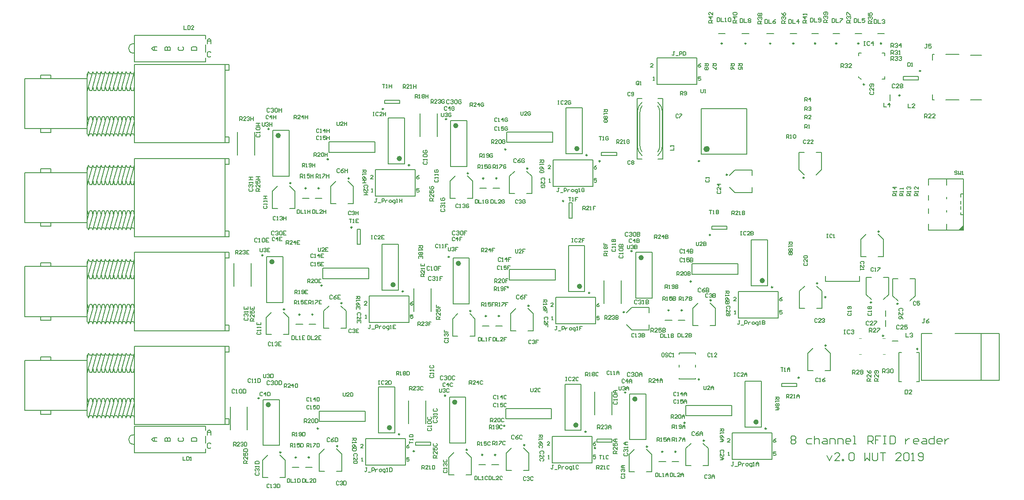
<source format=gto>
G04*
G04 #@! TF.GenerationSoftware,Altium Limited,Altium Designer,19.1.6 (110)*
G04*
G04 Layer_Color=65535*
%FSLAX25Y25*%
%MOIN*%
G70*
G01*
G75*
%ADD10C,0.00984*%
%ADD11C,0.01968*%
%ADD12C,0.00787*%
%ADD13C,0.01000*%
%ADD14C,0.02362*%
%ADD15C,0.00400*%
%ADD16C,0.00591*%
%ADD17C,0.00700*%
%ADD18C,0.00600*%
D10*
X680155Y259438D02*
G03*
X680155Y259438I-492J0D01*
G01*
X413168Y371063D02*
G03*
X413168Y371063I-492J0D01*
G01*
X532697Y489980D02*
G03*
X532697Y489980I-492J0D01*
G01*
X603090D02*
G03*
X603090Y489980I-492J0D01*
G01*
X618996Y489980D02*
G03*
X618996Y489980I-492J0D01*
G01*
X550571Y489980D02*
G03*
X550571Y489980I-492J0D01*
G01*
X635689Y489980D02*
G03*
X635689Y489980I-492J0D01*
G01*
X569232Y489980D02*
G03*
X569232Y489980I-492J0D01*
G01*
X652775D02*
G03*
X652775Y489980I-492J0D01*
G01*
X586713D02*
G03*
X586713Y489980I-492J0D01*
G01*
X228839Y380709D02*
G03*
X228839Y380709I-492J0D01*
G01*
X362697Y388189D02*
G03*
X362697Y388189I-492J0D01*
G01*
X364665Y284252D02*
G03*
X364665Y284252I-492J0D01*
G01*
X224114Y285433D02*
G03*
X224114Y285433I-492J0D01*
G01*
X221358Y177559D02*
G03*
X221358Y177559I-492J0D01*
G01*
X361910Y179528D02*
G03*
X361910Y179528I-492J0D01*
G01*
X502461Y288583D02*
G03*
X502461Y288583I-492J0D01*
G01*
X497736Y181890D02*
G03*
X497736Y181890I-492J0D01*
G01*
X218996Y380709D02*
G03*
X218996Y380709I-492J0D01*
G01*
X352854Y388189D02*
G03*
X352854Y388189I-492J0D01*
G01*
X354823Y284252D02*
G03*
X354823Y284252I-492J0D01*
G01*
X214272Y285433D02*
G03*
X214272Y285433I-492J0D01*
G01*
X211516Y177559D02*
G03*
X211516Y177559I-492J0D01*
G01*
X352067Y179528D02*
G03*
X352067Y179528I-492J0D01*
G01*
X492618Y288583D02*
G03*
X492618Y288583I-492J0D01*
G01*
X487894Y181890D02*
G03*
X487894Y181890I-492J0D01*
G01*
X191043Y425433D02*
G03*
X191043Y425433I-492J0D01*
G01*
X186319Y330157D02*
G03*
X186319Y330157I-492J0D01*
G01*
X296949Y398189D02*
G03*
X296949Y398189I-492J0D01*
G01*
X432776Y301732D02*
G03*
X432776Y301732I-492J0D01*
G01*
X289469Y195039D02*
G03*
X289469Y195039I-492J0D01*
G01*
X300492Y182323D02*
G03*
X300492Y182323I-492J0D01*
G01*
X430020Y197008D02*
G03*
X430020Y197008I-492J0D01*
G01*
X437106Y184685D02*
G03*
X437106Y184685I-492J0D01*
G01*
X666634Y450787D02*
G03*
X666634Y450787I-492J0D01*
G01*
X639862Y459055D02*
G03*
X639862Y459055I-492J0D01*
G01*
X610728Y298543D02*
G03*
X610728Y298543I-492J0D01*
G01*
X665185Y293587D02*
G03*
X665185Y293587I-492J0D01*
G01*
X277264Y440551D02*
G03*
X277264Y440551I-492J0D01*
G01*
X440650Y401181D02*
G03*
X440650Y401181I-492J0D01*
G01*
X253524Y351181D02*
G03*
X253524Y351181I-492J0D01*
G01*
X523796Y345488D02*
G03*
X523796Y345488I-492J0D01*
G01*
X590650Y237795D02*
G03*
X590650Y237795I-492J0D01*
G01*
X604626Y308957D02*
G03*
X604626Y308957I-492J0D01*
G01*
X515496Y401256D02*
G03*
X515496Y401256I-492J0D01*
G01*
X324902Y432913D02*
G03*
X324902Y432913I-492J0D01*
G01*
X430807Y405669D02*
G03*
X430807Y405669I-492J0D01*
G01*
X536461Y390921D02*
G03*
X536461Y390921I-492J0D01*
G01*
X504587Y203740D02*
G03*
X504587Y203740I-492J0D01*
G01*
X519153Y190295D02*
G03*
X519153Y190295I-492J0D01*
G01*
X476279Y185728D02*
G03*
X476279Y185728I-492J0D01*
G01*
X565846Y199370D02*
G03*
X565846Y199370I-492J0D01*
G01*
X368760Y201378D02*
G03*
X368760Y201378I-492J0D01*
G01*
X340453Y183366D02*
G03*
X340453Y183366I-492J0D01*
G01*
X383760Y186909D02*
G03*
X383760Y186909I-492J0D01*
G01*
X509311Y310433D02*
G03*
X509311Y310433I-492J0D01*
G01*
X570571Y306063D02*
G03*
X570571Y306063I-492J0D01*
G01*
X458858Y287276D02*
G03*
X458858Y287276I-492J0D01*
G01*
X524311Y296161D02*
G03*
X524311Y296161I-492J0D01*
G01*
X245965Y293996D02*
G03*
X245965Y293996I-492J0D01*
G01*
X202658Y289272D02*
G03*
X202658Y289272I-492J0D01*
G01*
X292224Y302913D02*
G03*
X292224Y302913I-492J0D01*
G01*
X230965Y307283D02*
G03*
X230965Y307283I-492J0D01*
G01*
X228209Y199409D02*
G03*
X228209Y199409I-492J0D01*
G01*
X199902Y181398D02*
G03*
X199902Y181398I-492J0D01*
G01*
X242815Y186122D02*
G03*
X242815Y186122I-492J0D01*
G01*
X371516Y306102D02*
G03*
X371516Y306102I-492J0D01*
G01*
X343209Y288091D02*
G03*
X343209Y288091I-492J0D01*
G01*
X387028Y292028D02*
G03*
X387028Y292028I-492J0D01*
G01*
X386083Y395642D02*
G03*
X386083Y395642I-492J0D01*
G01*
X341240Y392028D02*
G03*
X341240Y392028I-492J0D01*
G01*
X369547Y410039D02*
G03*
X369547Y410039I-492J0D01*
G01*
X251476Y388161D02*
G03*
X251476Y388161I-492J0D01*
G01*
X207382Y384547D02*
G03*
X207382Y384547I-492J0D01*
G01*
X235689Y402559D02*
G03*
X235689Y402559I-492J0D01*
G01*
X459941Y226614D02*
G03*
X459941Y226614I-492J0D01*
G01*
X183563Y222284D02*
G03*
X183563Y222284I-492J0D01*
G01*
X326870Y328976D02*
G03*
X326870Y328976I-492J0D01*
G01*
X324114Y224252D02*
G03*
X324114Y224252I-492J0D01*
G01*
X464665Y333307D02*
G03*
X464665Y333307I-492J0D01*
G01*
X650984Y348031D02*
G03*
X650984Y348031I-492J0D01*
G01*
X594390Y388681D02*
G03*
X594390Y388681I-492J0D01*
G01*
X645177Y294587D02*
G03*
X645177Y294587I-492J0D01*
G01*
X682185Y469291D02*
G03*
X682185Y469291I-492J0D01*
G01*
X515445Y236470D02*
G03*
X515445Y236470I-492J0D01*
G01*
X610925Y262055D02*
G03*
X610925Y262055I-492J0D01*
G01*
D11*
X198819Y420472D02*
G03*
X198819Y420472I-984J0D01*
G01*
X194095Y325197D02*
G03*
X194095Y325197I-984J0D01*
G01*
X290158Y403150D02*
G03*
X290158Y403150I-984J0D01*
G01*
X425984Y306693D02*
G03*
X425984Y306693I-984J0D01*
G01*
X282677Y200000D02*
G03*
X282677Y200000I-984J0D01*
G01*
X423228Y201969D02*
G03*
X423228Y201969I-984J0D01*
G01*
X332677Y427953D02*
G03*
X332677Y427953I-984J0D01*
G01*
X424016Y410630D02*
G03*
X424016Y410630I-984J0D01*
G01*
X559055Y204331D02*
G03*
X559055Y204331I-984J0D01*
G01*
X563779Y311024D02*
G03*
X563779Y311024I-984J0D01*
G01*
X285433Y307874D02*
G03*
X285433Y307874I-984J0D01*
G01*
X467717Y221654D02*
G03*
X467717Y221654I-984J0D01*
G01*
X191339Y217323D02*
G03*
X191339Y217323I-984J0D01*
G01*
X334646Y324016D02*
G03*
X334646Y324016I-984J0D01*
G01*
X331890Y219291D02*
G03*
X331890Y219291I-984J0D01*
G01*
X472441Y328346D02*
G03*
X472441Y328346I-984J0D01*
G01*
D12*
X88661Y194606D02*
G03*
X88661Y187520I0J-3543D01*
G01*
X88622Y489764D02*
G03*
X88622Y482677I0J-3543D01*
G01*
X472112Y445635D02*
G03*
X468614Y438295I5951J-7339D01*
G01*
X472127Y442846D02*
G03*
X470583Y438295I5936J-4551D01*
G01*
X485543D02*
G03*
X483999Y442846I-7480J0D01*
G01*
X487512Y438295D02*
G03*
X484014Y445635I-9449J0D01*
G01*
Y405365D02*
G03*
X487512Y412705I-5951J7339D01*
G01*
X483999Y408153D02*
G03*
X485543Y412705I-5936J4551D01*
G01*
X470583D02*
G03*
X472127Y408153I7480J0D01*
G01*
X468614Y412705D02*
G03*
X472112Y405365I9449J0D01*
G01*
X665687Y234832D02*
X667754D01*
X665687D02*
Y256879D01*
X667754D01*
X678974Y234832D02*
X681041D01*
Y256879D01*
X678974D02*
X681041D01*
X417007Y358268D02*
X419369D01*
Y369685D01*
X417007D02*
X419369D01*
X417007Y358268D02*
Y369685D01*
X655921Y276476D02*
Y281004D01*
X529646Y497460D02*
X534764D01*
X600039D02*
X605158D01*
X615945Y497460D02*
X621063D01*
X547520Y497460D02*
X552638D01*
X632638Y497460D02*
X637756D01*
X566181Y497460D02*
X571299D01*
X649724D02*
X654842D01*
X583661D02*
X588779D01*
X225787Y373228D02*
X230906D01*
X359646Y380709D02*
X364764D01*
X361614Y276772D02*
X366732D01*
X221063Y277953D02*
X226181D01*
X218307Y170079D02*
X223425D01*
X358858Y172047D02*
X363976D01*
X499409Y281102D02*
X504528D01*
X494685Y174409D02*
X499803D01*
X215945Y373228D02*
X221063D01*
X349803Y380709D02*
X354921D01*
X351772Y276772D02*
X356890D01*
X211221Y277953D02*
X216339D01*
X208465Y170079D02*
X213583D01*
X349016Y172047D02*
X354134D01*
X489567Y281102D02*
X494685D01*
X484842Y174409D02*
X489961D01*
X193898Y389764D02*
X206102D01*
X193898Y424409D02*
X206102D01*
Y389764D02*
Y424409D01*
X193898Y389764D02*
Y424409D01*
X88779Y350910D02*
X89567Y349336D01*
X87204Y350910D02*
X88779D01*
X86417Y349336D02*
X87204Y350910D01*
X85630D02*
X86417Y349336D01*
X84055Y350910D02*
X85630D01*
X83267Y349336D02*
X84055Y350910D01*
X82480D02*
X83267Y349336D01*
X80905Y350910D02*
X82480D01*
X80118Y349336D02*
X80905Y350910D01*
X79330D02*
X80118Y349336D01*
X77756Y350910D02*
X79330D01*
X76968Y349336D02*
X77756Y350910D01*
X76181D02*
X76968Y349336D01*
X74606Y350910D02*
X76181D01*
X73819Y349336D02*
X74606Y350910D01*
X73031D02*
X73819Y349336D01*
X71456Y350910D02*
X73031D01*
X70669Y349336D02*
X71456Y350910D01*
X69882D02*
X70669Y349336D01*
X68307Y350910D02*
X69882D01*
X67519Y349336D02*
X68307Y350910D01*
X66732D02*
X67519Y349336D01*
X65157Y350910D02*
X66732D01*
X64370Y349336D02*
X65157Y350910D01*
X63582D02*
X64370Y349336D01*
X62008Y350910D02*
X63582D01*
X61220Y349336D02*
X62008Y350910D01*
X60433D02*
X61220Y349336D01*
X58858Y350910D02*
X60433D01*
X58071Y349336D02*
X58858Y350910D01*
X57283D02*
X58071Y349336D01*
X55708Y350910D02*
X57283D01*
X54921Y349336D02*
X55708Y350910D01*
X54134D02*
X54921Y349336D01*
X53740Y350910D02*
X54134D01*
X53740D02*
Y396383D01*
X88779Y363838D02*
X89567Y360597D01*
X87204Y363838D02*
X88779D01*
X86417Y360597D02*
X87204Y363838D01*
X85630D02*
X86417Y360597D01*
X84055Y363838D02*
X85630D01*
X83267Y360597D02*
X84055Y363838D01*
X82480D02*
X83267Y360597D01*
X80905Y363838D02*
X82480D01*
X80118Y360597D02*
X80905Y363838D01*
X79330D02*
X80118Y360597D01*
X77756Y363838D02*
X79330D01*
X76968Y360597D02*
X77756Y363838D01*
X76181D02*
X76968Y360597D01*
X74606Y363838D02*
X76181D01*
X73819Y360597D02*
X74606Y363838D01*
X73031D02*
X73819Y360597D01*
X71456Y363838D02*
X73031D01*
X70669Y360597D02*
X71456Y363838D01*
X69882D02*
X70669Y360597D01*
X68307Y363838D02*
X69882D01*
X67519Y360597D02*
X68307Y363838D01*
X66732D02*
X67519Y360597D01*
X65157Y363838D02*
X66732D01*
X64370Y360597D02*
X65157Y363838D01*
X63582D02*
X64370Y360597D01*
X62008Y363838D02*
X63582D01*
X61220Y360597D02*
X62008Y363838D01*
X60433D02*
X61220Y360597D01*
X58858Y363838D02*
X60433D01*
X58071Y360597D02*
X58858Y363838D01*
X57283D02*
X58071Y360597D01*
X55708Y363838D02*
X57283D01*
X54921Y360597D02*
X55708Y363838D01*
X54134D02*
X54921Y360597D01*
X53740Y363838D02*
X54134D01*
X54921Y349336D02*
X58071Y360597D01*
Y349336D02*
X61220Y360597D01*
Y349336D02*
X64370Y360597D01*
Y349336D02*
X67519Y360597D01*
Y349336D02*
X70669Y360597D01*
Y349336D02*
X73819Y360597D01*
Y349336D02*
X76968Y360597D01*
Y349336D02*
X80118Y360597D01*
Y349336D02*
X83267Y360597D01*
Y349336D02*
X86417Y360597D01*
Y349336D02*
X89567Y360597D01*
X53740Y356374D02*
X54921Y360597D01*
X88779Y396383D02*
X89567Y397957D01*
X87204Y396383D02*
X88779D01*
X86417Y397957D02*
X87204Y396383D01*
X85630D02*
X86417Y397957D01*
X84055Y396383D02*
X85630D01*
X83267Y397957D02*
X84055Y396383D01*
X82480D02*
X83267Y397957D01*
X80905Y396383D02*
X82480D01*
X80118Y397957D02*
X80905Y396383D01*
X79330D02*
X80118Y397957D01*
X77756Y396383D02*
X79330D01*
X76968Y397957D02*
X77756Y396383D01*
X76181D02*
X76968Y397957D01*
X74606Y396383D02*
X76181D01*
X73819Y397957D02*
X74606Y396383D01*
X73031D02*
X73819Y397957D01*
X71456Y396383D02*
X73031D01*
X70669Y397957D02*
X71456Y396383D01*
X69882D02*
X70669Y397957D01*
X68307Y396383D02*
X69882D01*
X67519Y397957D02*
X68307Y396383D01*
X66732D02*
X67519Y397957D01*
X65157Y396383D02*
X66732D01*
X64370Y397957D02*
X65157Y396383D01*
X63582D02*
X64370Y397957D01*
X62008Y396383D02*
X63582D01*
X61220Y397957D02*
X62008Y396383D01*
X60433D02*
X61220Y397957D01*
X58858Y396383D02*
X60433D01*
X58071Y397957D02*
X58858Y396383D01*
X57283D02*
X58071Y397957D01*
X55708Y396383D02*
X57283D01*
X54921Y397957D02*
X55708Y396383D01*
X54134D02*
X54921Y397957D01*
X53740Y396383D02*
X54134D01*
X88779Y383455D02*
X89567Y386696D01*
X87204Y383455D02*
X88779D01*
X86417Y386696D02*
X87204Y383455D01*
X85630D02*
X86417Y386696D01*
X84055Y383455D02*
X85630D01*
X83267Y386696D02*
X84055Y383455D01*
X82480D02*
X83267Y386696D01*
X80905Y383455D02*
X82480D01*
X80118Y386696D02*
X80905Y383455D01*
X79330D02*
X80118Y386696D01*
X77756Y383455D02*
X79330D01*
X76968Y386696D02*
X77756Y383455D01*
X76181D02*
X76968Y386696D01*
X74606Y383455D02*
X76181D01*
X73819Y386696D02*
X74606Y383455D01*
X73031D02*
X73819Y386696D01*
X71456Y383455D02*
X73031D01*
X70669Y386696D02*
X71456Y383455D01*
X69882D02*
X70669Y386696D01*
X68307Y383455D02*
X69882D01*
X67519Y386696D02*
X68307Y383455D01*
X66732D02*
X67519Y386696D01*
X65157Y383455D02*
X66732D01*
X64370Y386696D02*
X65157Y383455D01*
X63582D02*
X64370Y386696D01*
X62008Y383455D02*
X63582D01*
X61220Y386696D02*
X62008Y383455D01*
X60433D02*
X61220Y386696D01*
X58858Y383455D02*
X60433D01*
X58071Y386696D02*
X58858Y383455D01*
X57283D02*
X58071Y386696D01*
X55708Y383455D02*
X57283D01*
X54921Y386696D02*
X55708Y383455D01*
X54134D02*
X54921Y386696D01*
X53740Y383455D02*
X54134D01*
X6889Y354740D02*
X53740D01*
X6889D02*
Y392553D01*
X53740D01*
X54921Y386696D02*
X58071Y397957D01*
Y386696D02*
X61220Y397957D01*
Y386696D02*
X64370Y397957D01*
Y386696D02*
X67519Y397957D01*
Y386696D02*
X70669Y397957D01*
Y386696D02*
X73819Y397957D01*
Y386696D02*
X76968Y397957D01*
Y386696D02*
X80118Y397957D01*
Y386696D02*
X83267Y397957D01*
Y386696D02*
X86417Y397957D01*
Y386696D02*
X89567Y397957D01*
X53740Y393735D02*
X54921Y397957D01*
X89567Y344119D02*
Y403174D01*
Y344119D02*
X160827D01*
Y348450D01*
X157677D02*
X160827D01*
X157677Y344119D02*
Y403174D01*
Y398843D02*
X160827D01*
X160825D02*
X160827Y403174D01*
X89567D02*
X160827D01*
X26575Y351993D02*
Y354740D01*
X18701Y351993D02*
X26575D01*
X18701D02*
Y354740D01*
X26575Y392553D02*
Y395300D01*
X18701D02*
X26575D01*
X18701Y392553D02*
Y395300D01*
X142993Y198150D02*
Y201103D01*
Y181024D02*
Y183977D01*
Y188308D02*
Y193820D01*
X89449Y181024D02*
X142992D01*
X89449Y201102D02*
X142992D01*
X89449Y181024D02*
Y201102D01*
X88661Y194606D02*
X89449D01*
X88661Y187520D02*
X89449D01*
X142953Y493308D02*
Y496260D01*
Y476182D02*
Y479135D01*
Y483465D02*
Y488977D01*
X89409Y476181D02*
X142953D01*
X89409Y496260D02*
X142953D01*
X89409Y476181D02*
Y496260D01*
X88622Y489764D02*
X89409D01*
X88622Y482677D02*
X89409D01*
X88779Y280044D02*
X89567Y278469D01*
X87204Y280044D02*
X88779D01*
X86417Y278469D02*
X87204Y280044D01*
X85630D02*
X86417Y278469D01*
X84055Y280044D02*
X85630D01*
X83267Y278469D02*
X84055Y280044D01*
X82480D02*
X83267Y278469D01*
X80905Y280044D02*
X82480D01*
X80118Y278469D02*
X80905Y280044D01*
X79330D02*
X80118Y278469D01*
X77756Y280044D02*
X79330D01*
X76968Y278469D02*
X77756Y280044D01*
X76181D02*
X76968Y278469D01*
X74606Y280044D02*
X76181D01*
X73819Y278469D02*
X74606Y280044D01*
X73031D02*
X73819Y278469D01*
X71456Y280044D02*
X73031D01*
X70669Y278469D02*
X71456Y280044D01*
X69882D02*
X70669Y278469D01*
X68307Y280044D02*
X69882D01*
X67519Y278469D02*
X68307Y280044D01*
X66732D02*
X67519Y278469D01*
X65157Y280044D02*
X66732D01*
X64370Y278469D02*
X65157Y280044D01*
X63582D02*
X64370Y278469D01*
X62008Y280044D02*
X63582D01*
X61220Y278469D02*
X62008Y280044D01*
X60433D02*
X61220Y278469D01*
X58858Y280044D02*
X60433D01*
X58071Y278469D02*
X58858Y280044D01*
X57283D02*
X58071Y278469D01*
X55708Y280044D02*
X57283D01*
X54921Y278469D02*
X55708Y280044D01*
X54134D02*
X54921Y278469D01*
X53740Y280044D02*
X54134D01*
X53740D02*
Y325517D01*
X88779Y292972D02*
X89567Y289731D01*
X87204Y292972D02*
X88779D01*
X86417Y289731D02*
X87204Y292972D01*
X85630D02*
X86417Y289731D01*
X84055Y292972D02*
X85630D01*
X83267Y289731D02*
X84055Y292972D01*
X82480D02*
X83267Y289731D01*
X80905Y292972D02*
X82480D01*
X80118Y289731D02*
X80905Y292972D01*
X79330D02*
X80118Y289731D01*
X77756Y292972D02*
X79330D01*
X76968Y289731D02*
X77756Y292972D01*
X76181D02*
X76968Y289731D01*
X74606Y292972D02*
X76181D01*
X73819Y289731D02*
X74606Y292972D01*
X73031D02*
X73819Y289731D01*
X71456Y292972D02*
X73031D01*
X70669Y289731D02*
X71456Y292972D01*
X69882D02*
X70669Y289731D01*
X68307Y292972D02*
X69882D01*
X67519Y289731D02*
X68307Y292972D01*
X66732D02*
X67519Y289731D01*
X65157Y292972D02*
X66732D01*
X64370Y289731D02*
X65157Y292972D01*
X63582D02*
X64370Y289731D01*
X62008Y292972D02*
X63582D01*
X61220Y289731D02*
X62008Y292972D01*
X60433D02*
X61220Y289731D01*
X58858Y292972D02*
X60433D01*
X58071Y289731D02*
X58858Y292972D01*
X57283D02*
X58071Y289731D01*
X55708Y292972D02*
X57283D01*
X54921Y289731D02*
X55708Y292972D01*
X54134D02*
X54921Y289731D01*
X53740Y292972D02*
X54134D01*
X54921Y278469D02*
X58071Y289731D01*
Y278469D02*
X61220Y289731D01*
Y278469D02*
X64370Y289731D01*
Y278469D02*
X67519Y289731D01*
Y278469D02*
X70669Y289731D01*
Y278469D02*
X73819Y289731D01*
Y278469D02*
X76968Y289731D01*
Y278469D02*
X80118Y289731D01*
Y278469D02*
X83267Y289731D01*
Y278469D02*
X86417Y289731D01*
Y278469D02*
X89567Y289731D01*
X53740Y285508D02*
X54921Y289731D01*
X88779Y325517D02*
X89567Y327091D01*
X87204Y325517D02*
X88779D01*
X86417Y327091D02*
X87204Y325517D01*
X85630D02*
X86417Y327091D01*
X84055Y325517D02*
X85630D01*
X83267Y327091D02*
X84055Y325517D01*
X82480D02*
X83267Y327091D01*
X80905Y325517D02*
X82480D01*
X80118Y327091D02*
X80905Y325517D01*
X79330D02*
X80118Y327091D01*
X77756Y325517D02*
X79330D01*
X76968Y327091D02*
X77756Y325517D01*
X76181D02*
X76968Y327091D01*
X74606Y325517D02*
X76181D01*
X73819Y327091D02*
X74606Y325517D01*
X73031D02*
X73819Y327091D01*
X71456Y325517D02*
X73031D01*
X70669Y327091D02*
X71456Y325517D01*
X69882D02*
X70669Y327091D01*
X68307Y325517D02*
X69882D01*
X67519Y327091D02*
X68307Y325517D01*
X66732D02*
X67519Y327091D01*
X65157Y325517D02*
X66732D01*
X64370Y327091D02*
X65157Y325517D01*
X63582D02*
X64370Y327091D01*
X62008Y325517D02*
X63582D01*
X61220Y327091D02*
X62008Y325517D01*
X60433D02*
X61220Y327091D01*
X58858Y325517D02*
X60433D01*
X58071Y327091D02*
X58858Y325517D01*
X57283D02*
X58071Y327091D01*
X55708Y325517D02*
X57283D01*
X54921Y327091D02*
X55708Y325517D01*
X54134D02*
X54921Y327091D01*
X53740Y325517D02*
X54134D01*
X88779Y312589D02*
X89567Y315830D01*
X87204Y312589D02*
X88779D01*
X86417Y315830D02*
X87204Y312589D01*
X85630D02*
X86417Y315830D01*
X84055Y312589D02*
X85630D01*
X83267Y315830D02*
X84055Y312589D01*
X82480D02*
X83267Y315830D01*
X80905Y312589D02*
X82480D01*
X80118Y315830D02*
X80905Y312589D01*
X79330D02*
X80118Y315830D01*
X77756Y312589D02*
X79330D01*
X76968Y315830D02*
X77756Y312589D01*
X76181D02*
X76968Y315830D01*
X74606Y312589D02*
X76181D01*
X73819Y315830D02*
X74606Y312589D01*
X73031D02*
X73819Y315830D01*
X71456Y312589D02*
X73031D01*
X70669Y315830D02*
X71456Y312589D01*
X69882D02*
X70669Y315830D01*
X68307Y312589D02*
X69882D01*
X67519Y315830D02*
X68307Y312589D01*
X66732D02*
X67519Y315830D01*
X65157Y312589D02*
X66732D01*
X64370Y315830D02*
X65157Y312589D01*
X63582D02*
X64370Y315830D01*
X62008Y312589D02*
X63582D01*
X61220Y315830D02*
X62008Y312589D01*
X60433D02*
X61220Y315830D01*
X58858Y312589D02*
X60433D01*
X58071Y315830D02*
X58858Y312589D01*
X57283D02*
X58071Y315830D01*
X55708Y312589D02*
X57283D01*
X54921Y315830D02*
X55708Y312589D01*
X54134D02*
X54921Y315830D01*
X53740Y312589D02*
X54134D01*
X6889Y283874D02*
X53740D01*
X6889D02*
Y321687D01*
X53740D01*
X54921Y315830D02*
X58071Y327091D01*
Y315830D02*
X61220Y327091D01*
Y315830D02*
X64370Y327091D01*
Y315830D02*
X67519Y327091D01*
Y315830D02*
X70669Y327091D01*
Y315830D02*
X73819Y327091D01*
Y315830D02*
X76968Y327091D01*
Y315830D02*
X80118Y327091D01*
Y315830D02*
X83267Y327091D01*
Y315830D02*
X86417Y327091D01*
Y315830D02*
X89567Y327091D01*
X53740Y322868D02*
X54921Y327091D01*
X89567Y273253D02*
Y332308D01*
Y273253D02*
X160827D01*
Y277584D01*
X157677D02*
X160827D01*
X157677Y273253D02*
Y332308D01*
Y327977D02*
X160827D01*
X160825D02*
X160827Y332308D01*
X89567D02*
X160827D01*
X26575Y281127D02*
Y283874D01*
X18701Y281127D02*
X26575D01*
X18701D02*
Y283874D01*
X26575Y321687D02*
Y324434D01*
X18701D02*
X26575D01*
X18701Y321687D02*
Y324434D01*
X88779Y421776D02*
X89567Y420202D01*
X87204Y421776D02*
X88779D01*
X86417Y420202D02*
X87204Y421776D01*
X85630D02*
X86417Y420202D01*
X84055Y421776D02*
X85630D01*
X83267Y420202D02*
X84055Y421776D01*
X82480D02*
X83267Y420202D01*
X80905Y421776D02*
X82480D01*
X80118Y420202D02*
X80905Y421776D01*
X79330D02*
X80118Y420202D01*
X77756Y421776D02*
X79330D01*
X76968Y420202D02*
X77756Y421776D01*
X76181D02*
X76968Y420202D01*
X74606Y421776D02*
X76181D01*
X73819Y420202D02*
X74606Y421776D01*
X73031D02*
X73819Y420202D01*
X71456Y421776D02*
X73031D01*
X70669Y420202D02*
X71456Y421776D01*
X69882D02*
X70669Y420202D01*
X68307Y421776D02*
X69882D01*
X67519Y420202D02*
X68307Y421776D01*
X66732D02*
X67519Y420202D01*
X65157Y421776D02*
X66732D01*
X64370Y420202D02*
X65157Y421776D01*
X63582D02*
X64370Y420202D01*
X62008Y421776D02*
X63582D01*
X61220Y420202D02*
X62008Y421776D01*
X60433D02*
X61220Y420202D01*
X58858Y421776D02*
X60433D01*
X58071Y420202D02*
X58858Y421776D01*
X57283D02*
X58071Y420202D01*
X55708Y421776D02*
X57283D01*
X54921Y420202D02*
X55708Y421776D01*
X54134D02*
X54921Y420202D01*
X53740Y421776D02*
X54134D01*
X53740D02*
Y467249D01*
X88779Y434704D02*
X89567Y431463D01*
X87204Y434704D02*
X88779D01*
X86417Y431463D02*
X87204Y434704D01*
X85630D02*
X86417Y431463D01*
X84055Y434704D02*
X85630D01*
X83267Y431463D02*
X84055Y434704D01*
X82480D02*
X83267Y431463D01*
X80905Y434704D02*
X82480D01*
X80118Y431463D02*
X80905Y434704D01*
X79330D02*
X80118Y431463D01*
X77756Y434704D02*
X79330D01*
X76968Y431463D02*
X77756Y434704D01*
X76181D02*
X76968Y431463D01*
X74606Y434704D02*
X76181D01*
X73819Y431463D02*
X74606Y434704D01*
X73031D02*
X73819Y431463D01*
X71456Y434704D02*
X73031D01*
X70669Y431463D02*
X71456Y434704D01*
X69882D02*
X70669Y431463D01*
X68307Y434704D02*
X69882D01*
X67519Y431463D02*
X68307Y434704D01*
X66732D02*
X67519Y431463D01*
X65157Y434704D02*
X66732D01*
X64370Y431463D02*
X65157Y434704D01*
X63582D02*
X64370Y431463D01*
X62008Y434704D02*
X63582D01*
X61220Y431463D02*
X62008Y434704D01*
X60433D02*
X61220Y431463D01*
X58858Y434704D02*
X60433D01*
X58071Y431463D02*
X58858Y434704D01*
X57283D02*
X58071Y431463D01*
X55708Y434704D02*
X57283D01*
X54921Y431463D02*
X55708Y434704D01*
X54134D02*
X54921Y431463D01*
X53740Y434704D02*
X54134D01*
X54921Y420202D02*
X58071Y431463D01*
Y420202D02*
X61220Y431463D01*
Y420202D02*
X64370Y431463D01*
Y420202D02*
X67519Y431463D01*
Y420202D02*
X70669Y431463D01*
Y420202D02*
X73819Y431463D01*
Y420202D02*
X76968Y431463D01*
Y420202D02*
X80118Y431463D01*
Y420202D02*
X83267Y431463D01*
Y420202D02*
X86417Y431463D01*
Y420202D02*
X89567Y431463D01*
X53740Y427240D02*
X54921Y431463D01*
X88779Y467249D02*
X89567Y468824D01*
X87204Y467249D02*
X88779D01*
X86417Y468824D02*
X87204Y467249D01*
X85630D02*
X86417Y468824D01*
X84055Y467249D02*
X85630D01*
X83267Y468824D02*
X84055Y467249D01*
X82480D02*
X83267Y468824D01*
X80905Y467249D02*
X82480D01*
X80118Y468824D02*
X80905Y467249D01*
X79330D02*
X80118Y468824D01*
X77756Y467249D02*
X79330D01*
X76968Y468824D02*
X77756Y467249D01*
X76181D02*
X76968Y468824D01*
X74606Y467249D02*
X76181D01*
X73819Y468824D02*
X74606Y467249D01*
X73031D02*
X73819Y468824D01*
X71456Y467249D02*
X73031D01*
X70669Y468824D02*
X71456Y467249D01*
X69882D02*
X70669Y468824D01*
X68307Y467249D02*
X69882D01*
X67519Y468824D02*
X68307Y467249D01*
X66732D02*
X67519Y468824D01*
X65157Y467249D02*
X66732D01*
X64370Y468824D02*
X65157Y467249D01*
X63582D02*
X64370Y468824D01*
X62008Y467249D02*
X63582D01*
X61220Y468824D02*
X62008Y467249D01*
X60433D02*
X61220Y468824D01*
X58858Y467249D02*
X60433D01*
X58071Y468824D02*
X58858Y467249D01*
X57283D02*
X58071Y468824D01*
X55708Y467249D02*
X57283D01*
X54921Y468824D02*
X55708Y467249D01*
X54134D02*
X54921Y468824D01*
X53740Y467249D02*
X54134D01*
X88779Y454321D02*
X89567Y457562D01*
X87204Y454321D02*
X88779D01*
X86417Y457562D02*
X87204Y454321D01*
X85630D02*
X86417Y457562D01*
X84055Y454321D02*
X85630D01*
X83267Y457562D02*
X84055Y454321D01*
X82480D02*
X83267Y457562D01*
X80905Y454321D02*
X82480D01*
X80118Y457562D02*
X80905Y454321D01*
X79330D02*
X80118Y457562D01*
X77756Y454321D02*
X79330D01*
X76968Y457562D02*
X77756Y454321D01*
X76181D02*
X76968Y457562D01*
X74606Y454321D02*
X76181D01*
X73819Y457562D02*
X74606Y454321D01*
X73031D02*
X73819Y457562D01*
X71456Y454321D02*
X73031D01*
X70669Y457562D02*
X71456Y454321D01*
X69882D02*
X70669Y457562D01*
X68307Y454321D02*
X69882D01*
X67519Y457562D02*
X68307Y454321D01*
X66732D02*
X67519Y457562D01*
X65157Y454321D02*
X66732D01*
X64370Y457562D02*
X65157Y454321D01*
X63582D02*
X64370Y457562D01*
X62008Y454321D02*
X63582D01*
X61220Y457562D02*
X62008Y454321D01*
X60433D02*
X61220Y457562D01*
X58858Y454321D02*
X60433D01*
X58071Y457562D02*
X58858Y454321D01*
X57283D02*
X58071Y457562D01*
X55708Y454321D02*
X57283D01*
X54921Y457562D02*
X55708Y454321D01*
X54134D02*
X54921Y457562D01*
X53740Y454321D02*
X54134D01*
X6889Y425606D02*
X53740D01*
X6889D02*
Y463419D01*
X53740D01*
X54921Y457562D02*
X58071Y468824D01*
Y457562D02*
X61220Y468824D01*
Y457562D02*
X64370Y468824D01*
Y457562D02*
X67519Y468824D01*
Y457562D02*
X70669Y468824D01*
Y457562D02*
X73819Y468824D01*
Y457562D02*
X76968Y468824D01*
Y457562D02*
X80118Y468824D01*
Y457562D02*
X83267Y468824D01*
Y457562D02*
X86417Y468824D01*
Y457562D02*
X89567Y468824D01*
X53740Y464601D02*
X54921Y468824D01*
X89567Y414985D02*
Y474040D01*
Y414985D02*
X160827D01*
Y419316D01*
X157677D02*
X160827D01*
X157677Y414985D02*
Y474040D01*
Y469709D02*
X160827D01*
X160825D02*
X160827Y474040D01*
X89567D02*
X160827D01*
X26575Y422859D02*
Y425606D01*
X18701Y422859D02*
X26575D01*
X18701D02*
Y425606D01*
X26575Y463419D02*
Y466166D01*
X18701D02*
X26575D01*
X18701Y463419D02*
Y466166D01*
X88779Y209178D02*
X89567Y207603D01*
X87204Y209178D02*
X88779D01*
X86417Y207603D02*
X87204Y209178D01*
X85630D02*
X86417Y207603D01*
X84055Y209178D02*
X85630D01*
X83267Y207603D02*
X84055Y209178D01*
X82480D02*
X83267Y207603D01*
X80905Y209178D02*
X82480D01*
X80118Y207603D02*
X80905Y209178D01*
X79330D02*
X80118Y207603D01*
X77756Y209178D02*
X79330D01*
X76968Y207603D02*
X77756Y209178D01*
X76181D02*
X76968Y207603D01*
X74606Y209178D02*
X76181D01*
X73819Y207603D02*
X74606Y209178D01*
X73031D02*
X73819Y207603D01*
X71456Y209178D02*
X73031D01*
X70669Y207603D02*
X71456Y209178D01*
X69882D02*
X70669Y207603D01*
X68307Y209178D02*
X69882D01*
X67519Y207603D02*
X68307Y209178D01*
X66732D02*
X67519Y207603D01*
X65157Y209178D02*
X66732D01*
X64370Y207603D02*
X65157Y209178D01*
X63582D02*
X64370Y207603D01*
X62008Y209178D02*
X63582D01*
X61220Y207603D02*
X62008Y209178D01*
X60433D02*
X61220Y207603D01*
X58858Y209178D02*
X60433D01*
X58071Y207603D02*
X58858Y209178D01*
X57283D02*
X58071Y207603D01*
X55708Y209178D02*
X57283D01*
X54921Y207603D02*
X55708Y209178D01*
X54134D02*
X54921Y207603D01*
X53740Y209178D02*
X54134D01*
X53740D02*
Y254650D01*
X88779Y222106D02*
X89567Y218865D01*
X87204Y222106D02*
X88779D01*
X86417Y218865D02*
X87204Y222106D01*
X85630D02*
X86417Y218865D01*
X84055Y222106D02*
X85630D01*
X83267Y218865D02*
X84055Y222106D01*
X82480D02*
X83267Y218865D01*
X80905Y222106D02*
X82480D01*
X80118Y218865D02*
X80905Y222106D01*
X79330D02*
X80118Y218865D01*
X77756Y222106D02*
X79330D01*
X76968Y218865D02*
X77756Y222106D01*
X76181D02*
X76968Y218865D01*
X74606Y222106D02*
X76181D01*
X73819Y218865D02*
X74606Y222106D01*
X73031D02*
X73819Y218865D01*
X71456Y222106D02*
X73031D01*
X70669Y218865D02*
X71456Y222106D01*
X69882D02*
X70669Y218865D01*
X68307Y222106D02*
X69882D01*
X67519Y218865D02*
X68307Y222106D01*
X66732D02*
X67519Y218865D01*
X65157Y222106D02*
X66732D01*
X64370Y218865D02*
X65157Y222106D01*
X63582D02*
X64370Y218865D01*
X62008Y222106D02*
X63582D01*
X61220Y218865D02*
X62008Y222106D01*
X60433D02*
X61220Y218865D01*
X58858Y222106D02*
X60433D01*
X58071Y218865D02*
X58858Y222106D01*
X57283D02*
X58071Y218865D01*
X55708Y222106D02*
X57283D01*
X54921Y218865D02*
X55708Y222106D01*
X54134D02*
X54921Y218865D01*
X53740Y222106D02*
X54134D01*
X54921Y207603D02*
X58071Y218865D01*
Y207603D02*
X61220Y218865D01*
Y207603D02*
X64370Y218865D01*
Y207603D02*
X67519Y218865D01*
Y207603D02*
X70669Y218865D01*
Y207603D02*
X73819Y218865D01*
Y207603D02*
X76968Y218865D01*
Y207603D02*
X80118Y218865D01*
Y207603D02*
X83267Y218865D01*
Y207603D02*
X86417Y218865D01*
Y207603D02*
X89567Y218865D01*
X53740Y214642D02*
X54921Y218865D01*
X88779Y254650D02*
X89567Y256225D01*
X87204Y254650D02*
X88779D01*
X86417Y256225D02*
X87204Y254650D01*
X85630D02*
X86417Y256225D01*
X84055Y254650D02*
X85630D01*
X83267Y256225D02*
X84055Y254650D01*
X82480D02*
X83267Y256225D01*
X80905Y254650D02*
X82480D01*
X80118Y256225D02*
X80905Y254650D01*
X79330D02*
X80118Y256225D01*
X77756Y254650D02*
X79330D01*
X76968Y256225D02*
X77756Y254650D01*
X76181D02*
X76968Y256225D01*
X74606Y254650D02*
X76181D01*
X73819Y256225D02*
X74606Y254650D01*
X73031D02*
X73819Y256225D01*
X71456Y254650D02*
X73031D01*
X70669Y256225D02*
X71456Y254650D01*
X69882D02*
X70669Y256225D01*
X68307Y254650D02*
X69882D01*
X67519Y256225D02*
X68307Y254650D01*
X66732D02*
X67519Y256225D01*
X65157Y254650D02*
X66732D01*
X64370Y256225D02*
X65157Y254650D01*
X63582D02*
X64370Y256225D01*
X62008Y254650D02*
X63582D01*
X61220Y256225D02*
X62008Y254650D01*
X60433D02*
X61220Y256225D01*
X58858Y254650D02*
X60433D01*
X58071Y256225D02*
X58858Y254650D01*
X57283D02*
X58071Y256225D01*
X55708Y254650D02*
X57283D01*
X54921Y256225D02*
X55708Y254650D01*
X54134D02*
X54921Y256225D01*
X53740Y254650D02*
X54134D01*
X88779Y241722D02*
X89567Y244964D01*
X87204Y241722D02*
X88779D01*
X86417Y244964D02*
X87204Y241722D01*
X85630D02*
X86417Y244964D01*
X84055Y241722D02*
X85630D01*
X83267Y244964D02*
X84055Y241722D01*
X82480D02*
X83267Y244964D01*
X80905Y241722D02*
X82480D01*
X80118Y244964D02*
X80905Y241722D01*
X79330D02*
X80118Y244964D01*
X77756Y241722D02*
X79330D01*
X76968Y244964D02*
X77756Y241722D01*
X76181D02*
X76968Y244964D01*
X74606Y241722D02*
X76181D01*
X73819Y244964D02*
X74606Y241722D01*
X73031D02*
X73819Y244964D01*
X71456Y241722D02*
X73031D01*
X70669Y244964D02*
X71456Y241722D01*
X69882D02*
X70669Y244964D01*
X68307Y241722D02*
X69882D01*
X67519Y244964D02*
X68307Y241722D01*
X66732D02*
X67519Y244964D01*
X65157Y241722D02*
X66732D01*
X64370Y244964D02*
X65157Y241722D01*
X63582D02*
X64370Y244964D01*
X62008Y241722D02*
X63582D01*
X61220Y244964D02*
X62008Y241722D01*
X60433D02*
X61220Y244964D01*
X58858Y241722D02*
X60433D01*
X58071Y244964D02*
X58858Y241722D01*
X57283D02*
X58071Y244964D01*
X55708Y241722D02*
X57283D01*
X54921Y244964D02*
X55708Y241722D01*
X54134D02*
X54921Y244964D01*
X53740Y241722D02*
X54134D01*
X6889Y213007D02*
X53740D01*
X6889D02*
Y250821D01*
X53740D01*
X54921Y244964D02*
X58071Y256225D01*
Y244964D02*
X61220Y256225D01*
Y244964D02*
X64370Y256225D01*
Y244964D02*
X67519Y256225D01*
Y244964D02*
X70669Y256225D01*
Y244964D02*
X73819Y256225D01*
Y244964D02*
X76968Y256225D01*
Y244964D02*
X80118Y256225D01*
Y244964D02*
X83267Y256225D01*
Y244964D02*
X86417Y256225D01*
Y244964D02*
X89567Y256225D01*
X53740Y252002D02*
X54921Y256225D01*
X89567Y202387D02*
Y261442D01*
Y202387D02*
X160827D01*
Y206717D01*
X157677D02*
X160827D01*
X157677Y202387D02*
Y261442D01*
Y257111D02*
X160827D01*
X160825D02*
X160827Y261442D01*
X89567D02*
X160827D01*
X26575Y210261D02*
Y213007D01*
X18701Y210261D02*
X26575D01*
X18701D02*
Y213007D01*
X26575Y250821D02*
Y253568D01*
X18701D02*
X26575D01*
X18701Y250821D02*
Y253568D01*
X189173Y294488D02*
X201378D01*
X189173Y329134D02*
X201378D01*
Y294488D02*
Y329134D01*
X189173Y294488D02*
Y329134D01*
X167126Y405905D02*
Y423228D01*
X180118Y405905D02*
Y423228D01*
X304921Y419685D02*
Y437008D01*
X317913Y419685D02*
Y437008D01*
X300197Y287795D02*
Y305118D01*
X313189Y287795D02*
Y305118D01*
X164287Y306693D02*
Y324016D01*
X177279Y306693D02*
Y324016D01*
X161614Y198425D02*
Y215748D01*
X174606Y198425D02*
Y215748D01*
X296260Y203150D02*
Y220472D01*
X309252Y203150D02*
Y220472D01*
X456496Y293785D02*
Y311108D01*
X443504Y293785D02*
Y311108D01*
X436417Y209839D02*
Y227161D01*
X449409Y209839D02*
Y227161D01*
X293110Y399213D02*
Y433858D01*
X280906Y399213D02*
Y433858D01*
Y399213D02*
X293110D01*
X280906Y433858D02*
X293110D01*
X428937Y302756D02*
Y337402D01*
X416732Y302756D02*
Y337402D01*
Y302756D02*
X428937D01*
X416732Y337402D02*
X428937D01*
X285630Y196063D02*
Y230709D01*
X273425Y196063D02*
Y230709D01*
Y196063D02*
X285630D01*
X273425Y230709D02*
X285630D01*
X312795Y186653D02*
Y189016D01*
X301378D02*
X312795D01*
X301378Y186653D02*
Y189016D01*
Y186653D02*
X312795D01*
X426181Y198031D02*
Y232677D01*
X413976Y198031D02*
Y232677D01*
Y198031D02*
X426181D01*
X413976Y232677D02*
X426181D01*
X449409Y189016D02*
Y191378D01*
X437992D02*
X449409D01*
X437992Y189016D02*
Y191378D01*
Y189016D02*
X449409D01*
X660728Y265354D02*
X665256D01*
X655905Y283957D02*
Y288484D01*
X659055Y446850D02*
Y451575D01*
X655118Y480709D02*
Y482677D01*
X653150D02*
X655118D01*
Y462992D02*
Y464961D01*
X653150Y462992D02*
X655118D01*
X635433Y480709D02*
Y482677D01*
X637402D01*
X635433Y464567D02*
Y464961D01*
Y464567D02*
X637008Y462992D01*
X637402D01*
X610433Y310354D02*
Y314291D01*
Y310354D02*
X636024D01*
Y314291D01*
X674142Y295654D02*
X678079Y299591D01*
Y312583D01*
X661150Y299591D02*
Y312583D01*
X674142D02*
X678079D01*
X661150D02*
X665087D01*
X661150Y299591D02*
X665087Y295654D01*
X719685Y480984D02*
X728150D01*
X690945Y447362D02*
Y451496D01*
X719685Y447362D02*
X728150D01*
X700984D02*
X711024D01*
X690945D02*
X692520D01*
X690945Y481654D02*
X692520D01*
X700984D02*
X711024D01*
X690945Y477520D02*
Y481654D01*
X278150Y444882D02*
X289567D01*
X278150D02*
Y447244D01*
X289567D01*
Y444882D02*
Y447244D01*
X441535Y405512D02*
X452953D01*
X441535D02*
Y407874D01*
X452953D01*
Y405512D02*
Y407874D01*
X257362Y338386D02*
Y349803D01*
X259724D01*
Y338386D02*
Y349803D01*
X257362Y338386D02*
X259724D01*
X524682Y349819D02*
X536099D01*
X524682D02*
Y352181D01*
X536099D01*
Y349819D02*
Y352181D01*
X577362Y233465D02*
X588779D01*
Y231102D02*
Y233465D01*
X577362Y231102D02*
X588779D01*
X577362D02*
Y233465D01*
X590748Y302953D02*
X594685Y306890D01*
X590748Y289961D02*
Y302953D01*
X607677Y289961D02*
Y302953D01*
X590748Y289961D02*
X594685D01*
X603740D02*
X607677D01*
X603740Y306890D02*
X607677Y302953D01*
X516874Y406374D02*
X551126D01*
X516874Y440626D02*
X551126D01*
X516874Y406374D02*
Y440626D01*
X551126Y406374D02*
Y440626D01*
X327756Y397244D02*
Y431890D01*
X339961Y397244D02*
Y431890D01*
X327756D02*
X339961D01*
X327756Y397244D02*
X339961D01*
X513500Y459000D02*
Y479000D01*
X483500Y459000D02*
Y479000D01*
X513500D01*
X483500Y459000D02*
X513500D01*
X494333D02*
X513500D01*
X414764Y441339D02*
X426968D01*
X414764Y406693D02*
X426968D01*
X414764D02*
Y441339D01*
X426968Y406693D02*
Y441339D01*
X538035Y381472D02*
X541972Y377535D01*
X554965D01*
X541972Y394465D02*
X554965D01*
Y377535D02*
Y381472D01*
Y390528D02*
Y394465D01*
X538035Y390528D02*
X541972Y394465D01*
X539764Y209055D02*
Y216929D01*
X505118Y209055D02*
Y216929D01*
X539764D01*
X505118Y209055D02*
X539764D01*
X505276Y184291D02*
X509213Y188228D01*
X505276Y171299D02*
Y184291D01*
X522205Y171299D02*
Y184291D01*
X505276Y171299D02*
X509213D01*
X518268D02*
X522205D01*
X518268Y188228D02*
X522205Y184291D01*
X475394Y183661D02*
X479331Y179724D01*
X475394Y166732D02*
X479331D01*
X462402D02*
X466339D01*
X479331D02*
Y179724D01*
X462402Y166732D02*
Y179724D01*
X466339Y183661D01*
X549803Y235039D02*
X562008D01*
X549803Y200394D02*
X562008D01*
X549803D02*
Y235039D01*
X562008Y200394D02*
Y235039D01*
X570118Y175945D02*
Y195945D01*
X540118Y175945D02*
Y195945D01*
X570118D01*
X540118Y175945D02*
X570118D01*
X550951D02*
X570118D01*
X403937Y206693D02*
Y214567D01*
X369291Y206693D02*
Y214567D01*
X403937D01*
X369291Y206693D02*
X403937D01*
X434291Y173583D02*
Y193583D01*
X404291Y173583D02*
Y193583D01*
X434291D01*
X404291Y173583D02*
X434291D01*
X415125D02*
X434291D01*
X339567Y181299D02*
X343504Y177362D01*
X339567Y164370D02*
X343504D01*
X326575D02*
X330512D01*
X343504D02*
Y177362D01*
X326575Y164370D02*
Y177362D01*
X330512Y181299D01*
X369882Y180905D02*
X373819Y184843D01*
X369882Y167913D02*
Y180905D01*
X386811Y167913D02*
Y180905D01*
X369882Y167913D02*
X373819D01*
X382874D02*
X386811D01*
X382874Y184843D02*
X386811Y180905D01*
X544488Y315748D02*
Y323622D01*
X509842Y315748D02*
Y323622D01*
X544488D01*
X509842Y315748D02*
X544488D01*
X574843Y282638D02*
Y302638D01*
X544842Y282638D02*
Y302638D01*
X574843D01*
X544842Y282638D02*
X574843D01*
X555676D02*
X574843D01*
X554528Y341732D02*
X566732D01*
X554528Y307087D02*
X566732D01*
X554528D02*
Y341732D01*
X566732Y307087D02*
Y341732D01*
X460433Y286882D02*
X464370Y290819D01*
X477362Y286882D02*
Y290819D01*
Y273890D02*
Y277827D01*
X464370Y290819D02*
X477362D01*
X464370Y273890D02*
X477362D01*
X460433Y277827D02*
X464370Y273890D01*
X510433Y290158D02*
X514370Y294094D01*
X510433Y277165D02*
Y290158D01*
X527362Y277165D02*
Y290158D01*
X510433Y277165D02*
X514370D01*
X523425D02*
X527362D01*
X523425Y294094D02*
X527362Y290158D01*
X232087Y287992D02*
X236024Y291929D01*
X232087Y275000D02*
Y287992D01*
X249016Y275000D02*
Y287992D01*
X232087Y275000D02*
X236024D01*
X245079D02*
X249016D01*
X245079Y291929D02*
X249016Y287992D01*
X201772Y287205D02*
X205709Y283268D01*
X201772Y270276D02*
X205709D01*
X188779D02*
X192717D01*
X205709D02*
Y283268D01*
X188779Y270276D02*
Y283268D01*
X192717Y287205D01*
X276181Y338583D02*
X288386D01*
X276181Y303937D02*
X288386D01*
X276181D02*
Y338583D01*
X288386Y303937D02*
Y338583D01*
X296500Y279500D02*
Y299500D01*
X266500Y279500D02*
Y299500D01*
X296500D01*
X266500Y279500D02*
X296500D01*
X277333D02*
X296500D01*
X266142Y312598D02*
Y320472D01*
X231496Y312598D02*
Y320472D01*
X266142D01*
X231496Y312598D02*
X266142D01*
X263386Y204724D02*
Y212598D01*
X228740Y204724D02*
Y212598D01*
X263386D01*
X228740Y204724D02*
X263386D01*
X199016Y179331D02*
X202953Y175394D01*
X199016Y162402D02*
X202953D01*
X186024D02*
X189961D01*
X202953D02*
Y175394D01*
X186024Y162402D02*
Y175394D01*
X189961Y179331D01*
X228937Y180118D02*
X232874Y184055D01*
X228937Y167126D02*
Y180118D01*
X245866Y167126D02*
Y180118D01*
X228937Y167126D02*
X232874D01*
X241929D02*
X245866D01*
X241929Y184055D02*
X245866Y180118D01*
X293740Y171614D02*
Y191614D01*
X263740Y171614D02*
Y191614D01*
X293740D01*
X263740Y171614D02*
X293740D01*
X274573D02*
X293740D01*
X406693Y311417D02*
Y319291D01*
X372047Y311417D02*
Y319291D01*
X406693D01*
X372047Y311417D02*
X406693D01*
X437047Y278307D02*
Y298307D01*
X407047Y278307D02*
Y298307D01*
X437047D01*
X407047Y278307D02*
X437047D01*
X417881D02*
X437047D01*
X342323Y286024D02*
X346260Y282087D01*
X342323Y269094D02*
X346260D01*
X329331D02*
X333268D01*
X346260D02*
Y282087D01*
X329331Y269094D02*
Y282087D01*
X333268Y286024D01*
X373150Y286024D02*
X377087Y289961D01*
X373150Y273031D02*
Y286024D01*
X390079Y273031D02*
Y286024D01*
X373150Y273031D02*
X377087D01*
X386142D02*
X390079D01*
X386142Y289961D02*
X390079Y286024D01*
X372205Y389638D02*
X376142Y393575D01*
X372205Y376646D02*
Y389638D01*
X389134Y376646D02*
Y389638D01*
X372205Y376646D02*
X376142D01*
X385197D02*
X389134D01*
X385197Y393575D02*
X389134Y389638D01*
X340354Y389961D02*
X344291Y386024D01*
X340354Y373031D02*
X344291D01*
X327362D02*
X331299D01*
X344291D02*
Y386024D01*
X327362Y373031D02*
Y386024D01*
X331299Y389961D01*
X435079Y382244D02*
Y402244D01*
X405079Y382244D02*
Y402244D01*
X435079D01*
X405079Y382244D02*
X435079D01*
X415912D02*
X435079D01*
X404724Y415354D02*
Y423228D01*
X370079Y415354D02*
Y423228D01*
X404724D01*
X370079Y415354D02*
X404724D01*
X237598Y382157D02*
X241535Y386094D01*
X237598Y369165D02*
Y382157D01*
X254528Y369165D02*
Y382157D01*
X237598Y369165D02*
X241535D01*
X250590D02*
X254528D01*
X250590Y386094D02*
X254528Y382157D01*
X206496Y382480D02*
X210433Y378543D01*
X206496Y365551D02*
X210433D01*
X193504D02*
X197441D01*
X210433D02*
Y378543D01*
X193504Y365551D02*
Y378543D01*
X197441Y382480D01*
X301220Y374764D02*
Y394764D01*
X271220Y374764D02*
Y394764D01*
X301220D01*
X271220Y374764D02*
X301220D01*
X282054D02*
X301220D01*
X270866Y407874D02*
Y415748D01*
X236221Y407874D02*
Y415748D01*
X270866D01*
X236221Y407874D02*
X270866D01*
X462795Y190945D02*
Y225590D01*
X475000Y190945D02*
Y225590D01*
X462795D02*
X475000D01*
X462795Y190945D02*
X475000D01*
X186417Y186614D02*
Y221260D01*
X198622Y186614D02*
Y221260D01*
X186417D02*
X198622D01*
X186417Y186614D02*
X198622D01*
X329724Y293307D02*
Y327953D01*
X341929Y293307D02*
Y327953D01*
X329724D02*
X341929D01*
X329724Y293307D02*
X341929D01*
X326969Y188583D02*
Y223228D01*
X339173Y188583D02*
Y223228D01*
X326969D02*
X339173D01*
X326969Y188583D02*
X339173D01*
X467520Y297638D02*
Y332283D01*
X479724Y297638D02*
Y332283D01*
X467520D02*
X479724D01*
X467520Y297638D02*
X479724D01*
X637106Y342028D02*
X641043Y345965D01*
X637106Y329035D02*
Y342028D01*
X654035Y329035D02*
Y342028D01*
X637106Y329035D02*
X641043D01*
X650098D02*
X654035D01*
X650098Y345965D02*
X654035Y342028D01*
X603346Y390748D02*
X607283Y394685D01*
Y407677D01*
X590354Y394685D02*
Y407677D01*
X603346D02*
X607283D01*
X590354D02*
X594291D01*
X590354Y394685D02*
X594291Y390748D01*
X688189Y371807D02*
Y375350D01*
Y361807D02*
Y365350D01*
X688189Y349208D02*
Y353933D01*
X712441Y368795D02*
Y371158D01*
Y374012D02*
Y376374D01*
Y364661D02*
Y367024D01*
Y360626D02*
Y362496D01*
Y360626D02*
X714330D01*
X712441Y376374D02*
X714330D01*
X701811Y362693D02*
Y364268D01*
Y372732D02*
Y374209D01*
Y383067D02*
Y387791D01*
Y349208D02*
Y353933D01*
X711063Y349208D02*
X714330Y352476D01*
X713228Y349208D02*
X714330Y350310D01*
X712146Y349208D02*
X714330Y351393D01*
X688189Y349208D02*
X714330D01*
X688189Y383067D02*
Y387791D01*
X714330D01*
Y349208D02*
Y387791D01*
X654134Y296654D02*
X658071Y300591D01*
Y313583D01*
X641142Y300591D02*
Y313583D01*
X654134D02*
X658071D01*
X641142D02*
X645079D01*
X641142Y300591D02*
X645079Y296654D01*
X669095Y465059D02*
X680512D01*
Y462500D02*
Y465059D01*
X669095Y462500D02*
X680512D01*
X669095D02*
Y465059D01*
X487512Y412705D02*
Y438295D01*
X468614Y412705D02*
Y438295D01*
X470583Y412858D02*
Y438295D01*
X485543D02*
X485543Y412705D01*
X468417Y402665D02*
Y448335D01*
X487709Y402665D02*
Y448335D01*
X483968D02*
X487709D01*
X468417D02*
X472157D01*
X468417Y402665D02*
X472157D01*
X483968D02*
X487709D01*
X512591Y236647D02*
Y237435D01*
X499992Y236647D02*
X512591D01*
X499992D02*
Y237435D01*
X512591Y255545D02*
Y256332D01*
X499992D02*
X512591D01*
X499992Y255545D02*
Y256332D01*
X512591Y245702D02*
Y247277D01*
X499992Y245702D02*
Y247277D01*
X610039Y259988D02*
X613976Y256051D01*
X610039Y243059D02*
X613976D01*
X597047D02*
X600984D01*
X613976D02*
Y256051D01*
X597047Y243059D02*
Y256051D01*
X600984Y259988D01*
X147073Y187843D02*
X146417Y188499D01*
X145105D01*
X144449Y187843D01*
Y185219D01*
X145105Y184563D01*
X146417D01*
X147073Y185219D01*
X144449Y194563D02*
Y197187D01*
X145761Y198499D01*
X147073Y197187D01*
Y194563D01*
Y196531D01*
X144449D01*
X106374Y189760D02*
X103750D01*
X102438Y191072D01*
X103750Y192384D01*
X106374D01*
X104406D01*
Y189760D01*
X112438D02*
X116374D01*
Y191728D01*
X115718Y192384D01*
X115062D01*
X114406Y191728D01*
Y189760D01*
Y191728D01*
X113750Y192384D01*
X113094D01*
X112438Y191728D01*
Y189760D01*
X123094Y192384D02*
X122438Y191728D01*
Y190416D01*
X123094Y189760D01*
X125718D01*
X126374Y190416D01*
Y191728D01*
X125718Y192384D01*
X132438Y189760D02*
X136374D01*
Y191728D01*
X135718Y192384D01*
X133094D01*
X132438Y191728D01*
Y189760D01*
X147033Y483000D02*
X146377Y483656D01*
X145065D01*
X144409Y483000D01*
Y480376D01*
X145065Y479720D01*
X146377D01*
X147033Y480376D01*
X144409Y489720D02*
Y492344D01*
X145721Y493656D01*
X147033Y492344D01*
Y489720D01*
Y491688D01*
X144409D01*
X106335Y484917D02*
X103711D01*
X102399Y486229D01*
X103711Y487541D01*
X106335D01*
X104367D01*
Y484917D01*
X112399D02*
X116335D01*
Y486885D01*
X115679Y487541D01*
X115023D01*
X114367Y486885D01*
Y484917D01*
Y486885D01*
X113711Y487541D01*
X113055D01*
X112399Y486885D01*
Y484917D01*
X123055Y487541D02*
X122399Y486885D01*
Y485573D01*
X123055Y484917D01*
X125679D01*
X126335Y485573D01*
Y486885D01*
X125679Y487541D01*
X132399Y484917D02*
X136335D01*
Y486885D01*
X135679Y487541D01*
X133055D01*
X132399Y486885D01*
Y484917D01*
X611417Y179133D02*
X613385Y175197D01*
X615353Y179133D01*
X621257Y175197D02*
X617321D01*
X621257Y179133D01*
Y180116D01*
X620273Y181100D01*
X618305D01*
X617321Y180116D01*
X623224Y175197D02*
Y176181D01*
X624208D01*
Y175197D01*
X623224D01*
X628144Y180116D02*
X629128Y181100D01*
X631096D01*
X632080Y180116D01*
Y176181D01*
X631096Y175197D01*
X629128D01*
X628144Y176181D01*
Y180116D01*
X639951Y181100D02*
Y175197D01*
X641919Y177165D01*
X643887Y175197D01*
Y181100D01*
X645855D02*
Y176181D01*
X646839Y175197D01*
X648807D01*
X649791Y176181D01*
Y181100D01*
X651759D02*
X655694D01*
X653726D01*
Y175197D01*
X667501D02*
X663566D01*
X667501Y179133D01*
Y180116D01*
X666518Y181100D01*
X664550D01*
X663566Y180116D01*
X669469D02*
X670453Y181100D01*
X672421D01*
X673405Y180116D01*
Y176181D01*
X672421Y175197D01*
X670453D01*
X669469Y176181D01*
Y180116D01*
X675373Y175197D02*
X677341D01*
X676357D01*
Y181100D01*
X675373Y180116D01*
X680293Y176181D02*
X681277Y175197D01*
X683245D01*
X684228Y176181D01*
Y180116D01*
X683245Y181100D01*
X681277D01*
X680293Y180116D01*
Y179133D01*
X681277Y178149D01*
X684228D01*
X584290Y192754D02*
X585274Y193738D01*
X587242D01*
X588226Y192754D01*
Y191770D01*
X587242Y190786D01*
X588226Y189803D01*
Y188819D01*
X587242Y187835D01*
X585274D01*
X584290Y188819D01*
Y189803D01*
X585274Y190786D01*
X584290Y191770D01*
Y192754D01*
X585274Y190786D02*
X587242D01*
X600033Y191770D02*
X597081D01*
X596097Y190786D01*
Y188819D01*
X597081Y187835D01*
X600033D01*
X602001Y193738D02*
Y187835D01*
Y190786D01*
X602985Y191770D01*
X604952D01*
X605936Y190786D01*
Y187835D01*
X608888Y191770D02*
X610856D01*
X611840Y190786D01*
Y187835D01*
X608888D01*
X607904Y188819D01*
X608888Y189803D01*
X611840D01*
X613808Y187835D02*
Y191770D01*
X616760D01*
X617743Y190786D01*
Y187835D01*
X619711D02*
Y191770D01*
X622663D01*
X623647Y190786D01*
Y187835D01*
X628567D02*
X626599D01*
X625615Y188819D01*
Y190786D01*
X626599Y191770D01*
X628567D01*
X629551Y190786D01*
Y189803D01*
X625615D01*
X631519Y187835D02*
X633486D01*
X632503D01*
Y193738D01*
X631519D01*
X642342Y187835D02*
Y193738D01*
X645294D01*
X646278Y192754D01*
Y190786D01*
X645294Y189803D01*
X642342D01*
X644310D02*
X646278Y187835D01*
X652181Y193738D02*
X648245D01*
Y190786D01*
X650213D01*
X648245D01*
Y187835D01*
X654149Y193738D02*
X656117D01*
X655133D01*
Y187835D01*
X654149D01*
X656117D01*
X659069Y193738D02*
Y187835D01*
X662020D01*
X663004Y188819D01*
Y192754D01*
X662020Y193738D01*
X659069D01*
X670876Y191770D02*
Y187835D01*
Y189803D01*
X671860Y190786D01*
X672844Y191770D01*
X673828D01*
X679731Y187835D02*
X677763D01*
X676780Y188819D01*
Y190786D01*
X677763Y191770D01*
X679731D01*
X680715Y190786D01*
Y189803D01*
X676780D01*
X683667Y191770D02*
X685635D01*
X686619Y190786D01*
Y187835D01*
X683667D01*
X682683Y188819D01*
X683667Y189803D01*
X686619D01*
X692522Y193738D02*
Y187835D01*
X689571D01*
X688587Y188819D01*
Y190786D01*
X689571Y191770D01*
X692522D01*
X697442Y187835D02*
X695474D01*
X694490Y188819D01*
Y190786D01*
X695474Y191770D01*
X697442D01*
X698426Y190786D01*
Y189803D01*
X694490D01*
X700394Y191770D02*
Y187835D01*
Y189803D01*
X701378Y190786D01*
X702362Y191770D01*
X703346D01*
D13*
X654276Y269417D02*
G03*
X654276Y269417I-500J0D01*
G01*
D14*
X521992Y410311D02*
G03*
X521992Y410311I-1181J0D01*
G01*
D15*
X653543Y267520D02*
X655512D01*
X653776Y255315D02*
X655512D01*
X635827Y267520D02*
X637512D01*
X635827Y255315D02*
X637512D01*
D16*
X741535Y241339D02*
Y253543D01*
Y267717D01*
Y235827D02*
Y253543D01*
X682874Y235827D02*
X741535D01*
X682874D02*
Y271260D01*
X690748D01*
X708071D02*
X741535D01*
Y266929D02*
Y271260D01*
X727756D02*
X741535D01*
X727756Y235827D02*
Y271260D01*
X516337Y474755D02*
X515418Y474296D01*
X514500Y473378D01*
Y472459D01*
X514959Y472000D01*
X515877D01*
X516337Y472459D01*
Y472918D01*
X515877Y473378D01*
X514500D01*
X516337Y464755D02*
X514500D01*
Y463378D01*
X515418Y463837D01*
X515877D01*
X516337Y463378D01*
Y462459D01*
X515877Y462000D01*
X514959D01*
X514500Y462459D01*
X480337Y472000D02*
X478500D01*
X480337Y473837D01*
Y474296D01*
X479878Y474755D01*
X478959D01*
X478500Y474296D01*
X480500Y462000D02*
X481418D01*
X480959D01*
Y464755D01*
X480500Y464296D01*
X572955Y191700D02*
X572036Y191241D01*
X571118Y190322D01*
Y189404D01*
X571577Y188945D01*
X572496D01*
X572955Y189404D01*
Y189863D01*
X572496Y190322D01*
X571118D01*
X572955Y181700D02*
X571118D01*
Y180322D01*
X572036Y180782D01*
X572496D01*
X572955Y180322D01*
Y179404D01*
X572496Y178945D01*
X571577D01*
X571118Y179404D01*
X538293Y188976D02*
X536457D01*
X538293Y190813D01*
Y191272D01*
X537834Y191731D01*
X536916D01*
X536457Y191272D01*
X537118Y178945D02*
X538036D01*
X537577D01*
Y181700D01*
X537118Y181241D01*
X437128Y189338D02*
X436210Y188879D01*
X435291Y187960D01*
Y187042D01*
X435750Y186583D01*
X436669D01*
X437128Y187042D01*
Y187501D01*
X436669Y187960D01*
X435291D01*
X437128Y179338D02*
X435291D01*
Y177960D01*
X436210Y178419D01*
X436669D01*
X437128Y177960D01*
Y177042D01*
X436669Y176583D01*
X435750D01*
X435291Y177042D01*
X402467Y186614D02*
X400630D01*
X402467Y188451D01*
Y188910D01*
X402007Y189369D01*
X401089D01*
X400630Y188910D01*
X401291Y176583D02*
X402210D01*
X401751D01*
Y179338D01*
X401291Y178878D01*
X577679Y298393D02*
X576761Y297934D01*
X575843Y297015D01*
Y296097D01*
X576302Y295638D01*
X577220D01*
X577679Y296097D01*
Y296556D01*
X577220Y297015D01*
X575843D01*
X577679Y288393D02*
X575843D01*
Y287015D01*
X576761Y287474D01*
X577220D01*
X577679Y287015D01*
Y286097D01*
X577220Y285638D01*
X576302D01*
X575843Y286097D01*
X543018Y295669D02*
X541181D01*
X543018Y297506D01*
Y297965D01*
X542559Y298424D01*
X541640D01*
X541181Y297965D01*
X541843Y285638D02*
X542761D01*
X542302D01*
Y288393D01*
X541843Y287934D01*
X299337Y295255D02*
X298418Y294796D01*
X297500Y293878D01*
Y292959D01*
X297959Y292500D01*
X298878D01*
X299337Y292959D01*
Y293418D01*
X298878Y293878D01*
X297500D01*
X299337Y285255D02*
X297500D01*
Y283877D01*
X298418Y284337D01*
X298878D01*
X299337Y283877D01*
Y282959D01*
X298878Y282500D01*
X297959D01*
X297500Y282959D01*
X264675Y292531D02*
X262839D01*
X264675Y294368D01*
Y294827D01*
X264216Y295286D01*
X263298D01*
X262839Y294827D01*
X263500Y282500D02*
X264418D01*
X263959D01*
Y285255D01*
X263500Y284796D01*
X296577Y187369D02*
X295658Y186910D01*
X294740Y185992D01*
Y185073D01*
X295199Y184614D01*
X296118D01*
X296577Y185073D01*
Y185532D01*
X296118Y185992D01*
X294740D01*
X296577Y177369D02*
X294740D01*
Y175992D01*
X295658Y176451D01*
X296118D01*
X296577Y175992D01*
Y175073D01*
X296118Y174614D01*
X295199D01*
X294740Y175073D01*
X261915Y184646D02*
X260079D01*
X261915Y186482D01*
Y186942D01*
X261456Y187401D01*
X260538D01*
X260079Y186942D01*
X260740Y174614D02*
X261659D01*
X261199D01*
Y177369D01*
X260740Y176910D01*
X439884Y294062D02*
X438966Y293603D01*
X438047Y292685D01*
Y291766D01*
X438506Y291307D01*
X439425D01*
X439884Y291766D01*
Y292225D01*
X439425Y292685D01*
X438047D01*
X439884Y284062D02*
X438047D01*
Y282685D01*
X438966Y283144D01*
X439425D01*
X439884Y282685D01*
Y281766D01*
X439425Y281307D01*
X438506D01*
X438047Y281766D01*
X405223Y291339D02*
X403386D01*
X405223Y293175D01*
Y293634D01*
X404763Y294094D01*
X403845D01*
X403386Y293634D01*
X404047Y281307D02*
X404966D01*
X404506D01*
Y284062D01*
X404047Y283603D01*
X437915Y397999D02*
X436997Y397540D01*
X436079Y396622D01*
Y395703D01*
X436538Y395244D01*
X437456D01*
X437915Y395703D01*
Y396162D01*
X437456Y396622D01*
X436079D01*
X437915Y387999D02*
X436079D01*
Y386622D01*
X436997Y387081D01*
X437456D01*
X437915Y386622D01*
Y385703D01*
X437456Y385244D01*
X436538D01*
X436079Y385703D01*
X403254Y395276D02*
X401417D01*
X403254Y397112D01*
Y397571D01*
X402795Y398031D01*
X401876D01*
X401417Y397571D01*
X402079Y385244D02*
X402997D01*
X402538D01*
Y387999D01*
X402079Y387540D01*
X304057Y390519D02*
X303139Y390060D01*
X302221Y389141D01*
Y388223D01*
X302680Y387764D01*
X303598D01*
X304057Y388223D01*
Y388682D01*
X303598Y389141D01*
X302221D01*
X304057Y380519D02*
X302221D01*
Y379141D01*
X303139Y379601D01*
X303598D01*
X304057Y379141D01*
Y378223D01*
X303598Y377764D01*
X302680D01*
X302221Y378223D01*
X269396Y387795D02*
X267559D01*
X269396Y389632D01*
Y390091D01*
X268937Y390550D01*
X268018D01*
X267559Y390091D01*
X268220Y377764D02*
X269139D01*
X268680D01*
Y380519D01*
X268220Y380060D01*
X126091Y178051D02*
Y175296D01*
X127927D01*
X128846Y178051D02*
Y175296D01*
X130223D01*
X130682Y175755D01*
Y177592D01*
X130223Y178051D01*
X128846D01*
X131601Y175296D02*
X132519D01*
X132060D01*
Y178051D01*
X131601Y177592D01*
X126929Y503358D02*
Y500603D01*
X128766D01*
X129684Y503358D02*
Y500603D01*
X131062D01*
X131521Y501062D01*
Y502899D01*
X131062Y503358D01*
X129684D01*
X134276Y500603D02*
X132439D01*
X134276Y502440D01*
Y502899D01*
X133817Y503358D01*
X132898D01*
X132439Y502899D01*
X276400Y459155D02*
X278237D01*
X277318D01*
Y456400D01*
X279155D02*
X280073D01*
X279614D01*
Y459155D01*
X279155Y458696D01*
X281451Y459155D02*
Y456400D01*
Y457778D01*
X283288D01*
Y459155D01*
Y456400D01*
X439800Y419855D02*
X441637D01*
X440718D01*
Y417100D01*
X442555D02*
X443473D01*
X443014D01*
Y419855D01*
X442555Y419396D01*
X446688D02*
X446228Y419855D01*
X445310D01*
X444851Y419396D01*
Y417559D01*
X445310Y417100D01*
X446228D01*
X446688Y417559D01*
Y418477D01*
X445769D01*
X416732Y373818D02*
X418569D01*
X417651D01*
Y371063D01*
X419487D02*
X420406D01*
X419946D01*
Y373818D01*
X419487Y373359D01*
X423620Y373818D02*
X421783D01*
Y372441D01*
X422702D01*
X421783D01*
Y371063D01*
X251400Y357555D02*
X253237D01*
X252318D01*
Y354800D01*
X254155D02*
X255073D01*
X254614D01*
Y357555D01*
X254155Y357096D01*
X258288Y357555D02*
X256451D01*
Y354800D01*
X258288D01*
X256451Y356177D02*
X257369D01*
X296851Y188000D02*
Y189837D01*
Y188918D01*
X299606D01*
Y190755D02*
Y191673D01*
Y191214D01*
X296851D01*
X297310Y190755D01*
X296851Y193051D02*
X299606D01*
Y194428D01*
X299147Y194888D01*
X297310D01*
X296851Y194428D01*
Y193051D01*
X439961Y179133D02*
X441797D01*
X440879D01*
Y176378D01*
X442716D02*
X443634D01*
X443175D01*
Y179133D01*
X442716Y178674D01*
X446848D02*
X446389Y179133D01*
X445471D01*
X445012Y178674D01*
Y176837D01*
X445471Y176378D01*
X446389D01*
X446848Y176837D01*
X522900Y364155D02*
X524737D01*
X523818D01*
Y361400D01*
X525655D02*
X526573D01*
X526114D01*
Y364155D01*
X525655Y363696D01*
X527951Y364155D02*
Y361400D01*
X529328D01*
X529788Y361859D01*
Y362318D01*
X529328Y362777D01*
X527951D01*
X529328D01*
X529788Y363237D01*
Y363696D01*
X529328Y364155D01*
X527951D01*
X576700Y245355D02*
X578537D01*
X577618D01*
Y242600D01*
X579455D02*
X580373D01*
X579914D01*
Y245355D01*
X579455Y244896D01*
X581751Y242600D02*
Y244437D01*
X582669Y245355D01*
X583588Y244437D01*
Y242600D01*
Y243977D01*
X581751D01*
X209842Y433071D02*
Y435826D01*
X211220D01*
X211679Y435367D01*
Y434448D01*
X211220Y433989D01*
X209842D01*
X210761D02*
X211679Y433071D01*
X214434D02*
X212597D01*
X214434Y434907D01*
Y435367D01*
X213975Y435826D01*
X213057D01*
X212597Y435367D01*
X216730Y433071D02*
Y435826D01*
X215353Y434448D01*
X217189D01*
X218108Y435826D02*
Y433071D01*
Y434448D01*
X219944D01*
Y435826D01*
Y433071D01*
X342600Y442500D02*
Y445255D01*
X343977D01*
X344437Y444796D01*
Y443878D01*
X343977Y443418D01*
X342600D01*
X343518D02*
X344437Y442500D01*
X347192D02*
X345355D01*
X347192Y444337D01*
Y444796D01*
X346732Y445255D01*
X345814D01*
X345355Y444796D01*
X349488Y442500D02*
Y445255D01*
X348110Y443878D01*
X349947D01*
X352702Y444796D02*
X352243Y445255D01*
X351324D01*
X350865Y444796D01*
Y442959D01*
X351324Y442500D01*
X352243D01*
X352702Y442959D01*
Y443878D01*
X351783D01*
X350972Y332677D02*
Y335432D01*
X352350D01*
X352809Y334973D01*
Y334055D01*
X352350Y333595D01*
X350972D01*
X351891D02*
X352809Y332677D01*
X355564D02*
X353728D01*
X355564Y334514D01*
Y334973D01*
X355105Y335432D01*
X354187D01*
X353728Y334973D01*
X357860Y332677D02*
Y335432D01*
X356483Y334055D01*
X358319D01*
X361074Y335432D02*
X359238D01*
Y334055D01*
X360156D01*
X359238D01*
Y332677D01*
X203937Y338386D02*
Y341141D01*
X205314D01*
X205774Y340682D01*
Y339763D01*
X205314Y339304D01*
X203937D01*
X204855D02*
X205774Y338386D01*
X208529D02*
X206692D01*
X208529Y340223D01*
Y340682D01*
X208069Y341141D01*
X207151D01*
X206692Y340682D01*
X210825Y338386D02*
Y341141D01*
X209447Y339763D01*
X211284D01*
X214039Y341141D02*
X212202D01*
Y338386D01*
X214039D01*
X212202Y339763D02*
X213120D01*
X202362Y230315D02*
Y233070D01*
X203740D01*
X204199Y232611D01*
Y231693D01*
X203740Y231233D01*
X202362D01*
X203280D02*
X204199Y230315D01*
X206954D02*
X205117D01*
X206954Y232152D01*
Y232611D01*
X206495Y233070D01*
X205576D01*
X205117Y232611D01*
X209250Y230315D02*
Y233070D01*
X207872Y231693D01*
X209709D01*
X210627Y233070D02*
Y230315D01*
X212005D01*
X212464Y230774D01*
Y232611D01*
X212005Y233070D01*
X210627D01*
X341929Y232716D02*
Y235472D01*
X343307D01*
X343766Y235012D01*
Y234094D01*
X343307Y233635D01*
X341929D01*
X342847D02*
X343766Y232716D01*
X346521D02*
X344684D01*
X346521Y234553D01*
Y235012D01*
X346062Y235472D01*
X345143D01*
X344684Y235012D01*
X348817Y232716D02*
Y235472D01*
X347439Y234094D01*
X349276D01*
X352031Y235012D02*
X351572Y235472D01*
X350653D01*
X350194Y235012D01*
Y233176D01*
X350653Y232716D01*
X351572D01*
X352031Y233176D01*
X481600Y342800D02*
Y345555D01*
X482977D01*
X483437Y345096D01*
Y344178D01*
X482977Y343718D01*
X481600D01*
X482518D02*
X483437Y342800D01*
X486192D02*
X484355D01*
X486192Y344637D01*
Y345096D01*
X485733Y345555D01*
X484814D01*
X484355Y345096D01*
X488488Y342800D02*
Y345555D01*
X487110Y344178D01*
X488947D01*
X489865Y345555D02*
Y342800D01*
X491243D01*
X491702Y343259D01*
Y343718D01*
X491243Y344178D01*
X489865D01*
X491243D01*
X491702Y344637D01*
Y345096D01*
X491243Y345555D01*
X489865D01*
X477362Y234252D02*
Y237007D01*
X478740D01*
X479199Y236548D01*
Y235630D01*
X478740Y235170D01*
X477362D01*
X478281D02*
X479199Y234252D01*
X481954D02*
X480117D01*
X481954Y236089D01*
Y236548D01*
X481495Y237007D01*
X480576D01*
X480117Y236548D01*
X484250Y234252D02*
Y237007D01*
X482872Y235630D01*
X484709D01*
X485627Y234252D02*
Y236089D01*
X486546Y237007D01*
X487464Y236089D01*
Y234252D01*
Y235630D01*
X485627D01*
X168898Y431890D02*
Y434645D01*
X170275D01*
X170734Y434186D01*
Y433267D01*
X170275Y432808D01*
X168898D01*
X169816D02*
X170734Y431890D01*
X173489D02*
X171653D01*
X173489Y433726D01*
Y434186D01*
X173030Y434645D01*
X172112D01*
X171653Y434186D01*
X174408D02*
X174867Y434645D01*
X175785D01*
X176244Y434186D01*
Y433726D01*
X175785Y433267D01*
X175326D01*
X175785D01*
X176244Y432808D01*
Y432349D01*
X175785Y431890D01*
X174867D01*
X174408Y432349D01*
X177163Y434645D02*
Y431890D01*
Y433267D01*
X178999D01*
Y434645D01*
Y431890D01*
X313011Y444882D02*
Y447637D01*
X314389D01*
X314848Y447178D01*
Y446259D01*
X314389Y445800D01*
X313011D01*
X313930D02*
X314848Y444882D01*
X317603D02*
X315766D01*
X317603Y446719D01*
Y447178D01*
X317144Y447637D01*
X316225D01*
X315766Y447178D01*
X318521D02*
X318980Y447637D01*
X319899D01*
X320358Y447178D01*
Y446719D01*
X319899Y446259D01*
X319440D01*
X319899D01*
X320358Y445800D01*
Y445341D01*
X319899Y444882D01*
X318980D01*
X318521Y445341D01*
X323113Y447178D02*
X322654Y447637D01*
X321735D01*
X321276Y447178D01*
Y445341D01*
X321735Y444882D01*
X322654D01*
X323113Y445341D01*
Y446259D01*
X322195D01*
X303150Y277165D02*
Y279920D01*
X304527D01*
X304986Y279461D01*
Y278543D01*
X304527Y278084D01*
X303150D01*
X304068D02*
X304986Y277165D01*
X307741D02*
X305905D01*
X307741Y279002D01*
Y279461D01*
X307282Y279920D01*
X306364D01*
X305905Y279461D01*
X308660D02*
X309119Y279920D01*
X310037D01*
X310496Y279461D01*
Y279002D01*
X310037Y278543D01*
X309578D01*
X310037D01*
X310496Y278084D01*
Y277625D01*
X310037Y277165D01*
X309119D01*
X308660Y277625D01*
X313251Y279920D02*
X311415D01*
Y278543D01*
X312333D01*
X311415D01*
Y277165D01*
X165748Y331102D02*
Y333857D01*
X167125D01*
X167585Y333398D01*
Y332480D01*
X167125Y332021D01*
X165748D01*
X166666D02*
X167585Y331102D01*
X170340D02*
X168503D01*
X170340Y332939D01*
Y333398D01*
X169881Y333857D01*
X168962D01*
X168503Y333398D01*
X171258D02*
X171717Y333857D01*
X172636D01*
X173095Y333398D01*
Y332939D01*
X172636Y332480D01*
X172176D01*
X172636D01*
X173095Y332021D01*
Y331561D01*
X172636Y331102D01*
X171717D01*
X171258Y331561D01*
X175850Y333857D02*
X174013D01*
Y331102D01*
X175850D01*
X174013Y332480D02*
X174931D01*
X164173Y186221D02*
Y188976D01*
X165551D01*
X166010Y188516D01*
Y187598D01*
X165551Y187139D01*
X164173D01*
X165092D02*
X166010Y186221D01*
X168765D02*
X166928D01*
X168765Y188057D01*
Y188516D01*
X168306Y188976D01*
X167387D01*
X166928Y188516D01*
X169683D02*
X170142Y188976D01*
X171061D01*
X171520Y188516D01*
Y188057D01*
X171061Y187598D01*
X170602D01*
X171061D01*
X171520Y187139D01*
Y186680D01*
X171061Y186221D01*
X170142D01*
X169683Y186680D01*
X172438Y188976D02*
Y186221D01*
X173816D01*
X174275Y186680D01*
Y188516D01*
X173816Y188976D01*
X172438D01*
X296850Y228465D02*
Y231220D01*
X298228D01*
X298687Y230760D01*
Y229842D01*
X298228Y229383D01*
X296850D01*
X297769D02*
X298687Y228465D01*
X301442D02*
X299605D01*
X301442Y230301D01*
Y230760D01*
X300983Y231220D01*
X300065D01*
X299605Y230760D01*
X302360D02*
X302820Y231220D01*
X303738D01*
X304197Y230760D01*
Y230301D01*
X303738Y229842D01*
X303279D01*
X303738D01*
X304197Y229383D01*
Y228924D01*
X303738Y228465D01*
X302820D01*
X302360Y228924D01*
X306952Y230760D02*
X306493Y231220D01*
X305575D01*
X305116Y230760D01*
Y228924D01*
X305575Y228465D01*
X306493D01*
X306952Y228924D01*
X444095Y281890D02*
Y284645D01*
X445472D01*
X445931Y284186D01*
Y283267D01*
X445472Y282808D01*
X444095D01*
X445013D02*
X445931Y281890D01*
X448686D02*
X446849D01*
X448686Y283726D01*
Y284186D01*
X448227Y284645D01*
X447309D01*
X446849Y284186D01*
X449605D02*
X450064Y284645D01*
X450982D01*
X451441Y284186D01*
Y283726D01*
X450982Y283267D01*
X450523D01*
X450982D01*
X451441Y282808D01*
Y282349D01*
X450982Y281890D01*
X450064D01*
X449605Y282349D01*
X452360Y284645D02*
Y281890D01*
X453737D01*
X454196Y282349D01*
Y282808D01*
X453737Y283267D01*
X452360D01*
X453737D01*
X454196Y283726D01*
Y284186D01*
X453737Y284645D01*
X452360D01*
X438583Y199213D02*
Y201968D01*
X439960D01*
X440419Y201508D01*
Y200590D01*
X439960Y200131D01*
X438583D01*
X439501D02*
X440419Y199213D01*
X443174D02*
X441338D01*
X443174Y201049D01*
Y201508D01*
X442715Y201968D01*
X441797D01*
X441338Y201508D01*
X444093D02*
X444552Y201968D01*
X445470D01*
X445929Y201508D01*
Y201049D01*
X445470Y200590D01*
X445011D01*
X445470D01*
X445929Y200131D01*
Y199672D01*
X445470Y199213D01*
X444552D01*
X444093Y199672D01*
X446848Y199213D02*
Y201049D01*
X447766Y201968D01*
X448684Y201049D01*
Y199213D01*
Y200590D01*
X446848D01*
X292000Y456200D02*
Y458955D01*
X293377D01*
X293837Y458496D01*
Y457578D01*
X293377Y457118D01*
X292000D01*
X292918D02*
X293837Y456200D01*
X296592D02*
X294755D01*
X296592Y458037D01*
Y458496D01*
X296132Y458955D01*
X295214D01*
X294755Y458496D01*
X297510Y456200D02*
X298428D01*
X297969D01*
Y458955D01*
X297510Y458496D01*
X299806Y458955D02*
Y456200D01*
Y457578D01*
X301643D01*
Y458955D01*
Y456200D01*
X452953Y414567D02*
Y417322D01*
X454330D01*
X454789Y416863D01*
Y415944D01*
X454330Y415485D01*
X452953D01*
X453871D02*
X454789Y414567D01*
X457544D02*
X455708D01*
X457544Y416404D01*
Y416863D01*
X457085Y417322D01*
X456167D01*
X455708Y416863D01*
X458463Y414567D02*
X459381D01*
X458922D01*
Y417322D01*
X458463Y416863D01*
X462595D02*
X462136Y417322D01*
X461218D01*
X460759Y416863D01*
Y415026D01*
X461218Y414567D01*
X462136D01*
X462595Y415026D01*
Y415944D01*
X461677D01*
X427500Y364500D02*
Y367255D01*
X428877D01*
X429337Y366796D01*
Y365878D01*
X428877Y365418D01*
X427500D01*
X428418D02*
X429337Y364500D01*
X432092D02*
X430255D01*
X432092Y366337D01*
Y366796D01*
X431633Y367255D01*
X430714D01*
X430255Y366796D01*
X433010Y364500D02*
X433928D01*
X433469D01*
Y367255D01*
X433010Y366796D01*
X437143Y367255D02*
X435306D01*
Y365878D01*
X436224D01*
X435306D01*
Y364500D01*
X308268Y314173D02*
X305513D01*
Y315551D01*
X305972Y316010D01*
X306890D01*
X307349Y315551D01*
Y314173D01*
Y315092D02*
X308268Y316010D01*
Y318765D02*
Y316928D01*
X306431Y318765D01*
X305972D01*
X305513Y318306D01*
Y317387D01*
X305972Y316928D01*
X308268Y319683D02*
Y320602D01*
Y320142D01*
X305513D01*
X305972Y319683D01*
X305513Y323816D02*
Y321979D01*
X308268D01*
Y323816D01*
X306890Y321979D02*
Y322898D01*
X306200Y168800D02*
Y171555D01*
X307577D01*
X308037Y171096D01*
Y170177D01*
X307577Y169718D01*
X306200D01*
X307118D02*
X308037Y168800D01*
X310792D02*
X308955D01*
X310792Y170637D01*
Y171096D01*
X310332Y171555D01*
X309414D01*
X308955Y171096D01*
X311710Y168800D02*
X312628D01*
X312169D01*
Y171555D01*
X311710Y171096D01*
X314006Y171555D02*
Y168800D01*
X315383D01*
X315843Y169259D01*
Y171096D01*
X315383Y171555D01*
X314006D01*
X437900Y168800D02*
Y171555D01*
X439278D01*
X439737Y171096D01*
Y170177D01*
X439278Y169718D01*
X437900D01*
X438818D02*
X439737Y168800D01*
X442492D02*
X440655D01*
X442492Y170637D01*
Y171096D01*
X442032Y171555D01*
X441114D01*
X440655Y171096D01*
X443410Y168800D02*
X444328D01*
X443869D01*
Y171555D01*
X443410Y171096D01*
X447543D02*
X447083Y171555D01*
X446165D01*
X445706Y171096D01*
Y169259D01*
X446165Y168800D01*
X447083D01*
X447543Y169259D01*
X539900Y360800D02*
Y363555D01*
X541278D01*
X541737Y363096D01*
Y362177D01*
X541278Y361718D01*
X539900D01*
X540818D02*
X541737Y360800D01*
X544492D02*
X542655D01*
X544492Y362637D01*
Y363096D01*
X544032Y363555D01*
X543114D01*
X542655Y363096D01*
X545410Y360800D02*
X546328D01*
X545869D01*
Y363555D01*
X545410Y363096D01*
X547706Y363555D02*
Y360800D01*
X549083D01*
X549543Y361259D01*
Y361718D01*
X549083Y362177D01*
X547706D01*
X549083D01*
X549543Y362637D01*
Y363096D01*
X549083Y363555D01*
X547706D01*
X581000Y222400D02*
Y225155D01*
X582377D01*
X582837Y224696D01*
Y223778D01*
X582377Y223318D01*
X581000D01*
X581918D02*
X582837Y222400D01*
X585592D02*
X583755D01*
X585592Y224237D01*
Y224696D01*
X585133Y225155D01*
X584214D01*
X583755Y224696D01*
X586510Y222400D02*
X587428D01*
X586969D01*
Y225155D01*
X586510Y224696D01*
X588806Y222400D02*
Y224237D01*
X589724Y225155D01*
X590643Y224237D01*
Y222400D01*
Y223778D01*
X588806D01*
X594555Y324278D02*
X594095Y323818D01*
Y322900D01*
X594555Y322441D01*
X596391D01*
X596850Y322900D01*
Y323818D01*
X596391Y324278D01*
X596850Y327033D02*
Y325196D01*
X595014Y327033D01*
X594555D01*
X594095Y326573D01*
Y325655D01*
X594555Y325196D01*
Y327951D02*
X594095Y328410D01*
Y329328D01*
X594555Y329788D01*
X596391D01*
X596850Y329328D01*
Y328410D01*
X596391Y327951D01*
X594555D01*
X627625Y286482D02*
X627166Y286023D01*
Y285105D01*
X627625Y284646D01*
X629462D01*
X629921Y285105D01*
Y286023D01*
X629462Y286482D01*
X629921Y287401D02*
Y288319D01*
Y287860D01*
X627166D01*
X627625Y287401D01*
X629462Y289697D02*
X629921Y290156D01*
Y291074D01*
X629462Y291533D01*
X627625D01*
X627166Y291074D01*
Y290156D01*
X627625Y289697D01*
X628085D01*
X628544Y290156D01*
Y291533D01*
X642881Y286482D02*
X642422Y286023D01*
Y285105D01*
X642881Y284646D01*
X644718D01*
X645177Y285105D01*
Y286023D01*
X644718Y286482D01*
X645177Y287401D02*
Y288319D01*
Y287860D01*
X642422D01*
X642881Y287401D01*
Y289697D02*
X642422Y290156D01*
Y291074D01*
X642881Y291533D01*
X643340D01*
X643800Y291074D01*
X644259Y291533D01*
X644718D01*
X645177Y291074D01*
Y290156D01*
X644718Y289697D01*
X644259D01*
X643800Y290156D01*
X643340Y289697D01*
X642881D01*
X643800Y290156D02*
Y291074D01*
X646719Y320406D02*
X646259Y320865D01*
X645341D01*
X644882Y320406D01*
Y318569D01*
X645341Y318110D01*
X646259D01*
X646719Y318569D01*
X647637Y318110D02*
X648555D01*
X648096D01*
Y320865D01*
X647637Y320406D01*
X649933Y320865D02*
X651769D01*
Y320406D01*
X649933Y318569D01*
Y318110D01*
X639139Y323656D02*
X639599Y324115D01*
Y325033D01*
X639139Y325492D01*
X637303D01*
X636843Y325033D01*
Y324115D01*
X637303Y323656D01*
X636843Y320900D02*
Y322737D01*
X638680Y320900D01*
X639139D01*
X639599Y321360D01*
Y322278D01*
X639139Y322737D01*
X636843Y319982D02*
Y319064D01*
Y319523D01*
X639599D01*
X639139Y319982D01*
X595734Y416797D02*
X595275Y417256D01*
X594357D01*
X593898Y416797D01*
Y414960D01*
X594357Y414501D01*
X595275D01*
X595734Y414960D01*
X598489Y414501D02*
X596653D01*
X598489Y416338D01*
Y416797D01*
X598030Y417256D01*
X597112D01*
X596653Y416797D01*
X601244Y414501D02*
X599408D01*
X601244Y416338D01*
Y416797D01*
X600785Y417256D01*
X599867D01*
X599408Y416797D01*
X516535Y455511D02*
Y453215D01*
X516995Y452756D01*
X517913D01*
X518372Y453215D01*
Y455511D01*
X519290Y452756D02*
X520209D01*
X519750D01*
Y455511D01*
X519290Y455052D01*
X378451Y371587D02*
X377992Y372046D01*
X377073D01*
X376614Y371587D01*
Y369750D01*
X377073Y369291D01*
X377992D01*
X378451Y369750D01*
X379369Y371587D02*
X379828Y372046D01*
X380747D01*
X381206Y371587D01*
Y371128D01*
X380747Y370669D01*
X380288D01*
X380747D01*
X381206Y370210D01*
Y369750D01*
X380747Y369291D01*
X379828D01*
X379369Y369750D01*
X383961Y371587D02*
X383502Y372046D01*
X382583D01*
X382124Y371587D01*
Y369750D01*
X382583Y369291D01*
X383502D01*
X383961Y369750D01*
Y370669D01*
X383043D01*
X398359Y386746D02*
X398818Y387205D01*
Y388123D01*
X398359Y388583D01*
X396522D01*
X396063Y388123D01*
Y387205D01*
X396522Y386746D01*
X396063Y383991D02*
Y385828D01*
X397900Y383991D01*
X398359D01*
X398818Y384450D01*
Y385368D01*
X398359Y385828D01*
Y381236D02*
X398818Y381695D01*
Y382613D01*
X398359Y383073D01*
X396522D01*
X396063Y382613D01*
Y381695D01*
X396522Y381236D01*
X397441D01*
Y382154D01*
X333682Y368384D02*
X333223Y368843D01*
X332305D01*
X331845Y368384D01*
Y366547D01*
X332305Y366088D01*
X333223D01*
X333682Y366547D01*
X334601Y366088D02*
X335519D01*
X335060D01*
Y368843D01*
X334601Y368384D01*
X336896D02*
X337356Y368843D01*
X338274D01*
X338733Y368384D01*
Y367925D01*
X338274Y367466D01*
X337815D01*
X338274D01*
X338733Y367006D01*
Y366547D01*
X338274Y366088D01*
X337356D01*
X336896Y366547D01*
X341488Y368384D02*
X341029Y368843D01*
X340111D01*
X339651Y368384D01*
Y366547D01*
X340111Y366088D01*
X341029D01*
X341488Y366547D01*
Y367466D01*
X340570D01*
X316208Y387270D02*
X315749Y386811D01*
Y385892D01*
X316208Y385433D01*
X318045D01*
X318504Y385892D01*
Y386811D01*
X318045Y387270D01*
X318504Y388188D02*
Y389106D01*
Y388647D01*
X315749D01*
X316208Y388188D01*
X318504Y390484D02*
Y391402D01*
Y390943D01*
X315749D01*
X316208Y390484D01*
Y394617D02*
X315749Y394157D01*
Y393239D01*
X316208Y392780D01*
X318045D01*
X318504Y393239D01*
Y394157D01*
X318045Y394617D01*
X317126D01*
Y393698D01*
X325065Y441868D02*
X324606Y442327D01*
X323688D01*
X323228Y441868D01*
Y440031D01*
X323688Y439572D01*
X324606D01*
X325065Y440031D01*
X327361Y439572D02*
Y442327D01*
X325983Y440950D01*
X327820D01*
X330575Y441868D02*
X330116Y442327D01*
X329198D01*
X328738Y441868D01*
Y440031D01*
X329198Y439572D01*
X330116D01*
X330575Y440031D01*
Y440950D01*
X329657D01*
X346457Y372046D02*
Y369291D01*
X347834D01*
X348293Y369750D01*
Y371587D01*
X347834Y372046D01*
X346457D01*
X349212D02*
Y369291D01*
X351048D01*
X351967D02*
X352885D01*
X352426D01*
Y372046D01*
X351967Y371587D01*
X356099D02*
X355640Y372046D01*
X354722D01*
X354263Y371587D01*
Y369750D01*
X354722Y369291D01*
X355640D01*
X356099Y369750D01*
Y370669D01*
X355181D01*
X358268Y372046D02*
Y369291D01*
X359645D01*
X360104Y369750D01*
Y371587D01*
X359645Y372046D01*
X358268D01*
X361023D02*
Y369291D01*
X362859D01*
X365614D02*
X363778D01*
X365614Y371128D01*
Y371587D01*
X365155Y372046D01*
X364237D01*
X363778Y371587D01*
X368370D02*
X367910Y372046D01*
X366992D01*
X366533Y371587D01*
Y369750D01*
X366992Y369291D01*
X367910D01*
X368370Y369750D01*
Y370669D01*
X367451D01*
X408661Y446849D02*
X409580D01*
X409121D01*
Y444095D01*
X408661D01*
X409580D01*
X412794Y446390D02*
X412335Y446849D01*
X411416D01*
X410957Y446390D01*
Y444554D01*
X411416Y444095D01*
X412335D01*
X412794Y444554D01*
X415549Y444095D02*
X413712D01*
X415549Y445931D01*
Y446390D01*
X415090Y446849D01*
X414172D01*
X413712Y446390D01*
X418304D02*
X417845Y446849D01*
X416926D01*
X416467Y446390D01*
Y444554D01*
X416926Y444095D01*
X417845D01*
X418304Y444554D01*
Y445472D01*
X417386D01*
X409711Y380708D02*
X408792D01*
X409251D01*
Y378412D01*
X408792Y377953D01*
X408333D01*
X407874Y378412D01*
X410629Y377494D02*
X412466D01*
X413384Y377953D02*
Y380708D01*
X414762D01*
X415221Y380249D01*
Y379330D01*
X414762Y378871D01*
X413384D01*
X416139Y379789D02*
Y377953D01*
Y378871D01*
X416598Y379330D01*
X417057Y379789D01*
X417517D01*
X419353Y377953D02*
X420272D01*
X420731Y378412D01*
Y379330D01*
X420272Y379789D01*
X419353D01*
X418894Y379330D01*
Y378412D01*
X419353Y377953D01*
X422568Y377034D02*
X423027D01*
X423486Y377494D01*
Y379789D01*
X422108D01*
X421649Y379330D01*
Y378412D01*
X422108Y377953D01*
X423486D01*
X424404D02*
X425322D01*
X424863D01*
Y380708D01*
X424404Y380249D01*
X428537D02*
X428078Y380708D01*
X427159D01*
X426700Y380249D01*
Y378412D01*
X427159Y377953D01*
X428078D01*
X428537Y378412D01*
Y379330D01*
X427618D01*
X443307Y440158D02*
X446062D01*
Y438780D01*
X445603Y438321D01*
X444685D01*
X444225Y438780D01*
Y440158D01*
Y439239D02*
X443307Y438321D01*
Y437402D02*
Y436484D01*
Y436943D01*
X446062D01*
X445603Y437402D01*
Y435107D02*
X446062Y434647D01*
Y433729D01*
X445603Y433270D01*
X445144D01*
X444685Y433729D01*
X444225Y433270D01*
X443766D01*
X443307Y433729D01*
Y434647D01*
X443766Y435107D01*
X444225D01*
X444685Y434647D01*
X445144Y435107D01*
X445603D01*
X444685Y434647D02*
Y433729D01*
X445603Y430515D02*
X446062Y430974D01*
Y431892D01*
X445603Y432352D01*
X443766D01*
X443307Y431892D01*
Y430974D01*
X443766Y430515D01*
X444685D01*
Y431433D01*
X348425Y395669D02*
Y398424D01*
X349803D01*
X350262Y397965D01*
Y397047D01*
X349803Y396588D01*
X348425D01*
X349343D02*
X350262Y395669D01*
X351180D02*
X352099D01*
X351639D01*
Y398424D01*
X351180Y397965D01*
X355313Y398424D02*
X353476D01*
Y397047D01*
X354394Y397506D01*
X354854D01*
X355313Y397047D01*
Y396129D01*
X354854Y395669D01*
X353935D01*
X353476Y396129D01*
X358068Y397965D02*
X357609Y398424D01*
X356690D01*
X356231Y397965D01*
Y396129D01*
X356690Y395669D01*
X357609D01*
X358068Y396129D01*
Y397047D01*
X357149D01*
X359842Y395669D02*
Y398424D01*
X361220D01*
X361679Y397965D01*
Y397047D01*
X361220Y396588D01*
X359842D01*
X360761D02*
X361679Y395669D01*
X362597D02*
X363516D01*
X363057D01*
Y398424D01*
X362597Y397965D01*
X364893Y398424D02*
X366730D01*
Y397965D01*
X364893Y396129D01*
Y395669D01*
X369485Y397965D02*
X369026Y398424D01*
X368108D01*
X367648Y397965D01*
Y396129D01*
X368108Y395669D01*
X369026D01*
X369485Y396129D01*
Y397047D01*
X368567D01*
X380709Y438582D02*
Y436286D01*
X381168Y435827D01*
X382086D01*
X382545Y436286D01*
Y438582D01*
X385300Y435827D02*
X383464D01*
X385300Y437664D01*
Y438123D01*
X384841Y438582D01*
X383923D01*
X383464Y438123D01*
X388055D02*
X387596Y438582D01*
X386678D01*
X386219Y438123D01*
Y436286D01*
X386678Y435827D01*
X387596D01*
X388055Y436286D01*
Y437204D01*
X387137D01*
X320866Y437401D02*
Y435105D01*
X321325Y434646D01*
X322244D01*
X322703Y435105D01*
Y437401D01*
X323621Y436941D02*
X324080Y437401D01*
X324999D01*
X325458Y436941D01*
Y436482D01*
X324999Y436023D01*
X324539D01*
X324999D01*
X325458Y435564D01*
Y435105D01*
X324999Y434646D01*
X324080D01*
X323621Y435105D01*
X328213Y436941D02*
X327754Y437401D01*
X326835D01*
X326376Y436941D01*
Y435105D01*
X326835Y434646D01*
X327754D01*
X328213Y435105D01*
Y436023D01*
X327294D01*
X395276Y401968D02*
X398031D01*
Y400591D01*
X397571Y400132D01*
X396653D01*
X396194Y400591D01*
Y401968D01*
Y401050D02*
X395276Y400132D01*
Y399214D02*
Y398295D01*
Y398754D01*
X398031D01*
X397571Y399214D01*
X398031Y395081D02*
X397571Y395999D01*
X396653Y396918D01*
X395735D01*
X395276Y396459D01*
Y395540D01*
X395735Y395081D01*
X396194D01*
X396653Y395540D01*
Y396918D01*
X397571Y392326D02*
X398031Y392785D01*
Y393704D01*
X397571Y394163D01*
X395735D01*
X395276Y393704D01*
Y392785D01*
X395735Y392326D01*
X396653D01*
Y393244D01*
X358661Y414567D02*
Y417322D01*
X360039D01*
X360498Y416863D01*
Y415944D01*
X360039Y415485D01*
X358661D01*
X359580D02*
X360498Y414567D01*
X363253D02*
X361416D01*
X363253Y416404D01*
Y416863D01*
X362794Y417322D01*
X361876D01*
X361416Y416863D01*
X364172D02*
X364631Y417322D01*
X365549D01*
X366008Y416863D01*
Y415026D01*
X365549Y414567D01*
X364631D01*
X364172Y415026D01*
Y416863D01*
X368763D02*
X368304Y417322D01*
X367386D01*
X366927Y416863D01*
Y415026D01*
X367386Y414567D01*
X368304D01*
X368763Y415026D01*
Y415944D01*
X367845D01*
X349803Y404000D02*
Y406755D01*
X351181D01*
X351640Y406296D01*
Y405377D01*
X351181Y404918D01*
X349803D01*
X350722D02*
X351640Y404000D01*
X352558D02*
X353477D01*
X353017D01*
Y406755D01*
X352558Y406296D01*
X354854Y404459D02*
X355313Y404000D01*
X356231D01*
X356691Y404459D01*
Y406296D01*
X356231Y406755D01*
X355313D01*
X354854Y406296D01*
Y405837D01*
X355313Y405377D01*
X356691D01*
X359446Y406296D02*
X358986Y406755D01*
X358068D01*
X357609Y406296D01*
Y404459D01*
X358068Y404000D01*
X358986D01*
X359446Y404459D01*
Y405377D01*
X358527D01*
X362860Y433398D02*
X362401Y433857D01*
X361483D01*
X361024Y433398D01*
Y431562D01*
X361483Y431102D01*
X362401D01*
X362860Y431562D01*
X363779Y431102D02*
X364697D01*
X364238D01*
Y433857D01*
X363779Y433398D01*
X367452Y431102D02*
Y433857D01*
X366074Y432480D01*
X367911D01*
X370666Y433398D02*
X370207Y433857D01*
X369289D01*
X368829Y433398D01*
Y431562D01*
X369289Y431102D01*
X370207D01*
X370666Y431562D01*
Y432480D01*
X369748D01*
X362860Y426705D02*
X362401Y427165D01*
X361483D01*
X361024Y426705D01*
Y424869D01*
X361483Y424409D01*
X362401D01*
X362860Y424869D01*
X363779Y424409D02*
X364697D01*
X364238D01*
Y427165D01*
X363779Y426705D01*
X367911Y427165D02*
X366074D01*
Y425787D01*
X366993Y426246D01*
X367452D01*
X367911Y425787D01*
Y424869D01*
X367452Y424409D01*
X366534D01*
X366074Y424869D01*
X370666Y426705D02*
X370207Y427165D01*
X369289D01*
X368829Y426705D01*
Y424869D01*
X369289Y424409D01*
X370207D01*
X370666Y424869D01*
Y425787D01*
X369748D01*
X252624Y362926D02*
X252165Y363385D01*
X251247D01*
X250787Y362926D01*
Y361089D01*
X251247Y360630D01*
X252165D01*
X252624Y361089D01*
X253542Y362926D02*
X254002Y363385D01*
X254920D01*
X255379Y362926D01*
Y362467D01*
X254920Y362007D01*
X254461D01*
X254920D01*
X255379Y361548D01*
Y361089D01*
X254920Y360630D01*
X254002D01*
X253542Y361089D01*
X256297Y363385D02*
Y360630D01*
Y362007D01*
X258134D01*
Y363385D01*
Y360630D01*
X264894Y381234D02*
X265353Y381693D01*
Y382612D01*
X264894Y383071D01*
X263058D01*
X262598Y382612D01*
Y381693D01*
X263058Y381234D01*
X262598Y378479D02*
Y380316D01*
X264435Y378479D01*
X264894D01*
X265353Y378938D01*
Y379857D01*
X264894Y380316D01*
X265353Y377561D02*
X262598D01*
X263976D01*
Y375724D01*
X265353D01*
X262598D01*
X195931Y359052D02*
X195472Y359511D01*
X194554D01*
X194095Y359052D01*
Y357216D01*
X194554Y356756D01*
X195472D01*
X195931Y357216D01*
X196850Y356756D02*
X197768D01*
X197309D01*
Y359511D01*
X196850Y359052D01*
X199145D02*
X199604Y359511D01*
X200523D01*
X200982Y359052D01*
Y358593D01*
X200523Y358134D01*
X200064D01*
X200523D01*
X200982Y357675D01*
Y357216D01*
X200523Y356756D01*
X199604D01*
X199145Y357216D01*
X201900Y359511D02*
Y356756D01*
Y358134D01*
X203737D01*
Y359511D01*
Y356756D01*
X187074Y367388D02*
X186615Y366929D01*
Y366010D01*
X187074Y365551D01*
X188911D01*
X189370Y366010D01*
Y366929D01*
X188911Y367388D01*
X189370Y368306D02*
Y369225D01*
Y368765D01*
X186615D01*
X187074Y368306D01*
X189370Y370602D02*
Y371520D01*
Y371061D01*
X186615D01*
X187074Y370602D01*
X186615Y372898D02*
X189370D01*
X187993D01*
Y374735D01*
X186615D01*
X189370D01*
X190459Y435245D02*
X189999Y435704D01*
X189081D01*
X188622Y435245D01*
Y433408D01*
X189081Y432949D01*
X189999D01*
X190459Y433408D01*
X192755Y432949D02*
Y435704D01*
X191377Y434326D01*
X193214D01*
X194132Y435704D02*
Y432949D01*
Y434326D01*
X195969D01*
Y435704D01*
Y432949D01*
X212205Y364566D02*
Y361811D01*
X213582D01*
X214041Y362270D01*
Y364107D01*
X213582Y364566D01*
X212205D01*
X214960D02*
Y361811D01*
X216796D01*
X217715D02*
X218633D01*
X218174D01*
Y364566D01*
X217715Y364107D01*
X220011Y364566D02*
Y361811D01*
Y363189D01*
X221847D01*
Y364566D01*
Y361811D01*
X223622Y364566D02*
Y361811D01*
X225000D01*
X225459Y362270D01*
Y364107D01*
X225000Y364566D01*
X223622D01*
X226377D02*
Y361811D01*
X228214D01*
X230969D02*
X229132D01*
X230969Y363648D01*
Y364107D01*
X230510Y364566D01*
X229591D01*
X229132Y364107D01*
X231887Y364566D02*
Y361811D01*
Y363189D01*
X233724D01*
Y364566D01*
Y361811D01*
X269291Y438188D02*
X270210D01*
X269750D01*
Y435433D01*
X269291D01*
X270210D01*
X273424Y437729D02*
X272965Y438188D01*
X272046D01*
X271587Y437729D01*
Y435892D01*
X272046Y435433D01*
X272965D01*
X273424Y435892D01*
X276179Y435433D02*
X274342D01*
X276179Y437270D01*
Y437729D01*
X275720Y438188D01*
X274801D01*
X274342Y437729D01*
X277097Y438188D02*
Y435433D01*
Y436811D01*
X278934D01*
Y438188D01*
Y435433D01*
X272309Y372834D02*
X271391D01*
X271850D01*
Y370538D01*
X271391Y370079D01*
X270932D01*
X270472Y370538D01*
X273228Y369620D02*
X275064D01*
X275982Y370079D02*
Y372834D01*
X277360D01*
X277819Y372375D01*
Y371456D01*
X277360Y370997D01*
X275982D01*
X278737Y371915D02*
Y370079D01*
Y370997D01*
X279197Y371456D01*
X279656Y371915D01*
X280115D01*
X281952Y370079D02*
X282870D01*
X283329Y370538D01*
Y371456D01*
X282870Y371915D01*
X281952D01*
X281492Y371456D01*
Y370538D01*
X281952Y370079D01*
X285166Y369160D02*
X285625D01*
X286084Y369620D01*
Y371915D01*
X284707D01*
X284248Y371456D01*
Y370538D01*
X284707Y370079D01*
X286084D01*
X287003D02*
X287921D01*
X287462D01*
Y372834D01*
X287003Y372375D01*
X289298Y372834D02*
Y370079D01*
Y371456D01*
X291135D01*
Y372834D01*
Y370079D01*
X301181Y448819D02*
Y451574D01*
X302559D01*
X303018Y451115D01*
Y450196D01*
X302559Y449737D01*
X301181D01*
X302099D02*
X303018Y448819D01*
X303936D02*
X304854D01*
X304395D01*
Y451574D01*
X303936Y451115D01*
X306232D02*
X306691Y451574D01*
X307610D01*
X308069Y451115D01*
Y450656D01*
X307610Y450196D01*
X308069Y449737D01*
Y449278D01*
X307610Y448819D01*
X306691D01*
X306232Y449278D01*
Y449737D01*
X306691Y450196D01*
X306232Y450656D01*
Y451115D01*
X306691Y450196D02*
X307610D01*
X308987Y451574D02*
Y448819D01*
Y450196D01*
X310824D01*
Y451574D01*
Y448819D01*
X214567Y388583D02*
Y391338D01*
X215944D01*
X216404Y390879D01*
Y389960D01*
X215944Y389501D01*
X214567D01*
X215485D02*
X216404Y388583D01*
X217322D02*
X218240D01*
X217781D01*
Y391338D01*
X217322Y390879D01*
X221455Y391338D02*
X219618D01*
Y389960D01*
X220536Y390419D01*
X220995D01*
X221455Y389960D01*
Y389042D01*
X220995Y388583D01*
X220077D01*
X219618Y389042D01*
X222373Y391338D02*
Y388583D01*
Y389960D01*
X224209D01*
Y391338D01*
Y388583D01*
X226378D02*
Y391338D01*
X227755D01*
X228215Y390879D01*
Y389960D01*
X227755Y389501D01*
X226378D01*
X227296D02*
X228215Y388583D01*
X229133D02*
X230051D01*
X229592D01*
Y391338D01*
X229133Y390879D01*
X231429Y391338D02*
X233265D01*
Y390879D01*
X231429Y389042D01*
Y388583D01*
X234184Y391338D02*
Y388583D01*
Y389960D01*
X236020D01*
Y391338D01*
Y388583D01*
X242126Y430708D02*
Y428412D01*
X242585Y427953D01*
X243503D01*
X243963Y428412D01*
Y430708D01*
X246718Y427953D02*
X244881D01*
X246718Y429789D01*
Y430249D01*
X246258Y430708D01*
X245340D01*
X244881Y430249D01*
X247636Y430708D02*
Y427953D01*
Y429330D01*
X249473D01*
Y430708D01*
Y427953D01*
X185827Y430314D02*
Y428018D01*
X186286Y427559D01*
X187204D01*
X187663Y428018D01*
Y430314D01*
X188582Y429855D02*
X189041Y430314D01*
X189959D01*
X190419Y429855D01*
Y429396D01*
X189959Y428937D01*
X189500D01*
X189959D01*
X190419Y428477D01*
Y428018D01*
X189959Y427559D01*
X189041D01*
X188582Y428018D01*
X191337Y430314D02*
Y427559D01*
Y428937D01*
X193174D01*
Y430314D01*
Y427559D01*
X261500Y394488D02*
X264255D01*
Y393111D01*
X263796Y392652D01*
X262877D01*
X262418Y393111D01*
Y394488D01*
Y393570D02*
X261500Y392652D01*
Y391733D02*
Y390815D01*
Y391274D01*
X264255D01*
X263796Y391733D01*
X264255Y387601D02*
X263796Y388519D01*
X262877Y389437D01*
X261959D01*
X261500Y388978D01*
Y388060D01*
X261959Y387601D01*
X262418D01*
X262877Y388060D01*
Y389437D01*
X264255Y386682D02*
X261500D01*
X262877D01*
Y384846D01*
X264255D01*
X261500D01*
X224803Y404724D02*
Y407479D01*
X226181D01*
X226640Y407020D01*
Y406102D01*
X226181Y405643D01*
X224803D01*
X225722D02*
X226640Y404724D01*
X229395D02*
X227558D01*
X229395Y406561D01*
Y407020D01*
X228936Y407479D01*
X228017D01*
X227558Y407020D01*
X230313D02*
X230772Y407479D01*
X231691D01*
X232150Y407020D01*
Y405184D01*
X231691Y404724D01*
X230772D01*
X230313Y405184D01*
Y407020D01*
X233068Y407479D02*
Y404724D01*
Y406102D01*
X234905D01*
Y407479D01*
Y404724D01*
X215945Y396850D02*
Y399605D01*
X217322D01*
X217782Y399146D01*
Y398228D01*
X217322Y397769D01*
X215945D01*
X216863D02*
X217782Y396850D01*
X218700D02*
X219618D01*
X219159D01*
Y399605D01*
X218700Y399146D01*
X220996Y397310D02*
X221455Y396850D01*
X222373D01*
X222832Y397310D01*
Y399146D01*
X222373Y399605D01*
X221455D01*
X220996Y399146D01*
Y398687D01*
X221455Y398228D01*
X222832D01*
X223751Y399605D02*
Y396850D01*
Y398228D01*
X225587D01*
Y399605D01*
Y396850D01*
X228608Y425131D02*
X228149Y425590D01*
X227231D01*
X226772Y425131D01*
Y423294D01*
X227231Y422835D01*
X228149D01*
X228608Y423294D01*
X229527Y422835D02*
X230445D01*
X229986D01*
Y425590D01*
X229527Y425131D01*
X233200Y422835D02*
Y425590D01*
X231822Y424212D01*
X233659D01*
X234577Y425590D02*
Y422835D01*
Y424212D01*
X236414D01*
Y425590D01*
Y422835D01*
X228608Y419619D02*
X228149Y420078D01*
X227231D01*
X226772Y419619D01*
Y417782D01*
X227231Y417323D01*
X228149D01*
X228608Y417782D01*
X229527Y417323D02*
X230445D01*
X229986D01*
Y420078D01*
X229527Y419619D01*
X233659Y420078D02*
X231822D01*
Y418700D01*
X232741Y419160D01*
X233200D01*
X233659Y418700D01*
Y417782D01*
X233200Y417323D01*
X232282D01*
X231822Y417782D01*
X234577Y420078D02*
Y417323D01*
Y418700D01*
X236414D01*
Y420078D01*
Y417323D01*
X253018Y273949D02*
X252559Y274409D01*
X251640D01*
X251181Y273949D01*
Y272113D01*
X251640Y271654D01*
X252559D01*
X253018Y272113D01*
X253936Y273949D02*
X254395Y274409D01*
X255314D01*
X255773Y273949D01*
Y273490D01*
X255314Y273031D01*
X254854D01*
X255314D01*
X255773Y272572D01*
Y272113D01*
X255314Y271654D01*
X254395D01*
X253936Y272113D01*
X258528Y274409D02*
X256691D01*
Y271654D01*
X258528D01*
X256691Y273031D02*
X257610D01*
X259776Y284777D02*
X260235Y285237D01*
Y286155D01*
X259776Y286614D01*
X257940D01*
X257480Y286155D01*
Y285237D01*
X257940Y284777D01*
X257480Y282023D02*
Y283859D01*
X259317Y282023D01*
X259776D01*
X260235Y282482D01*
Y283400D01*
X259776Y283859D01*
X260235Y279268D02*
Y281104D01*
X257480D01*
Y279268D01*
X258858Y281104D02*
Y280186D01*
X192191Y264159D02*
X191732Y264618D01*
X190814D01*
X190354Y264159D01*
Y262322D01*
X190814Y261863D01*
X191732D01*
X192191Y262322D01*
X193109Y261863D02*
X194028D01*
X193569D01*
Y264618D01*
X193109Y264159D01*
X195405D02*
X195864Y264618D01*
X196783D01*
X197242Y264159D01*
Y263699D01*
X196783Y263240D01*
X196324D01*
X196783D01*
X197242Y262781D01*
Y262322D01*
X196783Y261863D01*
X195864D01*
X195405Y262322D01*
X199997Y264618D02*
X198160D01*
Y261863D01*
X199997D01*
X198160Y263240D02*
X199079D01*
X182350Y272112D02*
X181891Y271653D01*
Y270735D01*
X182350Y270276D01*
X184186D01*
X184646Y270735D01*
Y271653D01*
X184186Y272112D01*
X184646Y273031D02*
Y273949D01*
Y273490D01*
X181891D01*
X182350Y273031D01*
X184646Y275326D02*
Y276245D01*
Y275786D01*
X181891D01*
X182350Y275326D01*
X181891Y279459D02*
Y277622D01*
X184646D01*
Y279459D01*
X183268Y277622D02*
Y278541D01*
X195144Y343241D02*
X194685Y343700D01*
X193766D01*
X193307Y343241D01*
Y341404D01*
X193766Y340945D01*
X194685D01*
X195144Y341404D01*
X197440Y340945D02*
Y343700D01*
X196062Y342322D01*
X197899D01*
X200654Y343700D02*
X198817D01*
Y340945D01*
X200654D01*
X198817Y342322D02*
X199735D01*
X208268Y269290D02*
Y266535D01*
X209645D01*
X210104Y266995D01*
Y268831D01*
X209645Y269290D01*
X208268D01*
X211023D02*
Y266535D01*
X212859D01*
X213778D02*
X214696D01*
X214237D01*
Y269290D01*
X213778Y268831D01*
X217910Y269290D02*
X216074D01*
Y266535D01*
X217910D01*
X216074Y267913D02*
X216992D01*
X220079Y269290D02*
Y266535D01*
X221456D01*
X221915Y266995D01*
Y268831D01*
X221456Y269290D01*
X220079D01*
X222834D02*
Y266535D01*
X224670D01*
X227426D02*
X225589D01*
X227426Y268372D01*
Y268831D01*
X226966Y269290D01*
X226048D01*
X225589Y268831D01*
X230181Y269290D02*
X228344D01*
Y266535D01*
X230181D01*
X228344Y267913D02*
X229262D01*
X268000Y345055D02*
X268918D01*
X268459D01*
Y342300D01*
X268000D01*
X268918D01*
X272132Y344596D02*
X271673Y345055D01*
X270755D01*
X270296Y344596D01*
Y342759D01*
X270755Y342300D01*
X271673D01*
X272132Y342759D01*
X274888Y342300D02*
X273051D01*
X274888Y344137D01*
Y344596D01*
X274428Y345055D01*
X273510D01*
X273051Y344596D01*
X277643Y345055D02*
X275806D01*
Y342300D01*
X277643D01*
X275806Y343677D02*
X276724D01*
X267589Y277570D02*
X266670D01*
X267129D01*
Y275274D01*
X266670Y274815D01*
X266211D01*
X265752Y275274D01*
X268507Y274356D02*
X270344D01*
X271262Y274815D02*
Y277570D01*
X272639D01*
X273099Y277111D01*
Y276192D01*
X272639Y275733D01*
X271262D01*
X274017Y276652D02*
Y274815D01*
Y275733D01*
X274476Y276192D01*
X274935Y276652D01*
X275395D01*
X277231Y274815D02*
X278150D01*
X278609Y275274D01*
Y276192D01*
X278150Y276652D01*
X277231D01*
X276772Y276192D01*
Y275274D01*
X277231Y274815D01*
X280445Y273897D02*
X280905D01*
X281364Y274356D01*
Y276652D01*
X279986D01*
X279527Y276192D01*
Y275274D01*
X279986Y274815D01*
X281364D01*
X282282D02*
X283200D01*
X282741D01*
Y277570D01*
X282282Y277111D01*
X286415Y277570D02*
X284578D01*
Y274815D01*
X286415D01*
X284578Y276192D02*
X285496D01*
X303937Y337402D02*
X306692D01*
Y336024D01*
X306233Y335565D01*
X305314D01*
X304855Y336024D01*
Y337402D01*
Y336483D02*
X303937Y335565D01*
Y334647D02*
Y333728D01*
Y334187D01*
X306692D01*
X306233Y334647D01*
Y332351D02*
X306692Y331891D01*
Y330973D01*
X306233Y330514D01*
X305774D01*
X305314Y330973D01*
X304855Y330514D01*
X304396D01*
X303937Y330973D01*
Y331891D01*
X304396Y332351D01*
X304855D01*
X305314Y331891D01*
X305774Y332351D01*
X306233D01*
X305314Y331891D02*
Y330973D01*
X306692Y327759D02*
Y329596D01*
X303937D01*
Y327759D01*
X305314Y329596D02*
Y328677D01*
X209980Y293307D02*
Y296062D01*
X211357D01*
X211816Y295603D01*
Y294685D01*
X211357Y294225D01*
X209980D01*
X210898D02*
X211816Y293307D01*
X212735D02*
X213653D01*
X213194D01*
Y296062D01*
X212735Y295603D01*
X216867Y296062D02*
X215030D01*
Y294685D01*
X215949Y295144D01*
X216408D01*
X216867Y294685D01*
Y293766D01*
X216408Y293307D01*
X215490D01*
X215030Y293766D01*
X219622Y296062D02*
X217785D01*
Y293307D01*
X219622D01*
X217785Y294685D02*
X218704D01*
X220866Y293307D02*
Y296062D01*
X222244D01*
X222703Y295603D01*
Y294685D01*
X222244Y294225D01*
X220866D01*
X221784D02*
X222703Y293307D01*
X223621D02*
X224539D01*
X224080D01*
Y296062D01*
X223621Y295603D01*
X225917Y296062D02*
X227754D01*
Y295603D01*
X225917Y293766D01*
Y293307D01*
X230509Y296062D02*
X228672D01*
Y293307D01*
X230509D01*
X228672Y294685D02*
X229590D01*
X228051Y335826D02*
Y333530D01*
X228510Y333071D01*
X229429D01*
X229888Y333530D01*
Y335826D01*
X232643Y333071D02*
X230806D01*
X232643Y334908D01*
Y335367D01*
X232184Y335826D01*
X231265D01*
X230806Y335367D01*
X235398Y335826D02*
X233561D01*
Y333071D01*
X235398D01*
X233561Y334448D02*
X234480D01*
X184252Y335432D02*
Y333136D01*
X184711Y332677D01*
X185629D01*
X186089Y333136D01*
Y335432D01*
X187007Y334973D02*
X187466Y335432D01*
X188384D01*
X188844Y334973D01*
Y334514D01*
X188384Y334055D01*
X187925D01*
X188384D01*
X188844Y333595D01*
Y333136D01*
X188384Y332677D01*
X187466D01*
X187007Y333136D01*
X191599Y335432D02*
X189762D01*
Y332677D01*
X191599D01*
X189762Y334055D02*
X190680D01*
X256693Y299213D02*
X259448D01*
Y297835D01*
X258989Y297376D01*
X258070D01*
X257611Y297835D01*
Y299213D01*
Y298294D02*
X256693Y297376D01*
Y296458D02*
Y295539D01*
Y295998D01*
X259448D01*
X258989Y296458D01*
X259448Y292325D02*
X258989Y293243D01*
X258070Y294162D01*
X257152D01*
X256693Y293703D01*
Y292784D01*
X257152Y292325D01*
X257611D01*
X258070Y292784D01*
Y294162D01*
X259448Y289570D02*
Y291407D01*
X256693D01*
Y289570D01*
X258070Y291407D02*
Y290488D01*
X220079Y309449D02*
Y312204D01*
X221456D01*
X221915Y311745D01*
Y310826D01*
X221456Y310367D01*
X220079D01*
X220997D02*
X221915Y309449D01*
X224670D02*
X222834D01*
X224670Y311285D01*
Y311745D01*
X224211Y312204D01*
X223293D01*
X222834Y311745D01*
X225589D02*
X226048Y312204D01*
X226966D01*
X227426Y311745D01*
Y309908D01*
X226966Y309449D01*
X226048D01*
X225589Y309908D01*
Y311745D01*
X230181Y312204D02*
X228344D01*
Y309449D01*
X230181D01*
X228344Y310826D02*
X229262D01*
X210433Y301181D02*
Y303936D01*
X211811D01*
X212270Y303477D01*
Y302559D01*
X211811Y302099D01*
X210433D01*
X211351D02*
X212270Y301181D01*
X213188D02*
X214106D01*
X213647D01*
Y303936D01*
X213188Y303477D01*
X215484Y301640D02*
X215943Y301181D01*
X216862D01*
X217321Y301640D01*
Y303477D01*
X216862Y303936D01*
X215943D01*
X215484Y303477D01*
Y303018D01*
X215943Y302559D01*
X217321D01*
X220076Y303936D02*
X218239D01*
Y301181D01*
X220076D01*
X218239Y302559D02*
X219157D01*
X224278Y330642D02*
X223818Y331101D01*
X222900D01*
X222441Y330642D01*
Y328806D01*
X222900Y328346D01*
X223818D01*
X224278Y328806D01*
X225196Y328346D02*
X226114D01*
X225655D01*
Y331101D01*
X225196Y330642D01*
X228869Y328346D02*
Y331101D01*
X227492Y329724D01*
X229328D01*
X232084Y331101D02*
X230247D01*
Y328346D01*
X232084D01*
X230247Y329724D02*
X231165D01*
X224278Y324343D02*
X223818Y324802D01*
X222900D01*
X222441Y324343D01*
Y322506D01*
X222900Y322047D01*
X223818D01*
X224278Y322506D01*
X225196Y322047D02*
X226114D01*
X225655D01*
Y324802D01*
X225196Y324343D01*
X229328Y324802D02*
X227492D01*
Y323425D01*
X228410Y323884D01*
X228869D01*
X229328Y323425D01*
Y322506D01*
X228869Y322047D01*
X227951D01*
X227492Y322506D01*
X232084Y324802D02*
X230247D01*
Y322047D01*
X232084D01*
X230247Y323425D02*
X231165D01*
X388451Y265682D02*
X387992Y266141D01*
X387073D01*
X386614Y265682D01*
Y263845D01*
X387073Y263386D01*
X387992D01*
X388451Y263845D01*
X389369Y265682D02*
X389828Y266141D01*
X390747D01*
X391206Y265682D01*
Y265223D01*
X390747Y264763D01*
X390287D01*
X390747D01*
X391206Y264304D01*
Y263845D01*
X390747Y263386D01*
X389828D01*
X389369Y263845D01*
X393961Y266141D02*
X392124D01*
Y264763D01*
X393042D01*
X392124D01*
Y263386D01*
X400721Y281628D02*
X401180Y282087D01*
Y283005D01*
X400721Y283465D01*
X398884D01*
X398425Y283005D01*
Y282087D01*
X398884Y281628D01*
X398425Y278873D02*
Y280710D01*
X400262Y278873D01*
X400721D01*
X401180Y279332D01*
Y280250D01*
X400721Y280710D01*
X401180Y276118D02*
Y277955D01*
X399803D01*
Y277036D01*
Y277955D01*
X398425D01*
X323688Y266010D02*
X323229Y265551D01*
Y264632D01*
X323688Y264173D01*
X325525D01*
X325984Y264632D01*
Y265551D01*
X325525Y266010D01*
X325984Y266928D02*
Y267847D01*
Y267387D01*
X323229D01*
X323688Y266928D01*
Y269224D02*
X323229Y269683D01*
Y270602D01*
X323688Y271061D01*
X324148D01*
X324607Y270602D01*
Y270142D01*
Y270602D01*
X325066Y271061D01*
X325525D01*
X325984Y270602D01*
Y269683D01*
X325525Y269224D01*
X323229Y273816D02*
Y271979D01*
X324607D01*
Y272898D01*
Y271979D01*
X325984D01*
X318372Y338123D02*
X317913Y338582D01*
X316995D01*
X316535Y338123D01*
Y336286D01*
X316995Y335827D01*
X317913D01*
X318372Y336286D01*
X319290Y335827D02*
X320209D01*
X319750D01*
Y338582D01*
X319290Y338123D01*
X321586Y335827D02*
X322505D01*
X322045D01*
Y338582D01*
X321586Y338123D01*
X325719Y338582D02*
X323882D01*
Y337204D01*
X324800D01*
X323882D01*
Y335827D01*
X330971Y343241D02*
X330511Y343700D01*
X329593D01*
X329134Y343241D01*
Y341404D01*
X329593Y340945D01*
X330511D01*
X330971Y341404D01*
X333266Y340945D02*
Y343700D01*
X331889Y342322D01*
X333726D01*
X336481Y343700D02*
X334644D01*
Y342322D01*
X335562D01*
X334644D01*
Y340945D01*
X348819Y268109D02*
Y265354D01*
X350196D01*
X350656Y265813D01*
Y267650D01*
X350196Y268109D01*
X348819D01*
X351574D02*
Y265354D01*
X353411D01*
X354329D02*
X355247D01*
X354788D01*
Y268109D01*
X354329Y267650D01*
X358461Y268109D02*
X356625D01*
Y266732D01*
X357543D01*
X356625D01*
Y265354D01*
X359842Y268109D02*
Y265354D01*
X361220D01*
X361679Y265813D01*
Y267650D01*
X361220Y268109D01*
X359842D01*
X362597D02*
Y265354D01*
X364434D01*
X367189D02*
X365353D01*
X367189Y267191D01*
Y267650D01*
X366730Y268109D01*
X365812D01*
X365353Y267650D01*
X369944Y268109D02*
X368108D01*
Y266732D01*
X369026D01*
X368108D01*
Y265354D01*
X419229Y342860D02*
X420148D01*
X419689D01*
Y340105D01*
X419229D01*
X420148D01*
X423362Y342401D02*
X422903Y342860D01*
X421984D01*
X421525Y342401D01*
Y340564D01*
X421984Y340105D01*
X422903D01*
X423362Y340564D01*
X426117Y340105D02*
X424280D01*
X426117Y341942D01*
Y342401D01*
X425658Y342860D01*
X424739D01*
X424280Y342401D01*
X428872Y342860D02*
X427035D01*
Y341483D01*
X427954D01*
X427035D01*
Y340105D01*
X408136Y276377D02*
X407218D01*
X407677D01*
Y274081D01*
X407218Y273622D01*
X406758D01*
X406299Y274081D01*
X409054Y273163D02*
X410891D01*
X411809Y273622D02*
Y276377D01*
X413187D01*
X413646Y275918D01*
Y275000D01*
X413187Y274540D01*
X411809D01*
X414564Y275459D02*
Y273622D01*
Y274540D01*
X415023Y275000D01*
X415483Y275459D01*
X415942D01*
X417778Y273622D02*
X418697D01*
X419156Y274081D01*
Y275000D01*
X418697Y275459D01*
X417778D01*
X417319Y275000D01*
Y274081D01*
X417778Y273622D01*
X420993Y272704D02*
X421452D01*
X421911Y273163D01*
Y275459D01*
X420534D01*
X420074Y275000D01*
Y274081D01*
X420534Y273622D01*
X421911D01*
X422829D02*
X423748D01*
X423288D01*
Y276377D01*
X422829Y275918D01*
X426962Y276377D02*
X425125D01*
Y275000D01*
X426044D01*
X425125D01*
Y273622D01*
X446063Y329921D02*
X443308D01*
Y331299D01*
X443767Y331758D01*
X444686D01*
X445145Y331299D01*
Y329921D01*
Y330840D02*
X446063Y331758D01*
Y332676D02*
Y333595D01*
Y333135D01*
X443308D01*
X443767Y332676D01*
Y334972D02*
X443308Y335431D01*
Y336350D01*
X443767Y336809D01*
X444226D01*
X444686Y336350D01*
X445145Y336809D01*
X445604D01*
X446063Y336350D01*
Y335431D01*
X445604Y334972D01*
X445145D01*
X444686Y335431D01*
X444226Y334972D01*
X443767D01*
X444686Y335431D02*
Y336350D01*
X443308Y339564D02*
Y337727D01*
X444686D01*
Y338646D01*
Y337727D01*
X446063D01*
X351181Y291732D02*
Y294487D01*
X352559D01*
X353018Y294028D01*
Y293110D01*
X352559Y292651D01*
X351181D01*
X352099D02*
X353018Y291732D01*
X353936D02*
X354854D01*
X354395D01*
Y294487D01*
X353936Y294028D01*
X358069Y294487D02*
X356232D01*
Y293110D01*
X357150Y293569D01*
X357610D01*
X358069Y293110D01*
Y292191D01*
X357610Y291732D01*
X356691D01*
X356232Y292191D01*
X360824Y294487D02*
X358987D01*
Y293110D01*
X359905D01*
X358987D01*
Y291732D01*
X361417D02*
Y294487D01*
X362795D01*
X363254Y294028D01*
Y293110D01*
X362795Y292651D01*
X361417D01*
X362336D02*
X363254Y291732D01*
X364172D02*
X365091D01*
X364632D01*
Y294487D01*
X364172Y294028D01*
X366468Y294487D02*
X368305D01*
Y294028D01*
X366468Y292191D01*
Y291732D01*
X371060Y294487D02*
X369223D01*
Y293110D01*
X370142D01*
X369223D01*
Y291732D01*
X376614Y334645D02*
Y332349D01*
X377073Y331890D01*
X377992D01*
X378451Y332349D01*
Y334645D01*
X381206Y331890D02*
X379369D01*
X381206Y333726D01*
Y334186D01*
X380747Y334645D01*
X379828D01*
X379369Y334186D01*
X383961Y334645D02*
X382124D01*
Y333267D01*
X383043D01*
X382124D01*
Y331890D01*
X325984Y336220D02*
Y333924D01*
X326443Y333465D01*
X327362D01*
X327821Y333924D01*
Y336220D01*
X328739Y335760D02*
X329198Y336220D01*
X330117D01*
X330576Y335760D01*
Y335301D01*
X330117Y334842D01*
X329658D01*
X330117D01*
X330576Y334383D01*
Y333924D01*
X330117Y333465D01*
X329198D01*
X328739Y333924D01*
X333331Y336220D02*
X331494D01*
Y334842D01*
X332413D01*
X331494D01*
Y333465D01*
X397638Y296457D02*
X400393D01*
Y295079D01*
X399934Y294620D01*
X399015D01*
X398556Y295079D01*
Y296457D01*
Y295538D02*
X397638Y294620D01*
Y293702D02*
Y292783D01*
Y293243D01*
X400393D01*
X399934Y293702D01*
X400393Y289569D02*
X399934Y290488D01*
X399015Y291406D01*
X398097D01*
X397638Y290947D01*
Y290028D01*
X398097Y289569D01*
X398556D01*
X399015Y290028D01*
Y291406D01*
X400393Y286814D02*
Y288651D01*
X399015D01*
Y287733D01*
Y288651D01*
X397638D01*
X361100Y309572D02*
Y312328D01*
X362478D01*
X362937Y311868D01*
Y310950D01*
X362478Y310491D01*
X361100D01*
X362018D02*
X362937Y309572D01*
X365692D02*
X363855D01*
X365692Y311409D01*
Y311868D01*
X365233Y312328D01*
X364314D01*
X363855Y311868D01*
X366610D02*
X367069Y312328D01*
X367988D01*
X368447Y311868D01*
Y310032D01*
X367988Y309572D01*
X367069D01*
X366610Y310032D01*
Y311868D01*
X371202Y312328D02*
X369365D01*
Y310950D01*
X370284D01*
X369365D01*
Y309572D01*
X360630Y303543D02*
Y306298D01*
X362007D01*
X362467Y305839D01*
Y304921D01*
X362007Y304462D01*
X360630D01*
X361548D02*
X362467Y303543D01*
X363385D02*
X364303D01*
X363844D01*
Y306298D01*
X363385Y305839D01*
X365681Y304002D02*
X366140Y303543D01*
X367058D01*
X367517Y304002D01*
Y305839D01*
X367058Y306298D01*
X366140D01*
X365681Y305839D01*
Y305380D01*
X366140Y304921D01*
X367517D01*
X370272Y306298D02*
X368436D01*
Y304921D01*
X369354D01*
X368436D01*
Y303543D01*
X365616Y327886D02*
X365157Y328346D01*
X364239D01*
X363779Y327886D01*
Y326050D01*
X364239Y325590D01*
X365157D01*
X365616Y326050D01*
X366534Y325590D02*
X367453D01*
X366994D01*
Y328346D01*
X366534Y327886D01*
X370208Y325590D02*
Y328346D01*
X368830Y326968D01*
X370667D01*
X373422Y328346D02*
X371585D01*
Y326968D01*
X372504D01*
X371585D01*
Y325590D01*
X364829Y321705D02*
X364370Y322165D01*
X363451D01*
X362992Y321705D01*
Y319869D01*
X363451Y319409D01*
X364370D01*
X364829Y319869D01*
X365747Y319409D02*
X366666D01*
X366206D01*
Y322165D01*
X365747Y321705D01*
X369880Y322165D02*
X368043D01*
Y320787D01*
X368961Y321246D01*
X369421D01*
X369880Y320787D01*
Y319869D01*
X369421Y319409D01*
X368502D01*
X368043Y319869D01*
X372635Y322165D02*
X370798D01*
Y320787D01*
X371716D01*
X370798D01*
Y319409D01*
X243569Y159186D02*
X243110Y159645D01*
X242192D01*
X241732Y159186D01*
Y157349D01*
X242192Y156890D01*
X243110D01*
X243569Y157349D01*
X244487Y159186D02*
X244947Y159645D01*
X245865D01*
X246324Y159186D01*
Y158726D01*
X245865Y158267D01*
X245406D01*
X245865D01*
X246324Y157808D01*
Y157349D01*
X245865Y156890D01*
X244947D01*
X244487Y157349D01*
X247242Y159645D02*
Y156890D01*
X248620D01*
X249079Y157349D01*
Y159186D01*
X248620Y159645D01*
X247242D01*
X257020Y178478D02*
X257479Y178937D01*
Y179856D01*
X257020Y180315D01*
X255184D01*
X254724Y179856D01*
Y178937D01*
X255184Y178478D01*
X254724Y175723D02*
Y177560D01*
X256561Y175723D01*
X257020D01*
X257479Y176182D01*
Y177101D01*
X257020Y177560D01*
X257479Y174805D02*
X254724D01*
Y173427D01*
X255184Y172968D01*
X257020D01*
X257479Y173427D01*
Y174805D01*
X191207Y157020D02*
X190748Y157479D01*
X189829D01*
X189370Y157020D01*
Y155184D01*
X189829Y154724D01*
X190748D01*
X191207Y155184D01*
X192125Y154724D02*
X193043D01*
X192584D01*
Y157479D01*
X192125Y157020D01*
X194421D02*
X194880Y157479D01*
X195799D01*
X196258Y157020D01*
Y156561D01*
X195799Y156102D01*
X195339D01*
X195799D01*
X196258Y155643D01*
Y155184D01*
X195799Y154724D01*
X194880D01*
X194421Y155184D01*
X197176Y157479D02*
Y154724D01*
X198554D01*
X199013Y155184D01*
Y157020D01*
X198554Y157479D01*
X197176D01*
X177033Y236548D02*
X176574Y237007D01*
X175656D01*
X175197Y236548D01*
Y234711D01*
X175656Y234252D01*
X176574D01*
X177033Y234711D01*
X177952Y234252D02*
X178870D01*
X178411D01*
Y237007D01*
X177952Y236548D01*
X180248Y234252D02*
X181166D01*
X180707D01*
Y237007D01*
X180248Y236548D01*
X182544Y237007D02*
Y234252D01*
X183921D01*
X184380Y234711D01*
Y236548D01*
X183921Y237007D01*
X182544D01*
X186111Y226312D02*
X185652Y226771D01*
X184733D01*
X184274Y226312D01*
Y224475D01*
X184733Y224016D01*
X185652D01*
X186111Y224475D01*
X188407Y224016D02*
Y226771D01*
X187029Y225393D01*
X188866D01*
X189784Y226771D02*
Y224016D01*
X191162D01*
X191621Y224475D01*
Y226312D01*
X191162Y226771D01*
X189784D01*
X204724Y161416D02*
Y158661D01*
X206102D01*
X206561Y159121D01*
Y160957D01*
X206102Y161416D01*
X204724D01*
X207479D02*
Y158661D01*
X209316D01*
X210234D02*
X211153D01*
X210694D01*
Y161416D01*
X210234Y160957D01*
X212530Y161416D02*
Y158661D01*
X213908D01*
X214367Y159121D01*
Y160957D01*
X213908Y161416D01*
X212530D01*
X216142D02*
Y158661D01*
X217519D01*
X217978Y159121D01*
Y160957D01*
X217519Y161416D01*
X216142D01*
X218897D02*
Y158661D01*
X220733D01*
X223488D02*
X221652D01*
X223488Y160498D01*
Y160957D01*
X223029Y161416D01*
X222111D01*
X221652Y160957D01*
X224407Y161416D02*
Y158661D01*
X225784D01*
X226243Y159121D01*
Y160957D01*
X225784Y161416D01*
X224407D01*
X273425Y235472D02*
X274343D01*
X273884D01*
Y232716D01*
X273425D01*
X274343D01*
X277558Y235012D02*
X277098Y235472D01*
X276180D01*
X275721Y235012D01*
Y233176D01*
X276180Y232716D01*
X277098D01*
X277558Y233176D01*
X280313Y232716D02*
X278476D01*
X280313Y234553D01*
Y235012D01*
X279854Y235472D01*
X278935D01*
X278476Y235012D01*
X281231Y235472D02*
Y232716D01*
X282609D01*
X283068Y233176D01*
Y235012D01*
X282609Y235472D01*
X281231D01*
X264829Y169684D02*
X263911D01*
X264370D01*
Y167388D01*
X263911Y166929D01*
X263451D01*
X262992Y167388D01*
X265747Y166470D02*
X267584D01*
X268502Y166929D02*
Y169684D01*
X269880D01*
X270339Y169225D01*
Y168307D01*
X269880Y167848D01*
X268502D01*
X271257Y168766D02*
Y166929D01*
Y167848D01*
X271716Y168307D01*
X272176Y168766D01*
X272635D01*
X274471Y166929D02*
X275390D01*
X275849Y167388D01*
Y168307D01*
X275390Y168766D01*
X274471D01*
X274012Y168307D01*
Y167388D01*
X274471Y166929D01*
X277686Y166011D02*
X278145D01*
X278604Y166470D01*
Y168766D01*
X277226D01*
X276767Y168307D01*
Y167388D01*
X277226Y166929D01*
X278604D01*
X279522D02*
X280441D01*
X279981D01*
Y169684D01*
X279522Y169225D01*
X281818Y169684D02*
Y166929D01*
X283196D01*
X283655Y167388D01*
Y169225D01*
X283196Y169684D01*
X281818D01*
X287008Y239764D02*
Y242519D01*
X288385D01*
X288844Y242060D01*
Y241141D01*
X288385Y240682D01*
X287008D01*
X287926D02*
X288844Y239764D01*
X289763D02*
X290681D01*
X290222D01*
Y242519D01*
X289763Y242060D01*
X292059D02*
X292518Y242519D01*
X293436D01*
X293895Y242060D01*
Y241600D01*
X293436Y241141D01*
X293895Y240682D01*
Y240223D01*
X293436Y239764D01*
X292518D01*
X292059Y240223D01*
Y240682D01*
X292518Y241141D01*
X292059Y241600D01*
Y242060D01*
X292518Y241141D02*
X293436D01*
X294814Y242519D02*
Y239764D01*
X296191D01*
X296650Y240223D01*
Y242060D01*
X296191Y242519D01*
X294814D01*
X207087Y185452D02*
Y188207D01*
X208464D01*
X208923Y187748D01*
Y186829D01*
X208464Y186370D01*
X207087D01*
X208005D02*
X208923Y185452D01*
X209842D02*
X210760D01*
X210301D01*
Y188207D01*
X209842Y187748D01*
X213974Y188207D02*
X212138D01*
Y186829D01*
X213056Y187288D01*
X213515D01*
X213974Y186829D01*
Y185911D01*
X213515Y185452D01*
X212597D01*
X212138Y185911D01*
X214893Y188207D02*
Y185452D01*
X216270D01*
X216729Y185911D01*
Y187748D01*
X216270Y188207D01*
X214893D01*
X219291Y185452D02*
Y188207D01*
X220669D01*
X221128Y187748D01*
Y186829D01*
X220669Y186370D01*
X219291D01*
X220210D02*
X221128Y185452D01*
X222046D02*
X222965D01*
X222505D01*
Y188207D01*
X222046Y187748D01*
X224342Y188207D02*
X226179D01*
Y187748D01*
X224342Y185911D01*
Y185452D01*
X227097Y188207D02*
Y185452D01*
X228475D01*
X228934Y185911D01*
Y187748D01*
X228475Y188207D01*
X227097D01*
X246850Y226377D02*
Y224081D01*
X247310Y223622D01*
X248228D01*
X248687Y224081D01*
Y226377D01*
X251442Y223622D02*
X249605D01*
X251442Y225459D01*
Y225918D01*
X250983Y226377D01*
X250065D01*
X249605Y225918D01*
X252360Y226377D02*
Y223622D01*
X253738D01*
X254197Y224081D01*
Y225918D01*
X253738Y226377D01*
X252360D01*
X186727Y240550D02*
Y238254D01*
X187186Y237795D01*
X188104D01*
X188563Y238254D01*
Y240550D01*
X189482Y240091D02*
X189941Y240550D01*
X190859D01*
X191318Y240091D01*
Y239632D01*
X190859Y239173D01*
X190400D01*
X190859D01*
X191318Y238714D01*
Y238254D01*
X190859Y237795D01*
X189941D01*
X189482Y238254D01*
X192237Y240550D02*
Y237795D01*
X193614D01*
X194073Y238254D01*
Y240091D01*
X193614Y240550D01*
X192237D01*
X253937Y192126D02*
X256692D01*
Y190749D01*
X256233Y190289D01*
X255314D01*
X254855Y190749D01*
Y192126D01*
Y191208D02*
X253937Y190289D01*
Y189371D02*
Y188453D01*
Y188912D01*
X256692D01*
X256233Y189371D01*
X256692Y185238D02*
X256233Y186157D01*
X255314Y187075D01*
X254396D01*
X253937Y186616D01*
Y185698D01*
X254396Y185238D01*
X254855D01*
X255314Y185698D01*
Y187075D01*
X256692Y184320D02*
X253937D01*
Y182943D01*
X254396Y182483D01*
X256233D01*
X256692Y182943D01*
Y184320D01*
X217566Y203937D02*
Y206692D01*
X218944D01*
X219403Y206233D01*
Y205314D01*
X218944Y204855D01*
X217566D01*
X218484D02*
X219403Y203937D01*
X222158D02*
X220321D01*
X222158Y205774D01*
Y206233D01*
X221699Y206692D01*
X220780D01*
X220321Y206233D01*
X223076D02*
X223535Y206692D01*
X224454D01*
X224913Y206233D01*
Y204396D01*
X224454Y203937D01*
X223535D01*
X223076Y204396D01*
Y206233D01*
X225831Y206692D02*
Y203937D01*
X227209D01*
X227668Y204396D01*
Y206233D01*
X227209Y206692D01*
X225831D01*
X208465Y193820D02*
Y196575D01*
X209842D01*
X210301Y196115D01*
Y195197D01*
X209842Y194738D01*
X208465D01*
X209383D02*
X210301Y193820D01*
X211220D02*
X212138D01*
X211679D01*
Y196575D01*
X211220Y196115D01*
X213515Y194279D02*
X213975Y193820D01*
X214893D01*
X215352Y194279D01*
Y196115D01*
X214893Y196575D01*
X213975D01*
X213515Y196115D01*
Y195656D01*
X213975Y195197D01*
X215352D01*
X216270Y196575D02*
Y193820D01*
X217648D01*
X218107Y194279D01*
Y196115D01*
X217648Y196575D01*
X216270D01*
X221128Y222375D02*
X220669Y222834D01*
X219750D01*
X219291Y222375D01*
Y220538D01*
X219750Y220079D01*
X220669D01*
X221128Y220538D01*
X222046Y220079D02*
X222965D01*
X222505D01*
Y222834D01*
X222046Y222375D01*
X225720Y220079D02*
Y222834D01*
X224342Y221456D01*
X226179D01*
X227097Y222834D02*
Y220079D01*
X228475D01*
X228934Y220538D01*
Y222375D01*
X228475Y222834D01*
X227097D01*
X221128Y216469D02*
X220669Y216928D01*
X219750D01*
X219291Y216469D01*
Y214632D01*
X219750Y214173D01*
X220669D01*
X221128Y214632D01*
X222046Y214173D02*
X222965D01*
X222505D01*
Y216928D01*
X222046Y216469D01*
X226179Y216928D02*
X224342D01*
Y215551D01*
X225261Y216010D01*
X225720D01*
X226179Y215551D01*
Y214632D01*
X225720Y214173D01*
X224801D01*
X224342Y214632D01*
X227097Y216928D02*
Y214173D01*
X228475D01*
X228934Y214632D01*
Y216469D01*
X228475Y216928D01*
X227097D01*
X384514Y162532D02*
X384055Y162991D01*
X383136D01*
X382677Y162532D01*
Y160695D01*
X383136Y160236D01*
X384055D01*
X384514Y160695D01*
X385432Y162532D02*
X385891Y162991D01*
X386810D01*
X387269Y162532D01*
Y162073D01*
X386810Y161614D01*
X386350D01*
X386810D01*
X387269Y161155D01*
Y160695D01*
X386810Y160236D01*
X385891D01*
X385432Y160695D01*
X390024Y162532D02*
X389565Y162991D01*
X388646D01*
X388187Y162532D01*
Y160695D01*
X388646Y160236D01*
X389565D01*
X390024Y160695D01*
X397571Y180447D02*
X398031Y180906D01*
Y181824D01*
X397571Y182283D01*
X395735D01*
X395276Y181824D01*
Y180906D01*
X395735Y180447D01*
X395276Y177692D02*
Y179528D01*
X397112Y177692D01*
X397571D01*
X398031Y178151D01*
Y179069D01*
X397571Y179528D01*
Y174937D02*
X398031Y175396D01*
Y176314D01*
X397571Y176773D01*
X395735D01*
X395276Y176314D01*
Y175396D01*
X395735Y174937D01*
X322901Y167978D02*
X322442Y167519D01*
Y166601D01*
X322901Y166142D01*
X324738D01*
X325197Y166601D01*
Y167519D01*
X324738Y167978D01*
X325197Y168897D02*
Y169815D01*
Y169356D01*
X322442D01*
X322901Y168897D01*
Y171193D02*
X322442Y171652D01*
Y172570D01*
X322901Y173029D01*
X323360D01*
X323819Y172570D01*
Y172111D01*
Y172570D01*
X324278Y173029D01*
X324738D01*
X325197Y172570D01*
Y171652D01*
X324738Y171193D01*
X322901Y175784D02*
X322442Y175325D01*
Y174407D01*
X322901Y173948D01*
X324738D01*
X325197Y174407D01*
Y175325D01*
X324738Y175784D01*
X312665Y239632D02*
X312206Y239173D01*
Y238254D01*
X312665Y237795D01*
X314502D01*
X314961Y238254D01*
Y239173D01*
X314502Y239632D01*
X314961Y240550D02*
Y241469D01*
Y241009D01*
X312206D01*
X312665Y240550D01*
X314961Y242846D02*
Y243764D01*
Y243305D01*
X312206D01*
X312665Y242846D01*
Y246979D02*
X312206Y246519D01*
Y245601D01*
X312665Y245142D01*
X314502D01*
X314961Y245601D01*
Y246519D01*
X314502Y246979D01*
X323884Y233398D02*
X323425Y233857D01*
X322506D01*
X322047Y233398D01*
Y231561D01*
X322506Y231102D01*
X323425D01*
X323884Y231561D01*
X326180Y231102D02*
Y233857D01*
X324802Y232480D01*
X326639D01*
X329394Y233398D02*
X328935Y233857D01*
X328016D01*
X327557Y233398D01*
Y231561D01*
X328016Y231102D01*
X328935D01*
X329394Y231561D01*
X346063Y163385D02*
Y160630D01*
X347441D01*
X347900Y161089D01*
Y162926D01*
X347441Y163385D01*
X346063D01*
X348818D02*
Y160630D01*
X350655D01*
X351573D02*
X352491D01*
X352032D01*
Y163385D01*
X351573Y162926D01*
X355706D02*
X355246Y163385D01*
X354328D01*
X353869Y162926D01*
Y161089D01*
X354328Y160630D01*
X355246D01*
X355706Y161089D01*
X356693Y163385D02*
Y160630D01*
X358070D01*
X358530Y161089D01*
Y162926D01*
X358070Y163385D01*
X356693D01*
X359448D02*
Y160630D01*
X361285D01*
X364040D02*
X362203D01*
X364040Y162467D01*
Y162926D01*
X363580Y163385D01*
X362662D01*
X362203Y162926D01*
X366795D02*
X366336Y163385D01*
X365417D01*
X364958Y162926D01*
Y161089D01*
X365417Y160630D01*
X366336D01*
X366795Y161089D01*
X414567Y238188D02*
X415485D01*
X415026D01*
Y235433D01*
X414567D01*
X415485D01*
X418700Y237729D02*
X418240Y238188D01*
X417322D01*
X416863Y237729D01*
Y235892D01*
X417322Y235433D01*
X418240D01*
X418700Y235892D01*
X421454Y235433D02*
X419618D01*
X421454Y237270D01*
Y237729D01*
X420995Y238188D01*
X420077D01*
X419618Y237729D01*
X424209D02*
X423750Y238188D01*
X422832D01*
X422373Y237729D01*
Y235892D01*
X422832Y235433D01*
X423750D01*
X424209Y235892D01*
X405380Y171653D02*
X404462D01*
X404921D01*
Y169357D01*
X404462Y168898D01*
X404003D01*
X403543Y169357D01*
X406298Y168438D02*
X408135D01*
X409053Y168898D02*
Y171653D01*
X410431D01*
X410890Y171194D01*
Y170275D01*
X410431Y169816D01*
X409053D01*
X411808Y170734D02*
Y168898D01*
Y169816D01*
X412267Y170275D01*
X412727Y170734D01*
X413186D01*
X415023Y168898D02*
X415941D01*
X416400Y169357D01*
Y170275D01*
X415941Y170734D01*
X415023D01*
X414563Y170275D01*
Y169357D01*
X415023Y168898D01*
X418237Y167979D02*
X418696D01*
X419155Y168438D01*
Y170734D01*
X417778D01*
X417318Y170275D01*
Y169357D01*
X417778Y168898D01*
X419155D01*
X420073D02*
X420992D01*
X420533D01*
Y171653D01*
X420073Y171194D01*
X424206D02*
X423747Y171653D01*
X422828D01*
X422369Y171194D01*
Y169357D01*
X422828Y168898D01*
X423747D01*
X424206Y169357D01*
X429528Y238976D02*
Y241731D01*
X430905D01*
X431364Y241272D01*
Y240354D01*
X430905Y239895D01*
X429528D01*
X430446D02*
X431364Y238976D01*
X432283D02*
X433201D01*
X432742D01*
Y241731D01*
X432283Y241272D01*
X434578D02*
X435038Y241731D01*
X435956D01*
X436415Y241272D01*
Y240813D01*
X435956Y240354D01*
X436415Y239895D01*
Y239436D01*
X435956Y238976D01*
X435038D01*
X434578Y239436D01*
Y239895D01*
X435038Y240354D01*
X434578Y240813D01*
Y241272D01*
X435038Y240354D02*
X435956D01*
X439170Y241272D02*
X438711Y241731D01*
X437793D01*
X437333Y241272D01*
Y239436D01*
X437793Y238976D01*
X438711D01*
X439170Y239436D01*
X348031Y186614D02*
Y189369D01*
X349409D01*
X349868Y188910D01*
Y187992D01*
X349409Y187532D01*
X348031D01*
X348950D02*
X349868Y186614D01*
X350786D02*
X351705D01*
X351246D01*
Y189369D01*
X350786Y188910D01*
X354919Y189369D02*
X353082D01*
Y187992D01*
X354001Y188451D01*
X354460D01*
X354919Y187992D01*
Y187073D01*
X354460Y186614D01*
X353541D01*
X353082Y187073D01*
X357674Y188910D02*
X357215Y189369D01*
X356297D01*
X355837Y188910D01*
Y187073D01*
X356297Y186614D01*
X357215D01*
X357674Y187073D01*
X359449Y187008D02*
Y189763D01*
X360826D01*
X361285Y189304D01*
Y188385D01*
X360826Y187926D01*
X359449D01*
X360367D02*
X361285Y187008D01*
X362204D02*
X363122D01*
X362663D01*
Y189763D01*
X362204Y189304D01*
X364500Y189763D02*
X366336D01*
Y189304D01*
X364500Y187467D01*
Y187008D01*
X369091Y189304D02*
X368632Y189763D01*
X367714D01*
X367255Y189304D01*
Y187467D01*
X367714Y187008D01*
X368632D01*
X369091Y187467D01*
X388188Y229802D02*
Y227506D01*
X388647Y227047D01*
X389566D01*
X390025Y227506D01*
Y229802D01*
X392780Y227047D02*
X390943D01*
X392780Y228884D01*
Y229343D01*
X392321Y229802D01*
X391402D01*
X390943Y229343D01*
X395535D02*
X395076Y229802D01*
X394157D01*
X393698Y229343D01*
Y227506D01*
X394157Y227047D01*
X395076D01*
X395535Y227506D01*
X319291Y229527D02*
Y227231D01*
X319750Y226772D01*
X320669D01*
X321128Y227231D01*
Y229527D01*
X322046Y229067D02*
X322505Y229527D01*
X323424D01*
X323883Y229067D01*
Y228608D01*
X323424Y228149D01*
X322965D01*
X323424D01*
X323883Y227690D01*
Y227231D01*
X323424Y226772D01*
X322505D01*
X322046Y227231D01*
X326638Y229067D02*
X326179Y229527D01*
X325261D01*
X324801Y229067D01*
Y227231D01*
X325261Y226772D01*
X326179D01*
X326638Y227231D01*
X394488Y194488D02*
X397243D01*
Y193111D01*
X396784Y192651D01*
X395866D01*
X395407Y193111D01*
Y194488D01*
Y193570D02*
X394488Y192651D01*
Y191733D02*
Y190815D01*
Y191274D01*
X397243D01*
X396784Y191733D01*
X397243Y187601D02*
X396784Y188519D01*
X395866Y189437D01*
X394947D01*
X394488Y188978D01*
Y188060D01*
X394947Y187601D01*
X395407D01*
X395866Y188060D01*
Y189437D01*
X396784Y184846D02*
X397243Y185305D01*
Y186223D01*
X396784Y186682D01*
X394947D01*
X394488Y186223D01*
Y185305D01*
X394947Y184846D01*
X357874Y204331D02*
Y207086D01*
X359251D01*
X359711Y206627D01*
Y205708D01*
X359251Y205249D01*
X357874D01*
X358792D02*
X359711Y204331D01*
X362466D02*
X360629D01*
X362466Y206167D01*
Y206627D01*
X362007Y207086D01*
X361088D01*
X360629Y206627D01*
X363384D02*
X363843Y207086D01*
X364762D01*
X365221Y206627D01*
Y204790D01*
X364762Y204331D01*
X363843D01*
X363384Y204790D01*
Y206627D01*
X367976D02*
X367517Y207086D01*
X366598D01*
X366139Y206627D01*
Y204790D01*
X366598Y204331D01*
X367517D01*
X367976Y204790D01*
X357087Y199213D02*
Y201968D01*
X358464D01*
X358923Y201508D01*
Y200590D01*
X358464Y200131D01*
X357087D01*
X358005D02*
X358923Y199213D01*
X359842D02*
X360760D01*
X360301D01*
Y201968D01*
X359842Y201508D01*
X362138Y199672D02*
X362597Y199213D01*
X363515D01*
X363974Y199672D01*
Y201508D01*
X363515Y201968D01*
X362597D01*
X362138Y201508D01*
Y201049D01*
X362597Y200590D01*
X363974D01*
X366729Y201508D02*
X366270Y201968D01*
X365352D01*
X364893Y201508D01*
Y199672D01*
X365352Y199213D01*
X366270D01*
X366729Y199672D01*
X362073Y223949D02*
X361614Y224409D01*
X360695D01*
X360236Y223949D01*
Y222113D01*
X360695Y221654D01*
X361614D01*
X362073Y222113D01*
X362991Y221654D02*
X363910D01*
X363450D01*
Y224409D01*
X362991Y223949D01*
X366665Y221654D02*
Y224409D01*
X365287Y223031D01*
X367124D01*
X369879Y223949D02*
X369420Y224409D01*
X368501D01*
X368042Y223949D01*
Y222113D01*
X368501Y221654D01*
X369420D01*
X369879Y222113D01*
X362073Y218044D02*
X361614Y218503D01*
X360695D01*
X360236Y218044D01*
Y216207D01*
X360695Y215748D01*
X361614D01*
X362073Y216207D01*
X362991Y215748D02*
X363910D01*
X363450D01*
Y218503D01*
X362991Y218044D01*
X367124Y218503D02*
X365287D01*
Y217126D01*
X366205Y217585D01*
X366665D01*
X367124Y217126D01*
Y216207D01*
X366665Y215748D01*
X365746D01*
X365287Y216207D01*
X369879Y218044D02*
X369420Y218503D01*
X368501D01*
X368042Y218044D01*
Y216207D01*
X368501Y215748D01*
X369420D01*
X369879Y216207D01*
X521915Y300721D02*
X521456Y301180D01*
X520538D01*
X520079Y300721D01*
Y298884D01*
X520538Y298425D01*
X521456D01*
X521915Y298884D01*
X522834Y300721D02*
X523293Y301180D01*
X524211D01*
X524670Y300721D01*
Y300262D01*
X524211Y299803D01*
X523752D01*
X524211D01*
X524670Y299343D01*
Y298884D01*
X524211Y298425D01*
X523293D01*
X522834Y298884D01*
X525589Y301180D02*
Y298425D01*
X526966D01*
X527425Y298884D01*
Y299343D01*
X526966Y299803D01*
X525589D01*
X526966D01*
X527425Y300262D01*
Y300721D01*
X526966Y301180D01*
X525589D01*
X538123Y289896D02*
X538582Y290355D01*
Y291273D01*
X538123Y291732D01*
X536286D01*
X535827Y291273D01*
Y290355D01*
X536286Y289896D01*
X535827Y287141D02*
Y288977D01*
X537664Y287141D01*
X538123D01*
X538582Y287600D01*
Y288518D01*
X538123Y288977D01*
X538582Y286222D02*
X535827D01*
Y284845D01*
X536286Y284386D01*
X536745D01*
X537204Y284845D01*
Y286222D01*
Y284845D01*
X537664Y284386D01*
X538123D01*
X538582Y284845D01*
Y286222D01*
X466207Y270716D02*
X465748Y271175D01*
X464829D01*
X464370Y270716D01*
Y268879D01*
X464829Y268420D01*
X465748D01*
X466207Y268879D01*
X467125Y268420D02*
X468043D01*
X467584D01*
Y271175D01*
X467125Y270716D01*
X469421D02*
X469880Y271175D01*
X470798D01*
X471258Y270716D01*
Y270257D01*
X470798Y269798D01*
X470339D01*
X470798D01*
X471258Y269338D01*
Y268879D01*
X470798Y268420D01*
X469880D01*
X469421Y268879D01*
X472176Y271175D02*
Y268420D01*
X473554D01*
X474013Y268879D01*
Y269338D01*
X473554Y269798D01*
X472176D01*
X473554D01*
X474013Y270257D01*
Y270716D01*
X473554Y271175D01*
X472176D01*
X449869Y334908D02*
X449410Y334448D01*
Y333530D01*
X449869Y333071D01*
X451706D01*
X452165Y333530D01*
Y334448D01*
X451706Y334908D01*
X452165Y335826D02*
Y336744D01*
Y336285D01*
X449410D01*
X449869Y335826D01*
X452165Y338122D02*
Y339040D01*
Y338581D01*
X449410D01*
X449869Y338122D01*
X449410Y340418D02*
X452165D01*
Y341795D01*
X451706Y342254D01*
X451247D01*
X450788Y341795D01*
Y340418D01*
Y341795D01*
X450329Y342254D01*
X449869D01*
X449410Y341795D01*
Y340418D01*
X464435Y342060D02*
X463976Y342519D01*
X463058D01*
X462598Y342060D01*
Y340223D01*
X463058Y339764D01*
X463976D01*
X464435Y340223D01*
X466731Y339764D02*
Y342519D01*
X465353Y341141D01*
X467190D01*
X468109Y342519D02*
Y339764D01*
X469486D01*
X469945Y340223D01*
Y340682D01*
X469486Y341141D01*
X468109D01*
X469486D01*
X469945Y341600D01*
Y342060D01*
X469486Y342519D01*
X468109D01*
X486221Y270865D02*
Y268110D01*
X487598D01*
X488057Y268569D01*
Y270406D01*
X487598Y270865D01*
X486221D01*
X488975D02*
Y268110D01*
X490812D01*
X491730D02*
X492649D01*
X492190D01*
Y270865D01*
X491730Y270406D01*
X494026Y270865D02*
Y268110D01*
X495404D01*
X495863Y268569D01*
Y269029D01*
X495404Y269488D01*
X494026D01*
X495404D01*
X495863Y269947D01*
Y270406D01*
X495404Y270865D01*
X494026D01*
X499213Y271175D02*
Y268420D01*
X500590D01*
X501049Y268879D01*
Y270716D01*
X500590Y271175D01*
X499213D01*
X501968D02*
Y268420D01*
X503804D01*
X506559D02*
X504723D01*
X506559Y270257D01*
Y270716D01*
X506100Y271175D01*
X505182D01*
X504723Y270716D01*
X507478Y271175D02*
Y268420D01*
X508855D01*
X509314Y268879D01*
Y269338D01*
X508855Y269798D01*
X507478D01*
X508855D01*
X509314Y270257D01*
Y270716D01*
X508855Y271175D01*
X507478D01*
X546400Y348155D02*
X547318D01*
X546859D01*
Y345400D01*
X546400D01*
X547318D01*
X550532Y347696D02*
X550073Y348155D01*
X549155D01*
X548696Y347696D01*
Y345859D01*
X549155Y345400D01*
X550073D01*
X550532Y345859D01*
X553288Y345400D02*
X551451D01*
X553288Y347237D01*
Y347696D01*
X552828Y348155D01*
X551910D01*
X551451Y347696D01*
X554206Y348155D02*
Y345400D01*
X555583D01*
X556043Y345859D01*
Y346318D01*
X555583Y346778D01*
X554206D01*
X555583D01*
X556043Y347237D01*
Y347696D01*
X555583Y348155D01*
X554206D01*
X545931Y280708D02*
X545013D01*
X545472D01*
Y278412D01*
X545013Y277953D01*
X544554D01*
X544095Y278412D01*
X546849Y277494D02*
X548686D01*
X549605Y277953D02*
Y280708D01*
X550982D01*
X551441Y280249D01*
Y279330D01*
X550982Y278871D01*
X549605D01*
X552360Y279789D02*
Y277953D01*
Y278871D01*
X552819Y279330D01*
X553278Y279789D01*
X553737D01*
X555574Y277953D02*
X556492D01*
X556951Y278412D01*
Y279330D01*
X556492Y279789D01*
X555574D01*
X555115Y279330D01*
Y278412D01*
X555574Y277953D01*
X558788Y277034D02*
X559247D01*
X559706Y277494D01*
Y279789D01*
X558329D01*
X557870Y279330D01*
Y278412D01*
X558329Y277953D01*
X559706D01*
X560625D02*
X561543D01*
X561084D01*
Y280708D01*
X560625Y280249D01*
X562921Y280708D02*
Y277953D01*
X564298D01*
X564757Y278412D01*
Y278871D01*
X564298Y279330D01*
X562921D01*
X564298D01*
X564757Y279789D01*
Y280249D01*
X564298Y280708D01*
X562921D01*
X582677Y340158D02*
X585432D01*
Y338780D01*
X584973Y338321D01*
X584055D01*
X583596Y338780D01*
Y340158D01*
Y339239D02*
X582677Y338321D01*
Y337403D02*
Y336484D01*
Y336943D01*
X585432D01*
X584973Y337403D01*
Y335107D02*
X585432Y334647D01*
Y333729D01*
X584973Y333270D01*
X584514D01*
X584055Y333729D01*
X583596Y333270D01*
X583136D01*
X582677Y333729D01*
Y334647D01*
X583136Y335107D01*
X583596D01*
X584055Y334647D01*
X584514Y335107D01*
X584973D01*
X584055Y334647D02*
Y333729D01*
X585432Y332352D02*
X582677D01*
Y330974D01*
X583136Y330515D01*
X583596D01*
X584055Y330974D01*
Y332352D01*
Y330974D01*
X584514Y330515D01*
X584973D01*
X585432Y330974D01*
Y332352D01*
X487795Y296161D02*
Y298916D01*
X489173D01*
X489632Y298457D01*
Y297539D01*
X489173Y297080D01*
X487795D01*
X488714D02*
X489632Y296161D01*
X490550D02*
X491469D01*
X491010D01*
Y298916D01*
X490550Y298457D01*
X494683Y298916D02*
X492846D01*
Y297539D01*
X493764Y297998D01*
X494224D01*
X494683Y297539D01*
Y296621D01*
X494224Y296161D01*
X493305D01*
X492846Y296621D01*
X495601Y298916D02*
Y296161D01*
X496979D01*
X497438Y296621D01*
Y297080D01*
X496979Y297539D01*
X495601D01*
X496979D01*
X497438Y297998D01*
Y298457D01*
X496979Y298916D01*
X495601D01*
X500000Y296161D02*
Y298916D01*
X501377D01*
X501837Y298457D01*
Y297539D01*
X501377Y297080D01*
X500000D01*
X500918D02*
X501837Y296161D01*
X502755D02*
X503673D01*
X503214D01*
Y298916D01*
X502755Y298457D01*
X505051Y298916D02*
X506888D01*
Y298457D01*
X505051Y296621D01*
Y296161D01*
X507806Y298916D02*
Y296161D01*
X509183D01*
X509643Y296621D01*
Y297080D01*
X509183Y297539D01*
X507806D01*
X509183D01*
X509643Y297998D01*
Y298457D01*
X509183Y298916D01*
X507806D01*
X512992Y340157D02*
Y337861D01*
X513451Y337402D01*
X514370D01*
X514829Y337861D01*
Y340157D01*
X517584Y337402D02*
X515747D01*
X517584Y339238D01*
Y339697D01*
X517125Y340157D01*
X516206D01*
X515747Y339697D01*
X518502Y340157D02*
Y337402D01*
X519880D01*
X520339Y337861D01*
Y338320D01*
X519880Y338779D01*
X518502D01*
X519880D01*
X520339Y339238D01*
Y339697D01*
X519880Y340157D01*
X518502D01*
X461024Y337794D02*
Y335498D01*
X461483Y335039D01*
X462401D01*
X462860Y335498D01*
Y337794D01*
X463779Y337335D02*
X464238Y337794D01*
X465156D01*
X465615Y337335D01*
Y336876D01*
X465156Y336417D01*
X464697D01*
X465156D01*
X465615Y335958D01*
Y335498D01*
X465156Y335039D01*
X464238D01*
X463779Y335498D01*
X466534Y337794D02*
Y335039D01*
X467911D01*
X468370Y335498D01*
Y335958D01*
X467911Y336417D01*
X466534D01*
X467911D01*
X468370Y336876D01*
Y337335D01*
X467911Y337794D01*
X466534D01*
X535039Y303150D02*
X537794D01*
Y301772D01*
X537335Y301313D01*
X536417D01*
X535958Y301772D01*
Y303150D01*
Y302231D02*
X535039Y301313D01*
Y300395D02*
Y299476D01*
Y299935D01*
X537794D01*
X537335Y300395D01*
X537794Y296262D02*
X537335Y297180D01*
X536417Y298099D01*
X535499D01*
X535039Y297640D01*
Y296721D01*
X535499Y296262D01*
X535958D01*
X536417Y296721D01*
Y298099D01*
X537794Y295344D02*
X535039D01*
Y293966D01*
X535499Y293507D01*
X535958D01*
X536417Y293966D01*
Y295344D01*
Y293966D01*
X536876Y293507D01*
X537335D01*
X537794Y293966D01*
Y295344D01*
X498425Y314961D02*
Y317716D01*
X499803D01*
X500262Y317256D01*
Y316338D01*
X499803Y315879D01*
X498425D01*
X499343D02*
X500262Y314961D01*
X503017D02*
X501180D01*
X503017Y316797D01*
Y317256D01*
X502558Y317716D01*
X501639D01*
X501180Y317256D01*
X503935D02*
X504394Y317716D01*
X505313D01*
X505772Y317256D01*
Y315420D01*
X505313Y314961D01*
X504394D01*
X503935Y315420D01*
Y317256D01*
X506690Y317716D02*
Y314961D01*
X508068D01*
X508527Y315420D01*
Y315879D01*
X508068Y316338D01*
X506690D01*
X508068D01*
X508527Y316797D01*
Y317256D01*
X508068Y317716D01*
X506690D01*
X489567Y305118D02*
Y307873D01*
X490944D01*
X491404Y307414D01*
Y306496D01*
X490944Y306036D01*
X489567D01*
X490485D02*
X491404Y305118D01*
X492322D02*
X493240D01*
X492781D01*
Y307873D01*
X492322Y307414D01*
X494618Y305577D02*
X495077Y305118D01*
X495995D01*
X496454Y305577D01*
Y307414D01*
X495995Y307873D01*
X495077D01*
X494618Y307414D01*
Y306955D01*
X495077Y306496D01*
X496454D01*
X497373Y307873D02*
Y305118D01*
X498750D01*
X499209Y305577D01*
Y306036D01*
X498750Y306496D01*
X497373D01*
X498750D01*
X499209Y306955D01*
Y307414D01*
X498750Y307873D01*
X497373D01*
X502624Y334186D02*
X502165Y334645D01*
X501247D01*
X500787Y334186D01*
Y332349D01*
X501247Y331890D01*
X502165D01*
X502624Y332349D01*
X503542Y331890D02*
X504461D01*
X504002D01*
Y334645D01*
X503542Y334186D01*
X507216Y331890D02*
Y334645D01*
X505838Y333267D01*
X507675D01*
X508593Y334645D02*
Y331890D01*
X509971D01*
X510430Y332349D01*
Y332808D01*
X509971Y333267D01*
X508593D01*
X509971D01*
X510430Y333726D01*
Y334186D01*
X509971Y334645D01*
X508593D01*
X502624Y327493D02*
X502165Y327952D01*
X501247D01*
X500787Y327493D01*
Y325656D01*
X501247Y325197D01*
X502165D01*
X502624Y325656D01*
X503542Y325197D02*
X504461D01*
X504002D01*
Y327952D01*
X503542Y327493D01*
X507675Y327952D02*
X505838D01*
Y326574D01*
X506757Y327033D01*
X507216D01*
X507675Y326574D01*
Y325656D01*
X507216Y325197D01*
X506297D01*
X505838Y325656D01*
X508593Y327952D02*
Y325197D01*
X509971D01*
X510430Y325656D01*
Y326115D01*
X509971Y326574D01*
X508593D01*
X509971D01*
X510430Y327033D01*
Y327493D01*
X509971Y327952D01*
X508593D01*
X497900Y220800D02*
X497440Y221259D01*
X496522D01*
X496063Y220800D01*
Y218963D01*
X496522Y218504D01*
X497440D01*
X497900Y218963D01*
X498818Y218504D02*
X499736D01*
X499277D01*
Y221259D01*
X498818Y220800D01*
X502950Y221259D02*
X501114D01*
Y219881D01*
X502032Y220341D01*
X502491D01*
X502950Y219881D01*
Y218963D01*
X502491Y218504D01*
X501573D01*
X501114Y218963D01*
X503869Y218504D02*
Y220341D01*
X504787Y221259D01*
X505706Y220341D01*
Y218504D01*
Y219881D01*
X503869D01*
X497900Y226312D02*
X497440Y226771D01*
X496522D01*
X496063Y226312D01*
Y224475D01*
X496522Y224016D01*
X497440D01*
X497900Y224475D01*
X498818Y224016D02*
X499736D01*
X499277D01*
Y226771D01*
X498818Y226312D01*
X502491Y224016D02*
Y226771D01*
X501114Y225393D01*
X502950D01*
X503869Y224016D02*
Y225852D01*
X504787Y226771D01*
X505706Y225852D01*
Y224016D01*
Y225393D01*
X503869D01*
X494925Y199370D02*
Y202125D01*
X496303D01*
X496762Y201666D01*
Y200748D01*
X496303Y200288D01*
X494925D01*
X495844D02*
X496762Y199370D01*
X497680D02*
X498599D01*
X498139D01*
Y202125D01*
X497680Y201666D01*
X499976Y199829D02*
X500435Y199370D01*
X501354D01*
X501813Y199829D01*
Y201666D01*
X501354Y202125D01*
X500435D01*
X499976Y201666D01*
Y201207D01*
X500435Y200748D01*
X501813D01*
X502731Y199370D02*
Y201207D01*
X503649Y202125D01*
X504568Y201207D01*
Y199370D01*
Y200748D01*
X502731D01*
X494095Y207087D02*
Y209842D01*
X495472D01*
X495931Y209383D01*
Y208464D01*
X495472Y208005D01*
X494095D01*
X495013D02*
X495931Y207087D01*
X498686D02*
X496849D01*
X498686Y208923D01*
Y209383D01*
X498227Y209842D01*
X497309D01*
X496849Y209383D01*
X499605D02*
X500064Y209842D01*
X500982D01*
X501441Y209383D01*
Y207546D01*
X500982Y207087D01*
X500064D01*
X499605Y207546D01*
Y209383D01*
X502360Y207087D02*
Y208923D01*
X503278Y209842D01*
X504196Y208923D01*
Y207087D01*
Y208464D01*
X502360D01*
X709711Y393241D02*
X709251Y393700D01*
X708333D01*
X707874Y393241D01*
Y392782D01*
X708333Y392322D01*
X709251D01*
X709711Y391863D01*
Y391404D01*
X709251Y390945D01*
X708333D01*
X707874Y391404D01*
X710629Y393700D02*
Y390945D01*
X711547Y391863D01*
X712466Y390945D01*
Y393700D01*
X713384Y390945D02*
X714302D01*
X713843D01*
Y393700D01*
X713384Y393241D01*
X664000Y375000D02*
X661245D01*
Y376378D01*
X661704Y376837D01*
X662622D01*
X663082Y376378D01*
Y375000D01*
Y375918D02*
X664000Y376837D01*
Y377755D02*
Y378673D01*
Y378214D01*
X661245D01*
X661704Y377755D01*
X664000Y381428D02*
X661245D01*
X662622Y380051D01*
Y381888D01*
X674667Y375000D02*
X671912D01*
Y376378D01*
X672371Y376837D01*
X673289D01*
X673748Y376378D01*
Y375000D01*
Y375918D02*
X674667Y376837D01*
Y377755D02*
Y378673D01*
Y378214D01*
X671912D01*
X672371Y377755D01*
Y380051D02*
X671912Y380510D01*
Y381428D01*
X672371Y381888D01*
X672830D01*
X673289Y381428D01*
Y380969D01*
Y381428D01*
X673748Y381888D01*
X674207D01*
X674667Y381428D01*
Y380510D01*
X674207Y380051D01*
X680333Y375000D02*
X677578D01*
Y376378D01*
X678038Y376837D01*
X678956D01*
X679415Y376378D01*
Y375000D01*
Y375918D02*
X680333Y376837D01*
Y377755D02*
Y378673D01*
Y378214D01*
X677578D01*
X678038Y377755D01*
X680333Y381888D02*
Y380051D01*
X678497Y381888D01*
X678038D01*
X677578Y381428D01*
Y380510D01*
X678038Y380051D01*
X669167Y375000D02*
X666412D01*
Y376378D01*
X666871Y376837D01*
X667789D01*
X668248Y376378D01*
Y375000D01*
Y375918D02*
X669167Y376837D01*
Y377755D02*
Y378673D01*
Y378214D01*
X666412D01*
X666871Y377755D01*
X669167Y380051D02*
Y380969D01*
Y380510D01*
X666412D01*
X666871Y380051D01*
X519433Y474815D02*
X522188D01*
Y473437D01*
X521729Y472978D01*
X520811D01*
X520351Y473437D01*
Y474815D01*
Y473896D02*
X519433Y472978D01*
X521729Y472060D02*
X522188Y471601D01*
Y470682D01*
X521729Y470223D01*
X521270D01*
X520811Y470682D01*
X520351Y470223D01*
X519892D01*
X519433Y470682D01*
Y471601D01*
X519892Y472060D01*
X520351D01*
X520811Y471601D01*
X521270Y472060D01*
X521729D01*
X520811Y471601D02*
Y470682D01*
X525339Y474937D02*
X528094D01*
Y473560D01*
X527634Y473100D01*
X526716D01*
X526257Y473560D01*
Y474937D01*
Y474019D02*
X525339Y473100D01*
X528094Y472182D02*
Y470345D01*
X527634D01*
X525798Y472182D01*
X525339D01*
X538976Y474937D02*
X541731D01*
Y473560D01*
X541272Y473100D01*
X540354D01*
X539895Y473560D01*
Y474937D01*
Y474019D02*
X538976Y473100D01*
X541731Y470345D02*
X541272Y471264D01*
X540354Y472182D01*
X539435D01*
X538976Y471723D01*
Y470805D01*
X539435Y470345D01*
X539895D01*
X540354Y470805D01*
Y472182D01*
X544925Y474937D02*
X547680D01*
Y473560D01*
X547221Y473100D01*
X546303D01*
X545844Y473560D01*
Y474937D01*
Y474019D02*
X544925Y473100D01*
X547680Y470345D02*
Y472182D01*
X546303D01*
X546762Y471264D01*
Y470805D01*
X546303Y470345D01*
X545384D01*
X544925Y470805D01*
Y471723D01*
X545384Y472182D01*
X594882Y446457D02*
Y449212D01*
X596259D01*
X596719Y448752D01*
Y447834D01*
X596259Y447375D01*
X594882D01*
X595800D02*
X596719Y446457D01*
X599014D02*
Y449212D01*
X597637Y447834D01*
X599474D01*
X594882Y439370D02*
Y442125D01*
X596259D01*
X596719Y441666D01*
Y440748D01*
X596259Y440288D01*
X594882D01*
X595800D02*
X596719Y439370D01*
X597637Y441666D02*
X598096Y442125D01*
X599014D01*
X599474Y441666D01*
Y441207D01*
X599014Y440748D01*
X598555D01*
X599014D01*
X599474Y440288D01*
Y439829D01*
X599014Y439370D01*
X598096D01*
X597637Y439829D01*
X594882Y433071D02*
Y435826D01*
X596259D01*
X596719Y435367D01*
Y434448D01*
X596259Y433989D01*
X594882D01*
X595800D02*
X596719Y433071D01*
X599474D02*
X597637D01*
X599474Y434907D01*
Y435367D01*
X599014Y435826D01*
X598096D01*
X597637Y435367D01*
X594882Y425984D02*
Y428739D01*
X596259D01*
X596719Y428280D01*
Y427362D01*
X596259Y426903D01*
X594882D01*
X595800D02*
X596719Y425984D01*
X597637D02*
X598555D01*
X598096D01*
Y428739D01*
X597637Y428280D01*
X531102Y199213D02*
X533857D01*
Y197835D01*
X533398Y197376D01*
X532480D01*
X532021Y197835D01*
Y199213D01*
Y198294D02*
X531102Y197376D01*
Y196458D02*
Y195539D01*
Y195998D01*
X533857D01*
X533398Y196458D01*
X533857Y192325D02*
X533398Y193243D01*
X532480Y194162D01*
X531562D01*
X531102Y193703D01*
Y192784D01*
X531562Y192325D01*
X532021D01*
X532480Y192784D01*
Y194162D01*
X531102Y191407D02*
X532939D01*
X533857Y190488D01*
X532939Y189570D01*
X531102D01*
X532480D01*
Y191407D01*
X499474Y436223D02*
X499015Y436682D01*
X498097D01*
X497638Y436223D01*
Y434386D01*
X498097Y433927D01*
X499015D01*
X499474Y434386D01*
X500393Y436682D02*
X502229D01*
Y436223D01*
X500393Y434386D01*
Y433927D01*
X454724Y231101D02*
Y228806D01*
X455184Y228346D01*
X456102D01*
X456561Y228806D01*
Y231101D01*
X457479Y230642D02*
X457939Y231101D01*
X458857D01*
X459316Y230642D01*
Y230183D01*
X458857Y229724D01*
X458398D01*
X458857D01*
X459316Y229265D01*
Y228806D01*
X458857Y228346D01*
X457939D01*
X457479Y228806D01*
X460234Y228346D02*
Y230183D01*
X461153Y231101D01*
X462071Y230183D01*
Y228346D01*
Y229724D01*
X460234D01*
X518661Y231495D02*
Y229199D01*
X519121Y228740D01*
X520039D01*
X520498Y229199D01*
Y231495D01*
X523253Y228740D02*
X521416D01*
X523253Y230577D01*
Y231036D01*
X522794Y231495D01*
X521876D01*
X521416Y231036D01*
X524171Y228740D02*
Y230577D01*
X525090Y231495D01*
X526008Y230577D01*
Y228740D01*
Y230118D01*
X524171D01*
X494925Y189764D02*
Y192519D01*
X496303D01*
X496762Y192060D01*
Y191141D01*
X496303Y190682D01*
X494925D01*
X495844D02*
X496762Y189764D01*
X497680D02*
X498599D01*
X498139D01*
Y192519D01*
X497680Y192060D01*
X499976Y192519D02*
X501813D01*
Y192060D01*
X499976Y190223D01*
Y189764D01*
X502731D02*
Y191601D01*
X503649Y192519D01*
X504568Y191601D01*
Y189764D01*
Y191141D01*
X502731D01*
X483465Y189764D02*
Y192519D01*
X484842D01*
X485301Y192060D01*
Y191141D01*
X484842Y190682D01*
X483465D01*
X484383D02*
X485301Y189764D01*
X486220D02*
X487138D01*
X486679D01*
Y192519D01*
X486220Y192060D01*
X490352Y192519D02*
X488515D01*
Y191141D01*
X489434Y191601D01*
X489893D01*
X490352Y191141D01*
Y190223D01*
X489893Y189764D01*
X488975D01*
X488515Y190223D01*
X491270Y189764D02*
Y191601D01*
X492189Y192519D01*
X493107Y191601D01*
Y189764D01*
Y191141D01*
X491270D01*
X572835Y223228D02*
X575590D01*
Y221851D01*
X575131Y221392D01*
X574212D01*
X573753Y221851D01*
Y223228D01*
Y222310D02*
X572835Y221392D01*
Y220473D02*
Y219555D01*
Y220014D01*
X575590D01*
X575131Y220473D01*
Y218178D02*
X575590Y217718D01*
Y216800D01*
X575131Y216341D01*
X574671D01*
X574212Y216800D01*
X573753Y216341D01*
X573294D01*
X572835Y216800D01*
Y217718D01*
X573294Y218178D01*
X573753D01*
X574212Y217718D01*
X574671Y218178D01*
X575131D01*
X574212Y217718D02*
Y216800D01*
X572835Y215423D02*
X574671D01*
X575590Y214504D01*
X574671Y213586D01*
X572835D01*
X574212D01*
Y215423D01*
X493308Y409449D02*
X496063D01*
Y411285D01*
Y412204D02*
Y413122D01*
Y412663D01*
X493308D01*
X493767Y412204D01*
X541207Y174015D02*
X540288D01*
X540748D01*
Y171719D01*
X540288Y171260D01*
X539829D01*
X539370Y171719D01*
X542125Y170801D02*
X543962D01*
X544880Y171260D02*
Y174015D01*
X546258D01*
X546717Y173556D01*
Y172637D01*
X546258Y172178D01*
X544880D01*
X547635Y173097D02*
Y171260D01*
Y172178D01*
X548094Y172637D01*
X548554Y173097D01*
X549013D01*
X550849Y171260D02*
X551768D01*
X552227Y171719D01*
Y172637D01*
X551768Y173097D01*
X550849D01*
X550390Y172637D01*
Y171719D01*
X550849Y171260D01*
X554064Y170342D02*
X554523D01*
X554982Y170801D01*
Y173097D01*
X553604D01*
X553145Y172637D01*
Y171719D01*
X553604Y171260D01*
X554982D01*
X555900D02*
X556818D01*
X556359D01*
Y174015D01*
X555900Y173556D01*
X558196Y171260D02*
Y173097D01*
X559114Y174015D01*
X560033Y173097D01*
Y171260D01*
Y172637D01*
X558196D01*
X496719Y483857D02*
X495800D01*
X496259D01*
Y481562D01*
X495800Y481102D01*
X495341D01*
X494882Y481562D01*
X497637Y480643D02*
X499474D01*
X500392Y481102D02*
Y483857D01*
X501769D01*
X502229Y483398D01*
Y482480D01*
X501769Y482021D01*
X500392D01*
X503147Y483857D02*
Y481102D01*
X504525D01*
X504984Y481562D01*
Y483398D01*
X504525Y483857D01*
X503147D01*
X611417Y346062D02*
X612336D01*
X611876D01*
Y343307D01*
X611417D01*
X612336D01*
X615550Y345603D02*
X615091Y346062D01*
X614172D01*
X613713Y345603D01*
Y343766D01*
X614172Y343307D01*
X615091D01*
X615550Y343766D01*
X616468Y343307D02*
X617386D01*
X616927D01*
Y346062D01*
X616468Y345603D01*
X541600Y241455D02*
X542518D01*
X542059D01*
Y238700D01*
X541600D01*
X542518D01*
X545732Y240996D02*
X545273Y241455D01*
X544355D01*
X543896Y240996D01*
Y239159D01*
X544355Y238700D01*
X545273D01*
X545732Y239159D01*
X548488Y238700D02*
X546651D01*
X548488Y240537D01*
Y240996D01*
X548028Y241455D01*
X547110D01*
X546651Y240996D01*
X549406Y238700D02*
Y240537D01*
X550324Y241455D01*
X551243Y240537D01*
Y238700D01*
Y240077D01*
X549406D01*
X493307Y165747D02*
Y162992D01*
X494685D01*
X495144Y163451D01*
Y165288D01*
X494685Y165747D01*
X493307D01*
X496062D02*
Y162992D01*
X497899D01*
X500654D02*
X498817D01*
X500654Y164829D01*
Y165288D01*
X500195Y165747D01*
X499276D01*
X498817Y165288D01*
X501572Y162992D02*
Y164829D01*
X502491Y165747D01*
X503409Y164829D01*
Y162992D01*
Y164370D01*
X501572D01*
X482283Y165747D02*
Y162992D01*
X483661D01*
X484120Y163451D01*
Y165288D01*
X483661Y165747D01*
X482283D01*
X485039D02*
Y162992D01*
X486875D01*
X487793D02*
X488712D01*
X488253D01*
Y165747D01*
X487793Y165288D01*
X490089Y162992D02*
Y164829D01*
X491008Y165747D01*
X491926Y164829D01*
Y162992D01*
Y164370D01*
X490089D01*
X458923Y236154D02*
X458464Y236613D01*
X457546D01*
X457087Y236154D01*
Y234317D01*
X457546Y233858D01*
X458464D01*
X458923Y234317D01*
X461219Y233858D02*
Y236613D01*
X459842Y235236D01*
X461678D01*
X462597Y233858D02*
Y235695D01*
X463515Y236613D01*
X464433Y235695D01*
Y233858D01*
Y235236D01*
X462597D01*
X447506Y242453D02*
X447047Y242913D01*
X446129D01*
X445669Y242453D01*
Y240617D01*
X446129Y240158D01*
X447047D01*
X447506Y240617D01*
X448424Y240158D02*
X449343D01*
X448883D01*
Y242913D01*
X448424Y242453D01*
X450720Y240158D02*
X451639D01*
X451179D01*
Y242913D01*
X450720Y242453D01*
X453016Y240158D02*
Y241994D01*
X453934Y242913D01*
X454853Y241994D01*
Y240158D01*
Y241535D01*
X453016D01*
X456759Y163648D02*
X456300Y163189D01*
Y162270D01*
X456759Y161811D01*
X458596D01*
X459055Y162270D01*
Y163189D01*
X458596Y163648D01*
X459055Y164566D02*
Y165484D01*
Y165025D01*
X456300D01*
X456759Y164566D01*
Y166862D02*
X456300Y167321D01*
Y168239D01*
X456759Y168699D01*
X457218D01*
X457678Y168239D01*
Y167780D01*
Y168239D01*
X458137Y168699D01*
X458596D01*
X459055Y168239D01*
Y167321D01*
X458596Y166862D01*
X459055Y169617D02*
X457218D01*
X456300Y170535D01*
X457218Y171454D01*
X459055D01*
X457678D01*
Y169617D01*
X678608Y294815D02*
X678149Y295275D01*
X677231D01*
X676772Y294815D01*
Y292979D01*
X677231Y292520D01*
X678149D01*
X678608Y292979D01*
X681363Y295275D02*
X679527D01*
Y293897D01*
X680445Y294356D01*
X680904D01*
X681363Y293897D01*
Y292979D01*
X680904Y292520D01*
X679986D01*
X679527Y292979D01*
X604199Y281823D02*
X603740Y282283D01*
X602821D01*
X602362Y281823D01*
Y279987D01*
X602821Y279528D01*
X603740D01*
X604199Y279987D01*
X606954Y279528D02*
X605117D01*
X606954Y281364D01*
Y281823D01*
X606495Y282283D01*
X605576D01*
X605117Y281823D01*
X607872D02*
X608331Y282283D01*
X609250D01*
X609709Y281823D01*
Y281364D01*
X609250Y280905D01*
X608791D01*
X609250D01*
X609709Y280446D01*
Y279987D01*
X609250Y279528D01*
X608331D01*
X607872Y279987D01*
X529200Y378608D02*
X528741Y378149D01*
Y377231D01*
X529200Y376772D01*
X531037D01*
X531496Y377231D01*
Y378149D01*
X531037Y378608D01*
X531496Y381363D02*
Y379527D01*
X529659Y381363D01*
X529200D01*
X528741Y380904D01*
Y379986D01*
X529200Y379527D01*
X531496Y383659D02*
X528741D01*
X530119Y382282D01*
Y384118D01*
X533398Y181234D02*
X533857Y181693D01*
Y182612D01*
X533398Y183071D01*
X531562D01*
X531102Y182612D01*
Y181693D01*
X531562Y181234D01*
X531102Y178479D02*
Y180316D01*
X532939Y178479D01*
X533398D01*
X533857Y178938D01*
Y179857D01*
X533398Y180316D01*
X531102Y177561D02*
X532939D01*
X533857Y176643D01*
X532939Y175724D01*
X531102D01*
X532480D01*
Y177561D01*
X520539Y387270D02*
X520080Y386811D01*
Y385892D01*
X520539Y385433D01*
X522375D01*
X522835Y385892D01*
Y386811D01*
X522375Y387270D01*
X522835Y388188D02*
Y389106D01*
Y388647D01*
X520080D01*
X520539Y388188D01*
X521128Y164107D02*
X520669Y164566D01*
X519750D01*
X519291Y164107D01*
Y162270D01*
X519750Y161811D01*
X520669D01*
X521128Y162270D01*
X522046Y164107D02*
X522506Y164566D01*
X523424D01*
X523883Y164107D01*
Y163648D01*
X523424Y163189D01*
X522965D01*
X523424D01*
X523883Y162729D01*
Y162270D01*
X523424Y161811D01*
X522506D01*
X522046Y162270D01*
X524801Y161811D02*
Y163648D01*
X525720Y164566D01*
X526638Y163648D01*
Y161811D01*
Y163189D01*
X524801D01*
X672441Y475590D02*
Y472835D01*
X673818D01*
X674278Y473294D01*
Y475131D01*
X673818Y475590D01*
X672441D01*
X675196Y472835D02*
X676114D01*
X675655D01*
Y475590D01*
X675196Y475131D01*
X463254Y401115D02*
X462795Y401574D01*
X461876D01*
X461417Y401115D01*
Y399278D01*
X461876Y398819D01*
X462795D01*
X463254Y399278D01*
X464172Y401115D02*
X464632Y401574D01*
X465550D01*
X466009Y401115D01*
Y400656D01*
X465550Y400196D01*
X466009Y399737D01*
Y399278D01*
X465550Y398819D01*
X464632D01*
X464172Y399278D01*
Y399737D01*
X464632Y400196D01*
X464172Y400656D01*
Y401115D01*
X464632Y400196D02*
X465550D01*
X463137Y452796D02*
X462677Y453255D01*
X461759D01*
X461300Y452796D01*
Y450959D01*
X461759Y450500D01*
X462677D01*
X463137Y450959D01*
X464055D02*
X464514Y450500D01*
X465433D01*
X465892Y450959D01*
Y452796D01*
X465433Y453255D01*
X464514D01*
X464055Y452796D01*
Y452337D01*
X464514Y451877D01*
X465892D01*
X469737Y459159D02*
Y460996D01*
X469277Y461455D01*
X468359D01*
X467900Y460996D01*
Y459159D01*
X468359Y458700D01*
X469277D01*
X468818Y459618D02*
X469737Y458700D01*
X469277D02*
X469737Y459159D01*
X470655Y458700D02*
X471573D01*
X471114D01*
Y461455D01*
X470655Y460996D01*
X501100Y451100D02*
Y453855D01*
X502478D01*
X502937Y453396D01*
Y452478D01*
X502478Y452018D01*
X501100D01*
X502018D02*
X502937Y451100D01*
X503855Y451559D02*
X504314Y451100D01*
X505232D01*
X505692Y451559D01*
Y453396D01*
X505232Y453855D01*
X504314D01*
X503855Y453396D01*
Y452937D01*
X504314Y452478D01*
X505692D01*
X523490Y255839D02*
X523031Y256298D01*
X522113D01*
X521654Y255839D01*
Y254002D01*
X522113Y253543D01*
X523031D01*
X523490Y254002D01*
X524409Y253543D02*
X525327D01*
X524868D01*
Y256298D01*
X524409Y255839D01*
X528541Y253543D02*
X526704D01*
X528541Y255380D01*
Y255839D01*
X528082Y256298D01*
X527164D01*
X526704Y255839D01*
X488385Y256298D02*
X487467D01*
X487008Y255839D01*
Y254002D01*
X487467Y253543D01*
X488385D01*
X488844Y254002D01*
Y255839D01*
X488385Y256298D01*
X491600Y255839D02*
X491140Y256298D01*
X490222D01*
X489763Y255839D01*
Y255380D01*
X490222Y254921D01*
X491140D01*
X491600Y254462D01*
Y254002D01*
X491140Y253543D01*
X490222D01*
X489763Y254002D01*
X494355Y255839D02*
X493895Y256298D01*
X492977D01*
X492518Y255839D01*
Y254002D01*
X492977Y253543D01*
X493895D01*
X494355Y254002D01*
X495273Y253543D02*
X496191D01*
X495732D01*
Y256298D01*
X495273Y255839D01*
X581102Y418504D02*
Y421259D01*
X582480D01*
X582939Y420800D01*
Y419881D01*
X582480Y419422D01*
X581102D01*
X582021D02*
X582939Y418504D01*
X583857D02*
X584776D01*
X584317D01*
Y421259D01*
X583857Y420800D01*
X586153D02*
X586612Y421259D01*
X587531D01*
X587990Y420800D01*
Y418963D01*
X587531Y418504D01*
X586612D01*
X586153Y418963D01*
Y420800D01*
X604986Y236942D02*
X604527Y237401D01*
X603609D01*
X603150Y236942D01*
Y235105D01*
X603609Y234646D01*
X604527D01*
X604986Y235105D01*
X605905Y234646D02*
X606823D01*
X606364D01*
Y237401D01*
X605905Y236942D01*
X610037Y237401D02*
X609119Y236942D01*
X608201Y236023D01*
Y235105D01*
X608660Y234646D01*
X609578D01*
X610037Y235105D01*
Y235564D01*
X609578Y236023D01*
X608201D01*
D17*
X670472Y228590D02*
Y225590D01*
X671972D01*
X672472Y226090D01*
Y228090D01*
X671972Y228590D01*
X670472D01*
X675471Y225590D02*
X673471D01*
X675471Y227590D01*
Y228090D01*
X674971Y228590D01*
X673971D01*
X673471Y228090D01*
X176241Y380543D02*
X175741Y380043D01*
Y379043D01*
X176241Y378543D01*
X178240D01*
X178740Y379043D01*
Y380043D01*
X178240Y380543D01*
X176241Y381542D02*
X175741Y382042D01*
Y383042D01*
X176241Y383542D01*
X176741D01*
X177241Y383042D01*
Y382542D01*
Y383042D01*
X177741Y383542D01*
X178240D01*
X178740Y383042D01*
Y382042D01*
X178240Y381542D01*
X178740Y384541D02*
Y385541D01*
Y385041D01*
X175741D01*
X176241Y384541D01*
X175741Y387041D02*
X178740D01*
X177241D01*
Y389040D01*
X175741D01*
X178740D01*
X320850Y365077D02*
X320350Y364577D01*
Y363577D01*
X320850Y363077D01*
X322849D01*
X323349Y363577D01*
Y364577D01*
X322849Y365077D01*
X320850Y366076D02*
X320350Y366576D01*
Y367576D01*
X320850Y368076D01*
X321350D01*
X321850Y367576D01*
Y367076D01*
Y367576D01*
X322349Y368076D01*
X322849D01*
X323349Y367576D01*
Y366576D01*
X322849Y366076D01*
X323349Y369075D02*
Y370075D01*
Y369575D01*
X320350D01*
X320850Y369075D01*
Y373574D02*
X320350Y373074D01*
Y372074D01*
X320850Y371574D01*
X322849D01*
X323349Y372074D01*
Y373074D01*
X322849Y373574D01*
X321850D01*
Y372574D01*
X313183Y313759D02*
X312684Y314259D01*
X311684D01*
X311184Y313759D01*
Y311760D01*
X311684Y311260D01*
X312684D01*
X313183Y311760D01*
X314183Y313759D02*
X314683Y314259D01*
X315683D01*
X316182Y313759D01*
Y313259D01*
X315683Y312759D01*
X315183D01*
X315683D01*
X316182Y312260D01*
Y311760D01*
X315683Y311260D01*
X314683D01*
X314183Y311760D01*
X317182Y311260D02*
X318182D01*
X317682D01*
Y314259D01*
X317182Y313759D01*
X321681Y314259D02*
X319681D01*
Y312759D01*
X320681D01*
X319681D01*
Y311260D01*
X172698Y283102D02*
X172198Y282602D01*
Y281602D01*
X172698Y281102D01*
X174697D01*
X175197Y281602D01*
Y282602D01*
X174697Y283102D01*
X172698Y284101D02*
X172198Y284601D01*
Y285601D01*
X172698Y286101D01*
X173197D01*
X173697Y285601D01*
Y285101D01*
Y285601D01*
X174197Y286101D01*
X174697D01*
X175197Y285601D01*
Y284601D01*
X174697Y284101D01*
X175197Y287100D02*
Y288100D01*
Y287600D01*
X172198D01*
X172698Y287100D01*
X172198Y291599D02*
Y289600D01*
X175197D01*
Y291599D01*
X173697Y289600D02*
Y290599D01*
X181064Y166173D02*
X180564Y165673D01*
Y164673D01*
X181064Y164173D01*
X183063D01*
X183563Y164673D01*
Y165673D01*
X183063Y166173D01*
X181064Y167172D02*
X180564Y167672D01*
Y168672D01*
X181064Y169172D01*
X181564D01*
X182063Y168672D01*
Y168172D01*
Y168672D01*
X182563Y169172D01*
X183063D01*
X183563Y168672D01*
Y167672D01*
X183063Y167172D01*
X183563Y170171D02*
Y171171D01*
Y170671D01*
X180564D01*
X181064Y170171D01*
X180564Y172670D02*
X183563D01*
Y174170D01*
X183063Y174670D01*
X181064D01*
X180564Y174170D01*
Y172670D01*
X315217Y205936D02*
X314718Y205436D01*
Y204437D01*
X315217Y203937D01*
X317217D01*
X317717Y204437D01*
Y205436D01*
X317217Y205936D01*
X315217Y206936D02*
X314718Y207436D01*
Y208436D01*
X315217Y208935D01*
X315717D01*
X316217Y208436D01*
Y207936D01*
Y208436D01*
X316717Y208935D01*
X317217D01*
X317717Y208436D01*
Y207436D01*
X317217Y206936D01*
X317717Y209935D02*
Y210935D01*
Y210435D01*
X314718D01*
X315217Y209935D01*
Y214434D02*
X314718Y213934D01*
Y212934D01*
X315217Y212434D01*
X317217D01*
X317717Y212934D01*
Y213934D01*
X317217Y214434D01*
X468535Y295806D02*
X468035Y296306D01*
X467035D01*
X466535Y295806D01*
Y293807D01*
X467035Y293307D01*
X468035D01*
X468535Y293807D01*
X469534Y295806D02*
X470034Y296306D01*
X471034D01*
X471534Y295806D01*
Y295306D01*
X471034Y294807D01*
X470534D01*
X471034D01*
X471534Y294307D01*
Y293807D01*
X471034Y293307D01*
X470034D01*
X469534Y293807D01*
X472534Y293307D02*
X473533D01*
X473033D01*
Y296306D01*
X472534Y295806D01*
X475033Y296306D02*
Y293307D01*
X476532D01*
X477032Y293807D01*
Y294307D01*
X476532Y294807D01*
X475033D01*
X476532D01*
X477032Y295306D01*
Y295806D01*
X476532Y296306D01*
X475033D01*
X458918Y180739D02*
X458418Y180240D01*
Y179240D01*
X458918Y178740D01*
X460918D01*
X461417Y179240D01*
Y180240D01*
X460918Y180739D01*
X458918Y181739D02*
X458418Y182239D01*
Y183239D01*
X458918Y183739D01*
X459418D01*
X459918Y183239D01*
Y182739D01*
Y183239D01*
X460418Y183739D01*
X460918D01*
X461417Y183239D01*
Y182239D01*
X460918Y181739D01*
X461417Y184738D02*
Y185738D01*
Y185238D01*
X458418D01*
X458918Y184738D01*
X461417Y187237D02*
X459418D01*
X458418Y188237D01*
X459418Y189237D01*
X461417D01*
X459918D01*
Y187237D01*
X639370Y491582D02*
X640370D01*
X639870D01*
Y488583D01*
X639370D01*
X640370D01*
X643869Y491082D02*
X643369Y491582D01*
X642369D01*
X641869Y491082D01*
Y489082D01*
X642369Y488583D01*
X643369D01*
X643869Y489082D01*
X646368Y488583D02*
Y491582D01*
X644868Y490082D01*
X646868D01*
X659842Y487008D02*
Y490007D01*
X661342D01*
X661842Y489507D01*
Y488507D01*
X661342Y488007D01*
X659842D01*
X660842D02*
X661842Y487008D01*
X662842Y489507D02*
X663341Y490007D01*
X664341D01*
X664841Y489507D01*
Y489007D01*
X664341Y488507D01*
X663841D01*
X664341D01*
X664841Y488007D01*
Y487508D01*
X664341Y487008D01*
X663341D01*
X662842Y487508D01*
X667340Y487008D02*
Y490007D01*
X665841Y488507D01*
X667840D01*
X659842Y477165D02*
Y480164D01*
X661342D01*
X661842Y479665D01*
Y478665D01*
X661342Y478165D01*
X659842D01*
X660842D02*
X661842Y477165D01*
X662842Y479665D02*
X663341Y480164D01*
X664341D01*
X664841Y479665D01*
Y479165D01*
X664341Y478665D01*
X663841D01*
X664341D01*
X664841Y478165D01*
Y477665D01*
X664341Y477165D01*
X663341D01*
X662842Y477665D01*
X665841Y479665D02*
X666340Y480164D01*
X667340D01*
X667840Y479665D01*
Y479165D01*
X667340Y478665D01*
X666840D01*
X667340D01*
X667840Y478165D01*
Y477665D01*
X667340Y477165D01*
X666340D01*
X665841Y477665D01*
X622047Y471654D02*
Y474653D01*
X623547D01*
X624047Y474153D01*
Y473153D01*
X623547Y472653D01*
X622047D01*
X623047D02*
X624047Y471654D01*
X625046Y474153D02*
X625546Y474653D01*
X626546D01*
X627046Y474153D01*
Y473653D01*
X626546Y473153D01*
X626046D01*
X626546D01*
X627046Y472653D01*
Y472153D01*
X626546Y471654D01*
X625546D01*
X625046Y472153D01*
X630045Y471654D02*
X628045D01*
X630045Y473653D01*
Y474153D01*
X629545Y474653D01*
X628545D01*
X628045Y474153D01*
X659842Y481654D02*
Y484653D01*
X661342D01*
X661842Y484153D01*
Y483153D01*
X661342Y482653D01*
X659842D01*
X660842D02*
X661842Y481654D01*
X662842Y484153D02*
X663341Y484653D01*
X664341D01*
X664841Y484153D01*
Y483653D01*
X664341Y483153D01*
X663841D01*
X664341D01*
X664841Y482653D01*
Y482153D01*
X664341Y481654D01*
X663341D01*
X662842Y482153D01*
X665841Y481654D02*
X666840D01*
X666340D01*
Y484653D01*
X665841Y484153D01*
X654298Y445125D02*
Y442126D01*
X656297D01*
X658797D02*
Y445125D01*
X657297Y443625D01*
X659297D01*
X644351Y453495D02*
X643851Y452996D01*
Y451996D01*
X644351Y451496D01*
X646351D01*
X646850Y451996D01*
Y452996D01*
X646351Y453495D01*
X646850Y456495D02*
Y454495D01*
X644851Y456495D01*
X644351D01*
X643851Y455995D01*
Y454995D01*
X644351Y454495D01*
X646351Y457494D02*
X646850Y457994D01*
Y458994D01*
X646351Y459493D01*
X644351D01*
X643851Y458994D01*
Y457994D01*
X644351Y457494D01*
X644851D01*
X645351Y457994D01*
Y459493D01*
X662629Y458798D02*
X662129Y459298D01*
X661130D01*
X660630Y458798D01*
Y456799D01*
X661130Y456299D01*
X662129D01*
X662629Y456799D01*
X665628Y456299D02*
X663629D01*
X665628Y458299D01*
Y458798D01*
X665129Y459298D01*
X664129D01*
X663629Y458798D01*
X666628D02*
X667128Y459298D01*
X668127D01*
X668627Y458798D01*
Y458299D01*
X668127Y457799D01*
X668627Y457299D01*
Y456799D01*
X668127Y456299D01*
X667128D01*
X666628Y456799D01*
Y457299D01*
X667128Y457799D01*
X666628Y458299D01*
Y458798D01*
X667128Y457799D02*
X668127D01*
X653543Y241339D02*
Y244338D01*
X655043D01*
X655543Y243838D01*
Y242838D01*
X655043Y242338D01*
X653543D01*
X654543D02*
X655543Y241339D01*
X656542Y243838D02*
X657042Y244338D01*
X658042D01*
X658542Y243838D01*
Y243338D01*
X658042Y242838D01*
X657542D01*
X658042D01*
X658542Y242338D01*
Y241838D01*
X658042Y241339D01*
X657042D01*
X656542Y241838D01*
X659541Y243838D02*
X660041Y244338D01*
X661041D01*
X661541Y243838D01*
Y241838D01*
X661041Y241339D01*
X660041D01*
X659541Y241838D01*
Y243838D01*
X650394Y235039D02*
X647395D01*
Y236539D01*
X647894Y237039D01*
X648894D01*
X649394Y236539D01*
Y235039D01*
Y236039D02*
X650394Y237039D01*
Y240038D02*
Y238038D01*
X648394Y240038D01*
X647894D01*
X647395Y239538D01*
Y238538D01*
X647894Y238038D01*
X649894Y241037D02*
X650394Y241537D01*
Y242537D01*
X649894Y243037D01*
X647894D01*
X647395Y242537D01*
Y241537D01*
X647894Y241037D01*
X648394D01*
X648894Y241537D01*
Y243037D01*
X630709Y240551D02*
Y243550D01*
X632208D01*
X632708Y243050D01*
Y242051D01*
X632208Y241551D01*
X630709D01*
X631708D02*
X632708Y240551D01*
X635707D02*
X633708D01*
X635707Y242550D01*
Y243050D01*
X635207Y243550D01*
X634207D01*
X633708Y243050D01*
X636707D02*
X637207Y243550D01*
X638206D01*
X638706Y243050D01*
Y242550D01*
X638206Y242051D01*
X638706Y241551D01*
Y241051D01*
X638206Y240551D01*
X637207D01*
X636707Y241051D01*
Y241551D01*
X637207Y242051D01*
X636707Y242550D01*
Y243050D01*
X637207Y242051D02*
X638206D01*
X643405Y272004D02*
Y275003D01*
X644905D01*
X645404Y274503D01*
Y273503D01*
X644905Y273004D01*
X643405D01*
X644405D02*
X645404Y272004D01*
X648404D02*
X646404D01*
X648404Y274003D01*
Y274503D01*
X647904Y275003D01*
X646904D01*
X646404Y274503D01*
X649403Y275003D02*
X651403D01*
Y274503D01*
X649403Y272504D01*
Y272004D01*
X644882Y235039D02*
X641883D01*
Y236539D01*
X642383Y237039D01*
X643382D01*
X643882Y236539D01*
Y235039D01*
Y236039D02*
X644882Y237039D01*
Y240038D02*
Y238038D01*
X642882Y240038D01*
X642383D01*
X641883Y239538D01*
Y238538D01*
X642383Y238038D01*
X641883Y243037D02*
X642383Y242037D01*
X643382Y241037D01*
X644382D01*
X644882Y241537D01*
Y242537D01*
X644382Y243037D01*
X643882D01*
X643382Y242537D01*
Y241037D01*
X671172Y271331D02*
Y268332D01*
X673171D01*
X674171Y270831D02*
X674671Y271331D01*
X675671D01*
X676170Y270831D01*
Y270332D01*
X675671Y269832D01*
X675171D01*
X675671D01*
X676170Y269332D01*
Y268832D01*
X675671Y268332D01*
X674671D01*
X674171Y268832D01*
X685299Y282099D02*
X684300D01*
X684799D01*
Y279600D01*
X684300Y279100D01*
X683800D01*
X683300Y279600D01*
X688298Y282099D02*
X687299Y281599D01*
X686299Y280599D01*
Y279600D01*
X686799Y279100D01*
X687799D01*
X688298Y279600D01*
Y280100D01*
X687799Y280599D01*
X686299D01*
X643141Y279854D02*
X642641Y280353D01*
X641642D01*
X641142Y279854D01*
Y277854D01*
X641642Y277354D01*
X642641D01*
X643141Y277854D01*
X646140Y277354D02*
X644141D01*
X646140Y279354D01*
Y279854D01*
X645640Y280353D01*
X644641D01*
X644141Y279854D01*
X647140Y280353D02*
X649139D01*
Y279854D01*
X647140Y277854D01*
Y277354D01*
X668364Y287961D02*
X668864Y288461D01*
Y289461D01*
X668364Y289961D01*
X666364D01*
X665865Y289461D01*
Y288461D01*
X666364Y287961D01*
X665865Y284962D02*
Y286962D01*
X667864Y284962D01*
X668364D01*
X668864Y285462D01*
Y286462D01*
X668364Y286962D01*
X668864Y281963D02*
X668364Y282963D01*
X667364Y283963D01*
X666364D01*
X665865Y283463D01*
Y282463D01*
X666364Y281963D01*
X666864D01*
X667364Y282463D01*
Y283963D01*
X666102Y276909D02*
X665602Y277409D01*
X664602D01*
X664103Y276909D01*
Y274909D01*
X664602Y274410D01*
X665602D01*
X666102Y274909D01*
X669101Y274410D02*
X667102D01*
X669101Y276409D01*
Y276909D01*
X668601Y277409D01*
X667601D01*
X667102Y276909D01*
X672100Y277409D02*
X670101D01*
Y275909D01*
X671100Y276409D01*
X671600D01*
X672100Y275909D01*
Y274909D01*
X671600Y274410D01*
X670601D01*
X670101Y274909D01*
X685039Y433858D02*
Y436857D01*
X686539D01*
X687039Y436357D01*
Y435358D01*
X686539Y434858D01*
X685039D01*
X686039D02*
X687039Y433858D01*
X690038D02*
X688038D01*
X690038Y435858D01*
Y436357D01*
X689538Y436857D01*
X688538D01*
X688038Y436357D01*
X693037Y433858D02*
X691037D01*
X693037Y435858D01*
Y436357D01*
X692537Y436857D01*
X691537D01*
X691037Y436357D01*
X672835Y444338D02*
Y441339D01*
X674834D01*
X677833D02*
X675834D01*
X677833Y443338D01*
Y443838D01*
X677333Y444338D01*
X676334D01*
X675834Y443838D01*
X687199Y489399D02*
X686200D01*
X686699D01*
Y486900D01*
X686200Y486400D01*
X685700D01*
X685200Y486900D01*
X690198Y489399D02*
X688199D01*
Y487899D01*
X689199Y488399D01*
X689699D01*
X690198Y487899D01*
Y486900D01*
X689699Y486400D01*
X688699D01*
X688199Y486900D01*
X624409Y273865D02*
X625409D01*
X624909D01*
Y270866D01*
X624409D01*
X625409D01*
X628908Y273365D02*
X628408Y273865D01*
X627409D01*
X626909Y273365D01*
Y271366D01*
X627409Y270866D01*
X628408D01*
X628908Y271366D01*
X629908Y273365D02*
X630407Y273865D01*
X631407D01*
X631907Y273365D01*
Y272866D01*
X631407Y272366D01*
X630907D01*
X631407D01*
X631907Y271866D01*
Y271366D01*
X631407Y270866D01*
X630407D01*
X629908Y271366D01*
X184252Y378543D02*
X181253D01*
Y380043D01*
X181753Y380543D01*
X182752D01*
X183252Y380043D01*
Y378543D01*
Y379543D02*
X184252Y380543D01*
Y383542D02*
Y381542D01*
X182253Y383542D01*
X181753D01*
X181253Y383042D01*
Y382042D01*
X181753Y381542D01*
X181253Y386541D02*
Y384541D01*
X182752D01*
X182253Y385541D01*
Y386041D01*
X182752Y386541D01*
X183752D01*
X184252Y386041D01*
Y385041D01*
X183752Y384541D01*
X181253Y387540D02*
X184252D01*
X182752D01*
Y389540D01*
X181253D01*
X184252D01*
X314961Y371260D02*
X311962D01*
Y372759D01*
X312461Y373259D01*
X313461D01*
X313961Y372759D01*
Y371260D01*
Y372259D02*
X314961Y373259D01*
Y376258D02*
Y374259D01*
X312961Y376258D01*
X312461D01*
X311962Y375758D01*
Y374759D01*
X312461Y374259D01*
X311962Y379257D02*
Y377258D01*
X313461D01*
X312961Y378258D01*
Y378757D01*
X313461Y379257D01*
X314461D01*
X314961Y378757D01*
Y377758D01*
X314461Y377258D01*
X312461Y382256D02*
X311962Y381756D01*
Y380757D01*
X312461Y380257D01*
X314461D01*
X314961Y380757D01*
Y381756D01*
X314461Y382256D01*
X313461D01*
Y381257D01*
X320079Y281890D02*
X317080D01*
Y283389D01*
X317580Y283889D01*
X318579D01*
X319079Y283389D01*
Y281890D01*
Y282889D02*
X320079Y283889D01*
Y286888D02*
Y284889D01*
X318079Y286888D01*
X317580D01*
X317080Y286388D01*
Y285389D01*
X317580Y284889D01*
X317080Y289887D02*
Y287888D01*
X318579D01*
X318079Y288888D01*
Y289387D01*
X318579Y289887D01*
X319579D01*
X320079Y289387D01*
Y288388D01*
X319579Y287888D01*
X317080Y292886D02*
Y290887D01*
X318579D01*
Y291886D01*
Y290887D01*
X320079D01*
X179921Y280314D02*
X176922D01*
Y281814D01*
X177422Y282314D01*
X178422D01*
X178922Y281814D01*
Y280314D01*
Y281314D02*
X179921Y282314D01*
Y285313D02*
Y283313D01*
X177922Y285313D01*
X177422D01*
X176922Y284813D01*
Y283813D01*
X177422Y283313D01*
X176922Y288312D02*
Y286313D01*
X178422D01*
X177922Y287312D01*
Y287812D01*
X178422Y288312D01*
X179421D01*
X179921Y287812D01*
Y286812D01*
X179421Y286313D01*
X176922Y291311D02*
Y289312D01*
X179921D01*
Y291311D01*
X178422Y289312D02*
Y290311D01*
X174803Y173079D02*
X171804D01*
Y174578D01*
X172304Y175078D01*
X173304D01*
X173803Y174578D01*
Y173079D01*
Y174078D02*
X174803Y175078D01*
Y178077D02*
Y176078D01*
X172804Y178077D01*
X172304D01*
X171804Y177577D01*
Y176578D01*
X172304Y176078D01*
X171804Y181076D02*
Y179077D01*
X173304D01*
X172804Y180077D01*
Y180576D01*
X173304Y181076D01*
X174303D01*
X174803Y180576D01*
Y179577D01*
X174303Y179077D01*
X171804Y182076D02*
X174803D01*
Y183575D01*
X174303Y184075D01*
X172304D01*
X171804Y183575D01*
Y182076D01*
X317717Y177165D02*
X314718D01*
Y178665D01*
X315217Y179165D01*
X316217D01*
X316717Y178665D01*
Y177165D01*
Y178165D02*
X317717Y179165D01*
Y182164D02*
Y180164D01*
X315717Y182164D01*
X315217D01*
X314718Y181664D01*
Y180664D01*
X315217Y180164D01*
X314718Y185163D02*
Y183163D01*
X316217D01*
X315717Y184163D01*
Y184663D01*
X316217Y185163D01*
X317217D01*
X317717Y184663D01*
Y183663D01*
X317217Y183163D01*
X315217Y188162D02*
X314718Y187662D01*
Y186662D01*
X315217Y186162D01*
X317217D01*
X317717Y186662D01*
Y187662D01*
X317217Y188162D01*
X478740Y272047D02*
Y275046D01*
X480240D01*
X480739Y274546D01*
Y273547D01*
X480240Y273047D01*
X478740D01*
X479740D02*
X480739Y272047D01*
X483739D02*
X481739D01*
X483739Y274047D01*
Y274546D01*
X483239Y275046D01*
X482239D01*
X481739Y274546D01*
X486738Y275046D02*
X484738D01*
Y273547D01*
X485738Y274047D01*
X486238D01*
X486738Y273547D01*
Y272547D01*
X486238Y272047D01*
X485238D01*
X484738Y272547D01*
X487737Y275046D02*
Y272047D01*
X489237D01*
X489737Y272547D01*
Y273047D01*
X489237Y273547D01*
X487737D01*
X489237D01*
X489737Y274047D01*
Y274546D01*
X489237Y275046D01*
X487737D01*
X453543Y180315D02*
X450544D01*
Y181815D01*
X451044Y182314D01*
X452044D01*
X452544Y181815D01*
Y180315D01*
Y181315D02*
X453543Y182314D01*
Y185313D02*
Y183314D01*
X451544Y185313D01*
X451044D01*
X450544Y184813D01*
Y183814D01*
X451044Y183314D01*
X450544Y188312D02*
Y186313D01*
X452044D01*
X451544Y187313D01*
Y187812D01*
X452044Y188312D01*
X453044D01*
X453543Y187812D01*
Y186813D01*
X453044Y186313D01*
X453543Y189312D02*
X451544D01*
X450544Y190312D01*
X451544Y191311D01*
X453543D01*
X452044D01*
Y189312D01*
X181753Y421291D02*
X181253Y420791D01*
Y419791D01*
X181753Y419291D01*
X183752D01*
X184252Y419791D01*
Y420791D01*
X183752Y421291D01*
X184252Y422290D02*
Y423290D01*
Y422790D01*
X181253D01*
X181753Y422290D01*
Y424790D02*
X181253Y425289D01*
Y426289D01*
X181753Y426789D01*
X183752D01*
X184252Y426289D01*
Y425289D01*
X183752Y424790D01*
X181753D01*
X181253Y427789D02*
X184252D01*
X182752D01*
Y429788D01*
X181253D01*
X184252D01*
X307737Y400818D02*
X307237Y400318D01*
Y399319D01*
X307737Y398819D01*
X309736D01*
X310236Y399319D01*
Y400318D01*
X309736Y400818D01*
X310236Y401818D02*
Y402818D01*
Y402318D01*
X307237D01*
X307737Y401818D01*
Y404317D02*
X307237Y404817D01*
Y405817D01*
X307737Y406317D01*
X309736D01*
X310236Y405817D01*
Y404817D01*
X309736Y404317D01*
X307737D01*
Y409315D02*
X307237Y408816D01*
Y407816D01*
X307737Y407316D01*
X309736D01*
X310236Y407816D01*
Y408816D01*
X309736Y409315D01*
X308737D01*
Y408316D01*
X312076Y321397D02*
X311576Y321897D01*
X310576D01*
X310076Y321397D01*
Y319397D01*
X310576Y318898D01*
X311576D01*
X312076Y319397D01*
X313075Y318898D02*
X314075D01*
X313575D01*
Y321897D01*
X313075Y321397D01*
X315575D02*
X316074Y321897D01*
X317074D01*
X317574Y321397D01*
Y319397D01*
X317074Y318898D01*
X316074D01*
X315575Y319397D01*
Y321397D01*
X320573Y321897D02*
X318574D01*
Y320397D01*
X319573D01*
X318574D01*
Y318898D01*
X182117Y342498D02*
X181618Y342998D01*
X180618D01*
X180118Y342498D01*
Y340499D01*
X180618Y339999D01*
X181618D01*
X182117Y340499D01*
X183117Y339999D02*
X184117D01*
X183617D01*
Y342998D01*
X183117Y342498D01*
X185616D02*
X186116Y342998D01*
X187116D01*
X187616Y342498D01*
Y340499D01*
X187116Y339999D01*
X186116D01*
X185616Y340499D01*
Y342498D01*
X190615Y342998D02*
X188615D01*
Y339999D01*
X190615D01*
X188615Y341499D02*
X189615D01*
X165046Y228483D02*
X164546Y228983D01*
X163546D01*
X163047Y228483D01*
Y226484D01*
X163546Y225984D01*
X164546D01*
X165046Y226484D01*
X166045Y225984D02*
X167045D01*
X166545D01*
Y228983D01*
X166045Y228483D01*
X168545D02*
X169044Y228983D01*
X170044D01*
X170544Y228483D01*
Y226484D01*
X170044Y225984D01*
X169044D01*
X168545Y226484D01*
Y228483D01*
X171544Y228983D02*
Y225984D01*
X173043D01*
X173543Y226484D01*
Y228483D01*
X173043Y228983D01*
X171544D01*
X310790Y199637D02*
X310290Y199137D01*
Y198138D01*
X310790Y197638D01*
X312789D01*
X313289Y198138D01*
Y199137D01*
X312789Y199637D01*
X313289Y200637D02*
Y201637D01*
Y201137D01*
X310290D01*
X310790Y200637D01*
Y203136D02*
X310290Y203636D01*
Y204636D01*
X310790Y205135D01*
X312789D01*
X313289Y204636D01*
Y203636D01*
X312789Y203136D01*
X310790D01*
Y208134D02*
X310290Y207635D01*
Y206635D01*
X310790Y206135D01*
X312789D01*
X313289Y206635D01*
Y207635D01*
X312789Y208134D01*
X455375Y329952D02*
X454875Y329452D01*
Y328453D01*
X455375Y327953D01*
X457374D01*
X457874Y328453D01*
Y329452D01*
X457374Y329952D01*
X457874Y330952D02*
Y331951D01*
Y331452D01*
X454875D01*
X455375Y330952D01*
Y333451D02*
X454875Y333951D01*
Y334950D01*
X455375Y335450D01*
X457374D01*
X457874Y334950D01*
Y333951D01*
X457374Y333451D01*
X455375D01*
X454875Y336450D02*
X457874D01*
Y337949D01*
X457374Y338449D01*
X456874D01*
X456375Y337949D01*
Y336450D01*
Y337949D01*
X455875Y338449D01*
X455375D01*
X454875Y337949D01*
Y336450D01*
X451044Y219716D02*
X450544Y219216D01*
Y218216D01*
X451044Y217717D01*
X453044D01*
X453543Y218216D01*
Y219216D01*
X453044Y219716D01*
X453543Y220716D02*
Y221715D01*
Y221215D01*
X450544D01*
X451044Y220716D01*
Y223215D02*
X450544Y223715D01*
Y224714D01*
X451044Y225214D01*
X453044D01*
X453543Y224714D01*
Y223715D01*
X453044Y223215D01*
X451044D01*
X453543Y226214D02*
X451544D01*
X450544Y227214D01*
X451544Y228213D01*
X453543D01*
X452044D01*
Y226214D01*
X244125Y395019D02*
X243625Y395519D01*
X242626D01*
X242126Y395019D01*
Y393020D01*
X242626Y392520D01*
X243625D01*
X244125Y393020D01*
X247124Y395519D02*
X246125Y395019D01*
X245125Y394019D01*
Y393020D01*
X245625Y392520D01*
X246624D01*
X247124Y393020D01*
Y393519D01*
X246624Y394019D01*
X245125D01*
X248124Y395519D02*
Y392520D01*
Y394019D01*
X250123D01*
Y395519D01*
Y392520D01*
X377590Y402481D02*
X377090Y402981D01*
X376090D01*
X375590Y402481D01*
Y400481D01*
X376090Y399982D01*
X377090D01*
X377590Y400481D01*
X380589Y402981D02*
X379589Y402481D01*
X378590Y401481D01*
Y400481D01*
X379089Y399982D01*
X380089D01*
X380589Y400481D01*
Y400981D01*
X380089Y401481D01*
X378590D01*
X383588Y402481D02*
X383088Y402981D01*
X382088D01*
X381589Y402481D01*
Y400481D01*
X382088Y399982D01*
X383088D01*
X383588Y400481D01*
Y401481D01*
X382588D01*
X379558Y299728D02*
X379059Y300227D01*
X378059D01*
X377559Y299728D01*
Y297728D01*
X378059Y297228D01*
X379059D01*
X379558Y297728D01*
X382557Y300227D02*
X381558Y299728D01*
X380558Y298728D01*
Y297728D01*
X381058Y297228D01*
X382058D01*
X382557Y297728D01*
Y298228D01*
X382058Y298728D01*
X380558D01*
X385557Y300227D02*
X383557D01*
Y298728D01*
X384557D01*
X383557D01*
Y297228D01*
X238614Y299499D02*
X238114Y299999D01*
X237114D01*
X236614Y299499D01*
Y297500D01*
X237114Y297000D01*
X238114D01*
X238614Y297500D01*
X241613Y299999D02*
X240613Y299499D01*
X239613Y298499D01*
Y297500D01*
X240113Y297000D01*
X241113D01*
X241613Y297500D01*
Y298000D01*
X241113Y298499D01*
X239613D01*
X244612Y299999D02*
X242612D01*
Y297000D01*
X244612D01*
X242612Y298499D02*
X243612D01*
X236645Y191869D02*
X236145Y192369D01*
X235145D01*
X234646Y191869D01*
Y189870D01*
X235145Y189370D01*
X236145D01*
X236645Y189870D01*
X239644Y192369D02*
X238644Y191869D01*
X237645Y190870D01*
Y189870D01*
X238144Y189370D01*
X239144D01*
X239644Y189870D01*
Y190370D01*
X239144Y190870D01*
X237645D01*
X240644Y192369D02*
Y189370D01*
X242143D01*
X242643Y189870D01*
Y191869D01*
X242143Y192369D01*
X240644D01*
X375818Y193877D02*
X375318Y194377D01*
X374319D01*
X373819Y193877D01*
Y191878D01*
X374319Y191378D01*
X375318D01*
X375818Y191878D01*
X378817Y194377D02*
X377818Y193877D01*
X376818Y192877D01*
Y191878D01*
X377318Y191378D01*
X378317D01*
X378817Y191878D01*
Y192378D01*
X378317Y192877D01*
X376818D01*
X381816Y193877D02*
X381316Y194377D01*
X380317D01*
X379817Y193877D01*
Y191878D01*
X380317Y191378D01*
X381316D01*
X381816Y191878D01*
X516566Y304861D02*
X516066Y305361D01*
X515067D01*
X514567Y304861D01*
Y302862D01*
X515067Y302362D01*
X516066D01*
X516566Y302862D01*
X519565Y305361D02*
X518566Y304861D01*
X517566Y303862D01*
Y302862D01*
X518066Y302362D01*
X519066D01*
X519565Y302862D01*
Y303362D01*
X519066Y303862D01*
X517566D01*
X520565Y305361D02*
Y302362D01*
X522064D01*
X522564Y302862D01*
Y303362D01*
X522064Y303862D01*
X520565D01*
X522064D01*
X522564Y304362D01*
Y304861D01*
X522064Y305361D01*
X520565D01*
X511842Y196594D02*
X511342Y197093D01*
X510342D01*
X509842Y196594D01*
Y194594D01*
X510342Y194095D01*
X511342D01*
X511842Y194594D01*
X514841Y197093D02*
X513841Y196594D01*
X512842Y195594D01*
Y194594D01*
X513341Y194095D01*
X514341D01*
X514841Y194594D01*
Y195094D01*
X514341Y195594D01*
X512842D01*
X515841Y194095D02*
Y196094D01*
X516840Y197093D01*
X517840Y196094D01*
Y194095D01*
Y195594D01*
X515841D01*
D18*
X528661Y509317D02*
Y506318D01*
X530161D01*
X530661Y506818D01*
Y508817D01*
X530161Y509317D01*
X528661D01*
X531660D02*
Y506318D01*
X533660D01*
X534659D02*
X535659D01*
X535159D01*
Y509317D01*
X534659Y508817D01*
X537159D02*
X537659Y509317D01*
X538658D01*
X539158Y508817D01*
Y506818D01*
X538658Y506318D01*
X537659D01*
X537159Y506818D01*
Y508817D01*
X599055Y509199D02*
Y506200D01*
X600555D01*
X601054Y506700D01*
Y508699D01*
X600555Y509199D01*
X599055D01*
X602054D02*
Y506200D01*
X604053D01*
X605053Y506700D02*
X605553Y506200D01*
X606553D01*
X607053Y506700D01*
Y508699D01*
X606553Y509199D01*
X605553D01*
X605053Y508699D01*
Y508199D01*
X605553Y507699D01*
X607053D01*
X546142Y508648D02*
Y505649D01*
X547641D01*
X548141Y506149D01*
Y508148D01*
X547641Y508648D01*
X546142D01*
X549141D02*
Y505649D01*
X551140D01*
X552140Y508148D02*
X552640Y508648D01*
X553639D01*
X554139Y508148D01*
Y507648D01*
X553639Y507148D01*
X554139Y506648D01*
Y506149D01*
X553639Y505649D01*
X552640D01*
X552140Y506149D01*
Y506648D01*
X552640Y507148D01*
X552140Y507648D01*
Y508148D01*
X552640Y507148D02*
X553639D01*
X615354Y508905D02*
Y505905D01*
X616854D01*
X617354Y506405D01*
Y508405D01*
X616854Y508905D01*
X615354D01*
X618353D02*
Y505905D01*
X620353D01*
X621352Y508905D02*
X623352D01*
Y508405D01*
X621352Y506405D01*
Y505905D01*
X564803Y508011D02*
Y505012D01*
X566303D01*
X566802Y505512D01*
Y507511D01*
X566303Y508011D01*
X564803D01*
X567802D02*
Y505012D01*
X569801D01*
X572800Y508011D02*
X571801Y507511D01*
X570801Y506512D01*
Y505512D01*
X571301Y505012D01*
X572301D01*
X572800Y505512D01*
Y506012D01*
X572301Y506512D01*
X570801D01*
X632047Y508923D02*
Y505924D01*
X633547D01*
X634047Y506424D01*
Y508424D01*
X633547Y508923D01*
X632047D01*
X635046D02*
Y505924D01*
X637045D01*
X640045Y508923D02*
X638045D01*
Y507424D01*
X639045Y507924D01*
X639545D01*
X640045Y507424D01*
Y506424D01*
X639545Y505924D01*
X638545D01*
X638045Y506424D01*
X582677Y508101D02*
Y505102D01*
X584177D01*
X584676Y505601D01*
Y507601D01*
X584177Y508101D01*
X582677D01*
X585676D02*
Y505102D01*
X587675D01*
X590175D02*
Y508101D01*
X588675Y506601D01*
X590674D01*
X647165Y507979D02*
Y504980D01*
X648665D01*
X649165Y505479D01*
Y507479D01*
X648665Y507979D01*
X647165D01*
X650164D02*
Y504980D01*
X652164D01*
X653163Y507479D02*
X653663Y507979D01*
X654663D01*
X655163Y507479D01*
Y506979D01*
X654663Y506479D01*
X654163D01*
X654663D01*
X655163Y505979D01*
Y505479D01*
X654663Y504980D01*
X653663D01*
X653163Y505479D01*
X525591Y505512D02*
X522591D01*
Y507011D01*
X523091Y507511D01*
X524091D01*
X524591Y507011D01*
Y505512D01*
Y506511D02*
X525591Y507511D01*
Y510010D02*
X522591D01*
X524091Y508511D01*
Y510510D01*
X525591Y513509D02*
Y511510D01*
X523591Y513509D01*
X523091D01*
X522591Y513009D01*
Y512010D01*
X523091Y511510D01*
X596457Y505512D02*
X593458D01*
Y507011D01*
X593958Y507511D01*
X594957D01*
X595457Y507011D01*
Y505512D01*
Y506511D02*
X596457Y507511D01*
Y510010D02*
X593458D01*
X594957Y508511D01*
Y510510D01*
X596457Y511510D02*
Y512510D01*
Y512010D01*
X593458D01*
X593958Y511510D01*
X543701Y505512D02*
X540702D01*
Y507011D01*
X541202Y507511D01*
X542201D01*
X542701Y507011D01*
Y505512D01*
Y506511D02*
X543701Y507511D01*
Y510010D02*
X540702D01*
X542201Y508511D01*
Y510510D01*
X541202Y511510D02*
X540702Y512010D01*
Y513009D01*
X541202Y513509D01*
X543201D01*
X543701Y513009D01*
Y512010D01*
X543201Y511510D01*
X541202D01*
X612205Y505630D02*
X609206D01*
Y507129D01*
X609706Y507629D01*
X610705D01*
X611205Y507129D01*
Y505630D01*
Y506630D02*
X612205Y507629D01*
X609706Y508629D02*
X609206Y509129D01*
Y510128D01*
X609706Y510628D01*
X610205D01*
X610705Y510128D01*
Y509629D01*
Y510128D01*
X611205Y510628D01*
X611705D01*
X612205Y510128D01*
Y509129D01*
X611705Y508629D01*
Y511628D02*
X612205Y512128D01*
Y513128D01*
X611705Y513627D01*
X609706D01*
X609206Y513128D01*
Y512128D01*
X609706Y511628D01*
X610205D01*
X610705Y512128D01*
Y513627D01*
X562598Y504843D02*
X559599D01*
Y506342D01*
X560099Y506842D01*
X561099D01*
X561599Y506342D01*
Y504843D01*
Y505842D02*
X562598Y506842D01*
X560099Y507842D02*
X559599Y508341D01*
Y509341D01*
X560099Y509841D01*
X560599D01*
X561099Y509341D01*
Y508841D01*
Y509341D01*
X561599Y509841D01*
X562099D01*
X562598Y509341D01*
Y508341D01*
X562099Y507842D01*
X560099Y510841D02*
X559599Y511340D01*
Y512340D01*
X560099Y512840D01*
X560599D01*
X561099Y512340D01*
X561599Y512840D01*
X562099D01*
X562598Y512340D01*
Y511340D01*
X562099Y510841D01*
X561599D01*
X561099Y511340D01*
X560599Y510841D01*
X560099D01*
X561099Y511340D02*
Y512340D01*
X629528Y505591D02*
X626529D01*
Y507090D01*
X627028Y507590D01*
X628028D01*
X628528Y507090D01*
Y505591D01*
Y506590D02*
X629528Y507590D01*
X627028Y508590D02*
X626529Y509089D01*
Y510089D01*
X627028Y510589D01*
X627528D01*
X628028Y510089D01*
Y509589D01*
Y510089D01*
X628528Y510589D01*
X629028D01*
X629528Y510089D01*
Y509089D01*
X629028Y508590D01*
X626529Y511589D02*
Y513588D01*
X627028D01*
X629028Y511589D01*
X629528D01*
X580315Y505118D02*
X577316D01*
Y506618D01*
X577816Y507118D01*
X578815D01*
X579315Y506618D01*
Y505118D01*
Y506118D02*
X580315Y507118D01*
X577816Y508117D02*
X577316Y508617D01*
Y509617D01*
X577816Y510116D01*
X578316D01*
X578815Y509617D01*
Y509117D01*
Y509617D01*
X579315Y510116D01*
X579815D01*
X580315Y509617D01*
Y508617D01*
X579815Y508117D01*
X577316Y513116D02*
X577816Y512116D01*
X578815Y511116D01*
X579815D01*
X580315Y511616D01*
Y512616D01*
X579815Y513116D01*
X579315D01*
X578815Y512616D01*
Y511116D01*
X645669Y505236D02*
X642670D01*
Y506736D01*
X643170Y507236D01*
X644170D01*
X644670Y506736D01*
Y505236D01*
Y506236D02*
X645669Y507236D01*
X643170Y508235D02*
X642670Y508735D01*
Y509735D01*
X643170Y510235D01*
X643670D01*
X644170Y509735D01*
Y509235D01*
Y509735D01*
X644670Y510235D01*
X645169D01*
X645669Y509735D01*
Y508735D01*
X645169Y508235D01*
X642670Y513234D02*
Y511234D01*
X644170D01*
X643670Y512234D01*
Y512734D01*
X644170Y513234D01*
X645169D01*
X645669Y512734D01*
Y511734D01*
X645169Y511234D01*
X191369Y440688D02*
X190870Y441188D01*
X189870D01*
X189370Y440688D01*
Y438689D01*
X189870Y438189D01*
X190870D01*
X191369Y438689D01*
X192369Y440688D02*
X192869Y441188D01*
X193869D01*
X194369Y440688D01*
Y440188D01*
X193869Y439688D01*
X193369D01*
X193869D01*
X194369Y439189D01*
Y438689D01*
X193869Y438189D01*
X192869D01*
X192369Y438689D01*
X195368Y440688D02*
X195868Y441188D01*
X196868D01*
X197368Y440688D01*
Y438689D01*
X196868Y438189D01*
X195868D01*
X195368Y438689D01*
Y440688D01*
X198367Y441188D02*
Y438189D01*
Y439688D01*
X200366D01*
Y441188D01*
Y438189D01*
X326802Y447012D02*
X326303Y447512D01*
X325303D01*
X324803Y447012D01*
Y445012D01*
X325303Y444513D01*
X326303D01*
X326802Y445012D01*
X327802Y447012D02*
X328302Y447512D01*
X329302D01*
X329802Y447012D01*
Y446512D01*
X329302Y446012D01*
X328802D01*
X329302D01*
X329802Y445512D01*
Y445012D01*
X329302Y444513D01*
X328302D01*
X327802Y445012D01*
X330801Y447012D02*
X331301Y447512D01*
X332301D01*
X332801Y447012D01*
Y445012D01*
X332301Y444513D01*
X331301D01*
X330801Y445012D01*
Y447012D01*
X335800D02*
X335300Y447512D01*
X334300D01*
X333800Y447012D01*
Y445012D01*
X334300Y444513D01*
X335300D01*
X335800Y445012D01*
Y446012D01*
X334800D01*
X331133Y347949D02*
X330633Y348449D01*
X329634D01*
X329134Y347949D01*
Y345950D01*
X329634Y345450D01*
X330633D01*
X331133Y345950D01*
X332133Y347949D02*
X332633Y348449D01*
X333632D01*
X334132Y347949D01*
Y347449D01*
X333632Y346949D01*
X333133D01*
X333632D01*
X334132Y346449D01*
Y345950D01*
X333632Y345450D01*
X332633D01*
X332133Y345950D01*
X335132Y347949D02*
X335632Y348449D01*
X336631D01*
X337131Y347949D01*
Y345950D01*
X336631Y345450D01*
X335632D01*
X335132Y345950D01*
Y347949D01*
X340130Y348449D02*
X338131D01*
Y346949D01*
X339131D01*
X338131D01*
Y345450D01*
X194913Y347775D02*
X194413Y348275D01*
X193413D01*
X192913Y347775D01*
Y345775D01*
X193413Y345276D01*
X194413D01*
X194913Y345775D01*
X195912Y347775D02*
X196412Y348275D01*
X197412D01*
X197912Y347775D01*
Y347275D01*
X197412Y346775D01*
X196912D01*
X197412D01*
X197912Y346275D01*
Y345775D01*
X197412Y345276D01*
X196412D01*
X195912Y345775D01*
X198911Y347775D02*
X199411Y348275D01*
X200411D01*
X200911Y347775D01*
Y345775D01*
X200411Y345276D01*
X199411D01*
X198911Y345775D01*
Y347775D01*
X203910Y348275D02*
X201910D01*
Y345276D01*
X203910D01*
X201910Y346775D02*
X202910D01*
X191369Y234783D02*
X190870Y235282D01*
X189870D01*
X189370Y234783D01*
Y232783D01*
X189870Y232283D01*
X190870D01*
X191369Y232783D01*
X192369Y234783D02*
X192869Y235282D01*
X193869D01*
X194369Y234783D01*
Y234283D01*
X193869Y233783D01*
X193369D01*
X193869D01*
X194369Y233283D01*
Y232783D01*
X193869Y232283D01*
X192869D01*
X192369Y232783D01*
X195368Y234783D02*
X195868Y235282D01*
X196868D01*
X197368Y234783D01*
Y232783D01*
X196868Y232283D01*
X195868D01*
X195368Y232783D01*
Y234783D01*
X198367Y235282D02*
Y232283D01*
X199867D01*
X200366Y232783D01*
Y234783D01*
X199867Y235282D01*
X198367D01*
X322078Y238720D02*
X321578Y239219D01*
X320579D01*
X320079Y238720D01*
Y236720D01*
X320579Y236221D01*
X321578D01*
X322078Y236720D01*
X323078Y238720D02*
X323578Y239219D01*
X324577D01*
X325077Y238720D01*
Y238220D01*
X324577Y237720D01*
X324077D01*
X324577D01*
X325077Y237220D01*
Y236720D01*
X324577Y236221D01*
X323578D01*
X323078Y236720D01*
X326077Y238720D02*
X326577Y239219D01*
X327576D01*
X328076Y238720D01*
Y236720D01*
X327576Y236221D01*
X326577D01*
X326077Y236720D01*
Y238720D01*
X331075D02*
X330575Y239219D01*
X329576D01*
X329076Y238720D01*
Y236720D01*
X329576Y236221D01*
X330575D01*
X331075Y236720D01*
X461448Y346950D02*
X460948Y347449D01*
X459949D01*
X459449Y346950D01*
Y344950D01*
X459949Y344450D01*
X460948D01*
X461448Y344950D01*
X462448Y346950D02*
X462948Y347449D01*
X463947D01*
X464447Y346950D01*
Y346450D01*
X463947Y345950D01*
X463448D01*
X463947D01*
X464447Y345450D01*
Y344950D01*
X463947Y344450D01*
X462948D01*
X462448Y344950D01*
X465447Y346950D02*
X465947Y347449D01*
X466946D01*
X467446Y346950D01*
Y344950D01*
X466946Y344450D01*
X465947D01*
X465447Y344950D01*
Y346950D01*
X468446Y347449D02*
Y344450D01*
X469945D01*
X470445Y344950D01*
Y345450D01*
X469945Y345950D01*
X468446D01*
X469945D01*
X470445Y346450D01*
Y346950D01*
X469945Y347449D01*
X468446D01*
X463023Y241199D02*
X462523Y241699D01*
X461523D01*
X461024Y241199D01*
Y239200D01*
X461523Y238700D01*
X462523D01*
X463023Y239200D01*
X464023Y241199D02*
X464523Y241699D01*
X465522D01*
X466022Y241199D01*
Y240699D01*
X465522Y240199D01*
X465022D01*
X465522D01*
X466022Y239700D01*
Y239200D01*
X465522Y238700D01*
X464523D01*
X464023Y239200D01*
X467022Y241199D02*
X467521Y241699D01*
X468521D01*
X469021Y241199D01*
Y239200D01*
X468521Y238700D01*
X467521D01*
X467022Y239200D01*
Y241199D01*
X470021Y238700D02*
Y240699D01*
X471020Y241699D01*
X472020Y240699D01*
Y238700D01*
Y240199D01*
X470021D01*
M02*

</source>
